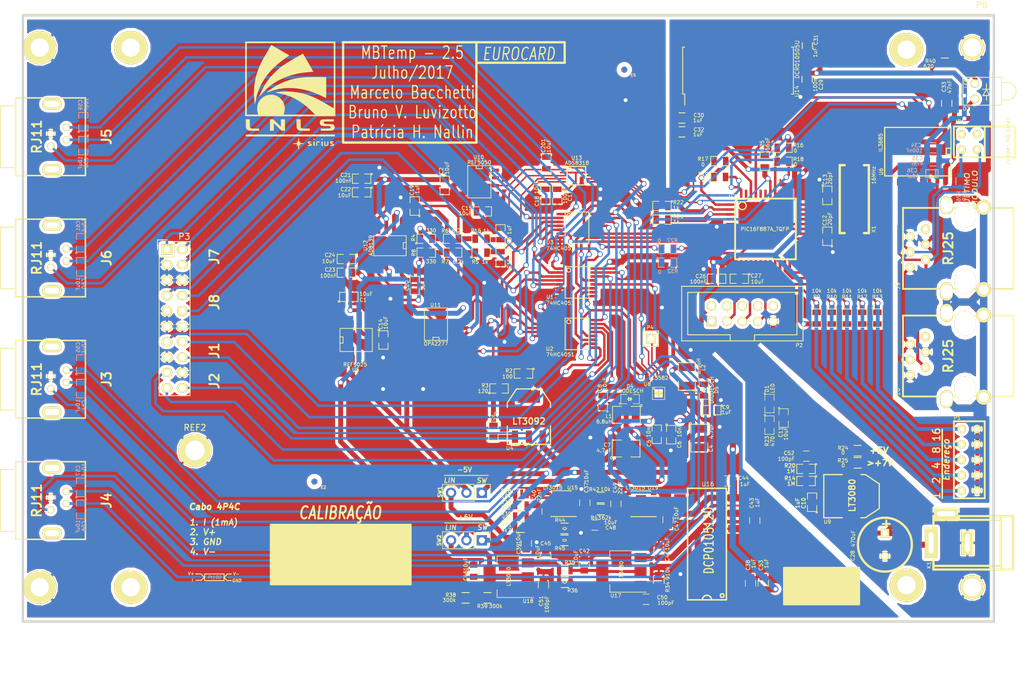
<source format=kicad_pcb>
(kicad_pcb (version 4) (host pcbnew 4.0.4+e1-6308~48~ubuntu15.10.1-stable)
  (layers (0 Superior signal) (31 Inferior signal) (34 B.Paste user) (35 F.Paste user) (36 B.SilkS user) (37 F.SilkS user) (38 B.Mask user) (39 F.Mask user) (44 Edge.Cuts user))
  (net 0 "")
  (net 1 +2,5V-REG)
  (net 2 +5V)
  (net 3 +5V-REG)
  (net 4 /Alimentacao/CAP)
  (net 5 /Alimentacao/SWN)
  (net 6 /Alimentacao/SWP)
  (net 7 /Alimentacao/VIN)
  (net 8 /PIC/SCKpic)
  (net 9 /PIC/SDIpic)
  (net 10 A)
  (net 11 AD-CONVST)
  (net 12 AD-IN+)
  (net 13 AD-IN-)
  (net 14 AD-SCLK)
  (net 15 AD-SDO)
  (net 16 B)
  (net 17 C)
  (net 18 GND)
  (net 19 LT-SCL)
  (net 20 LT-SDA)
  (net 21 PT100_Diff+)
  (net 22 PT100_Diff-)
  (net 23 VPP)
  (net 24 "Net-(C5-Pad1)")
  (net 25 "Net-(C6-Pad1)")
  (net 26 "Net-(C12-Pad2)")
  (net 27 "Net-(C13-Pad2)")
  (net 28 "Net-(C19-Pad1)")
  (net 29 "Net-(C20-Pad1)")
  (net 30 "Net-(D1-Pad2)")
  (net 31 "Net-(J10-Pad6)")
  (net 32 "Net-(P1-Pad2)")
  (net 33 "Net-(P1-Pad4)")
  (net 34 "Net-(P1-Pad6)")
  (net 35 "Net-(P1-Pad8)")
  (net 36 "Net-(P1-Pad10)")
  (net 37 "Net-(P2-Pad3)")
  (net 38 "Net-(P2-Pad5)")
  (net 39 "Net-(P2-Pad7)")
  (net 40 "Net-(R1-Pad1)")
  (net 41 "Net-(R1-Pad2)")
  (net 42 "Net-(R2-Pad1)")
  (net 43 "Net-(R2-Pad2)")
  (net 44 "Net-(R4-Pad1)")
  (net 45 "Net-(R5-Pad2)")
  (net 46 "Net-(R15-Pad1)")
  (net 47 "Net-(R8-Pad2)")
  (net 48 "Net-(U6-Pad3)")
  (net 49 "Net-(U6-Pad4)")
  (net 50 "Net-(U6-Pad6)")
  (net 51 "Net-(P2-Pad2)")
  (net 52 "Net-(P2-Pad4)")
  (net 53 "Net-(P2-Pad6)")
  (net 54 "Net-(P2-Pad8)")
  (net 55 "Net-(P2-Pad10)")
  (net 56 "Net-(U5-Pad8)")
  (net 57 "Net-(U5-Pad1)")
  (net 58 "Net-(U5-Pad7)")
  (net 59 "Net-(U5-Pad5)")
  (net 60 "Net-(U5-Pad3)")
  (net 61 "Net-(U6-Pad7)")
  (net 62 "Net-(U6-Pad10)")
  (net 63 "Net-(U6-Pad11)")
  (net 64 "Net-(U6-Pad14)")
  (net 65 "Net-(U7-Pad39)")
  (net 66 "Net-(U7-Pad40)")
  (net 67 "Net-(U7-Pad43)")
  (net 68 /PIC/RC)
  (net 69 /PIC/BUSY)
  (net 70 "Net-(U7-Pad34)")
  (net 71 "Net-(U7-Pad15)")
  (net 72 "Net-(U7-Pad14)")
  (net 73 "Net-(U7-Pad13)")
  (net 74 "Net-(U7-Pad12)")
  (net 75 "Net-(U7-Pad27)")
  (net 76 "Net-(U7-Pad26)")
  (net 77 "Net-(U7-Pad25)")
  (net 78 "Net-(U7-Pad24)")
  (net 79 "Net-(U7-Pad5)")
  (net 80 "Net-(U7-Pad4)")
  (net 81 "Net-(U7-Pad32)")
  (net 82 "Net-(U7-Pad33)")
  (net 83 "Net-(U9-Pad4)")
  (net 84 "Net-(U10-Pad8)")
  (net 85 "Net-(U10-Pad1)")
  (net 86 "Net-(U10-Pad7)")
  (net 87 "Net-(U10-Pad5)")
  (net 88 "Net-(U10-Pad3)")
  (net 89 "Net-(U12-Pad7)")
  (net 90 /J7_1)
  (net 91 /J7_2)
  (net 92 /J7_4)
  (net 93 /J8_1)
  (net 94 /J8_2)
  (net 95 /J8_4)
  (net 96 /J1_1)
  (net 97 /J1_2)
  (net 98 /J1_4)
  (net 99 /J2_1)
  (net 100 /J2_2)
  (net 101 /J2_4)
  (net 102 +6V)
  (net 103 -5V)
  (net 104 "Net-(R25-Pad1)")
  (net 105 +5VP)
  (net 106 GNDREF)
  (net 107 "Net-(C31-Pad1)")
  (net 108 "Net-(J9-Pad6)")
  (net 109 "Net-(U14-Pad3)")
  (net 110 "Net-(U14-Pad15)")
  (net 111 "Net-(U14-Pad17)")
  (net 112 "Net-(U14-Pad28)")
  (net 113 /PIC/B_485)
  (net 114 /PIC/A_485)
  (net 115 "Net-(JP1-Pad2)")
  (net 116 /Alimentacao/+6V_SW)
  (net 117 /Alimentacao/-5V_SW)
  (net 118 /Alimentacao/-12V)
  (net 119 /Alimentacao/-5V_LIN)
  (net 120 "Net-(C40-Pad1)")
  (net 121 /Alimentacao/+12V)
  (net 122 "Net-(C45-Pad1)")
  (net 123 "Net-(R28-Pad2)")
  (net 124 "Net-(R30-Pad2)")
  (net 125 "Net-(U16-Pad8)")
  (net 126 "Net-(U16-Pad14)")
  (net 127 /Alimentacao/+9.1V)
  (net 128 "Net-(D2-Pad1)")
  (net 129 /Alimentacao/-8.5V_LIN)
  (net 130 "Net-(C49-Pad1)")
  (net 131 "Net-(C37-Pad1)")
  (net 132 "Net-(C50-Pad1)")
  (net 133 "Net-(C51-Pad1)")
  (net 134 "Net-(R38-Pad1)")
  (net 135 "Net-(C52-Pad1)")
  (net 136 /Alimentacao/+6V_LIN)
  (net 137 /J3_1)
  (net 138 /J3_2)
  (net 139 /J4_1)
  (net 140 /J4_2)
  (net 141 /J5_1)
  (net 142 /J5_2)
  (net 143 /J6_1)
  (net 144 /J6_2)
  (net 145 /J3_4)
  (net 146 /J4_4)
  (net 147 /J5_4)
  (net 148 /J6_4)
  (net 149 /I_EN)
  (net 150 I_ENABLE)
  (module CONTROLE:Eurocard_template (layer Superior) (at 222.95 145.52 180)
    (fp_text reference P0 (at 2 101.5 180) (layer F.SilkS))
    (fp_text value C64AC)
    (pad 1 thru_hole circle (at 14.3891 94.158 180) (size 5.5 5.5) (drill 3) (layers *.Cu *.Mask F.SilkS))
    (pad 0 thru_hole circle (at 142.24 94.5 180) (size 5.5 5.5) (drill 3) (layers *.Cu *.Mask F.SilkS))
    (pad 0 thru_hole circle (at 142.24 5.5 180) (size 5.5 5.5) (drill 3) (layers *.Cu *.Mask F.SilkS))
    (pad 0 thru_hole circle (at 3.57 5.5 180) (size 4 4) (drill 3) (layers *.Cu *.Mask F.SilkS) (net 18 GND))
    (pad 0 thru_hole circle (at 3.57 94.5 180) (size 4 4) (drill 3) (layers *.Cu *.Mask F.SilkS) (net 18 GND))
    (pad 1 thru_hole circle (at 157.24 5.5 180) (size 5.5 5.5) (drill 3) (layers *.Cu *.Mask F.SilkS) (net 18 GND))
    (pad 2 thru_hole circle (at 157.24 94.5 180) (size 5.5 5.5) (drill 3) (layers *.Cu *.Mask F.SilkS) (net 18 GND))
    (pad 1 thru_hole circle (at 14.3891 5.842 180) (size 5.5 5.5) (drill 3) (layers *.Cu *.Mask F.SilkS))
  )
  (module SM0805 (layer Inferior) (at 169.172 86.4786)
    (fp_text reference R32 (at 0.8556 1.4308) (layer B.SilkS) (effects (font (size 0.6 0.6) (thickness 0.1)) (justify mirror)))
    (fp_text value 0 (at -1.278 1.5578) (layer B.SilkS) (effects (font (size 0.6 0.6) (thickness 0.1)) (justify mirror)))
    (pad 1 smd rect (at -0.9525 0) (size 0.889 1.397) (layers Inferior B.Paste B.Mask) (net 149 /I_EN))
    (pad 2 smd rect (at 0.9525 0) (size 0.889 1.397) (layers Inferior B.Paste B.Mask) (net 18 GND))
  )
  (module SM0805 (layer Inferior) (at 169.172 84.2434)
    (fp_text reference R27 (at 0.8048 -1.414) (layer B.SilkS) (effects (font (size 0.6 0.6) (thickness 0.1)) (justify mirror)))
    (fp_text value 0 (at -1.3542 -1.3886) (layer B.SilkS) (effects (font (size 0.6 0.6) (thickness 0.1)) (justify mirror)))
    (pad 1 smd rect (at -0.9525 0) (size 0.889 1.397) (layers Inferior B.Paste B.Mask) (net 149 /I_EN))
    (pad 2 smd rect (at 0.9525 0) (size 0.889 1.397) (layers Inferior B.Paste B.Mask) (net 150 I_ENABLE))
  )
  (module SM0805 (layer Inferior) (at 72.517 83.2104 90)
    (fp_text reference C61 (at 2.78384 -0.47752 90) (layer B.SilkS) (effects (font (size 0.6 0.6) (thickness 0.1)) (justify mirror)))
    (fp_text value 10uF (at 2.85048 0.49904 90) (layer B.SilkS) (effects (font (size 0.6 0.6) (thickness 0.1)) (justify mirror)))
    (pad 1 smd rect (at -0.9525 0 90) (size 0.889 1.397) (layers Inferior B.Paste B.Mask) (net 144 /J6_2))
    (pad 2 smd rect (at 0.9525 0 90) (size 0.889 1.397) (layers Inferior B.Paste B.Mask) (net 18 GND))
  )
  (module SM0805 (layer Inferior) (at 72.517 87.1728 270)
    (fp_text reference C60 (at 2.78384 -0.47752 270) (layer B.SilkS) (effects (font (size 0.6 0.6) (thickness 0.1)) (justify mirror)))
    (fp_text value 10uF (at 2.85048 0.49904 270) (layer B.SilkS) (effects (font (size 0.6 0.6) (thickness 0.1)) (justify mirror)))
    (pad 1 smd rect (at -0.9525 0 270) (size 0.889 1.397) (layers Inferior B.Paste B.Mask) (net 143 /J6_1))
    (pad 2 smd rect (at 0.9525 0 270) (size 0.889 1.397) (layers Inferior B.Paste B.Mask) (net 18 GND))
  )
  (module SM0805 (layer Inferior) (at 72.898 63.246 90)
    (fp_text reference C59 (at 2.78384 -0.47752 90) (layer B.SilkS) (effects (font (size 0.6 0.6) (thickness 0.1)) (justify mirror)))
    (fp_text value 10uF (at 2.85048 0.49904 90) (layer B.SilkS) (effects (font (size 0.6 0.6) (thickness 0.1)) (justify mirror)))
    (pad 1 smd rect (at -0.9525 0 90) (size 0.889 1.397) (layers Inferior B.Paste B.Mask) (net 142 /J5_2))
    (pad 2 smd rect (at 0.9525 0 90) (size 0.889 1.397) (layers Inferior B.Paste B.Mask) (net 18 GND))
  )
  (module SM0805 (layer Inferior) (at 72.898 67.183 270)
    (fp_text reference C58 (at 2.78384 -0.47752 270) (layer B.SilkS) (effects (font (size 0.6 0.6) (thickness 0.1)) (justify mirror)))
    (fp_text value 10uF (at 2.85048 0.49904 270) (layer B.SilkS) (effects (font (size 0.6 0.6) (thickness 0.1)) (justify mirror)))
    (pad 1 smd rect (at -0.9525 0 270) (size 0.889 1.397) (layers Inferior B.Paste B.Mask) (net 141 /J5_1))
    (pad 2 smd rect (at 0.9525 0 270) (size 0.889 1.397) (layers Inferior B.Paste B.Mask) (net 18 GND))
  )
  (module SM0805 (layer Inferior) (at 72.517 123.5456 90)
    (fp_text reference C57 (at 2.78384 -0.47752 90) (layer B.SilkS) (effects (font (size 0.6 0.6) (thickness 0.1)) (justify mirror)))
    (fp_text value 10uF (at 2.85048 0.49904 90) (layer B.SilkS) (effects (font (size 0.6 0.6) (thickness 0.1)) (justify mirror)))
    (pad 1 smd rect (at -0.9525 0 90) (size 0.889 1.397) (layers Inferior B.Paste B.Mask) (net 140 /J4_2))
    (pad 2 smd rect (at 0.9525 0 90) (size 0.889 1.397) (layers Inferior B.Paste B.Mask) (net 18 GND))
  )
  (module SM0805 (layer Inferior) (at 72.517 127.1778 270)
    (fp_text reference C56 (at 2.78384 -0.47752 270) (layer B.SilkS) (effects (font (size 0.6 0.6) (thickness 0.1)) (justify mirror)))
    (fp_text value 10uF (at 2.85048 0.49904 270) (layer B.SilkS) (effects (font (size 0.6 0.6) (thickness 0.1)) (justify mirror)))
    (pad 1 smd rect (at -0.9525 0 270) (size 0.889 1.397) (layers Inferior B.Paste B.Mask) (net 139 /J4_1))
    (pad 2 smd rect (at 0.9525 0 270) (size 0.889 1.397) (layers Inferior B.Paste B.Mask) (net 18 GND))
  )
  (module SM0805 (layer Inferior) (at 72.517 103.2256 90)
    (fp_text reference C55 (at 2.78384 -0.47752 90) (layer B.SilkS) (effects (font (size 0.6 0.6) (thickness 0.1)) (justify mirror)))
    (fp_text value 10uF (at 2.85048 0.49904 90) (layer B.SilkS) (effects (font (size 0.6 0.6) (thickness 0.1)) (justify mirror)))
    (pad 1 smd rect (at -0.9525 0 90) (size 0.889 1.397) (layers Inferior B.Paste B.Mask) (net 138 /J3_2))
    (pad 2 smd rect (at 0.9525 0 90) (size 0.889 1.397) (layers Inferior B.Paste B.Mask) (net 18 GND))
  )
  (module SM0805 (layer Inferior) (at 72.517 107.2642 270)
    (fp_text reference C54 (at 2.78384 -0.47752 270) (layer B.SilkS) (effects (font (size 0.6 0.6) (thickness 0.1)) (justify mirror)))
    (fp_text value 10uF (at 2.85048 0.49904 270) (layer B.SilkS) (effects (font (size 0.6 0.6) (thickness 0.1)) (justify mirror)))
    (pad 1 smd rect (at -0.9525 0 270) (size 0.889 1.397) (layers Inferior B.Paste B.Mask) (net 137 /J3_1))
    (pad 2 smd rect (at 0.9525 0 270) (size 0.889 1.397) (layers Inferior B.Paste B.Mask) (net 18 GND))
  )
  (module PIN_ARRAY_5x2 (layer Superior) (at 218.9162 66.58 90)
    (fp_text reference JP1 (at 3.33 -1.605 180) (layer F.SilkS) (effects (font (size 0.6 0.6) (thickness 0.1))))
    (fp_text value Jumper_NO_Small (at 0.1778 6.35 90) (layer F.SilkS) (effects (font (size 0.6 0.6) (thickness 0.1) italic)))
    (pad 1 thru_hole circle (at -1.27 1.27 90) (size 1.4 1.4) (drill 0.7) (layers *.Cu *.Mask F.SilkS) (net 114 /PIC/A_485))
    (pad 2 thru_hole circle (at -1.27 -1.27 90) (size 1.4 1.4) (drill 0.7) (layers *.Cu *.Mask F.SilkS) (net 115 "Net-(JP1-Pad2)"))
    (pad 3 thru_hole circle (at 1.27 1.27 90) (size 1.4 1.4) (drill 0.7) (layers *.Cu *.Mask F.SilkS))
    (pad 4 thru_hole circle (at 1.27 -1.27 90) (size 1.4 1.4) (drill 0.7) (layers *.Cu *.Mask F.SilkS))
  )
  (module Capacitors_SMD:C_0805 (layer Superior) (at 184.9628 139.3698 90)
    (fp_text reference C53 (at 2.975 -0.4 90) (layer F.SilkS) (effects (font (size 0.6 0.6) (thickness 0.1))))
    (fp_text value 1uF (at 3.275 0.5 90) (layer F.SilkS) (effects (font (size 0.6 0.6) (thickness 0.1))))
    (pad 1 smd rect (at -1 0 90) (size 1 1.25) (layers Superior F.Paste F.Mask) (net 2 +5V))
    (pad 2 smd rect (at 1 0 90) (size 1 1.25) (layers Superior F.Paste F.Mask) (net 18 GND))
  )
  (module Capacitors_SMD:C_0805 (layer Superior) (at 192.05 118.4 180)
    (fp_text reference C52 (at 2.85 0.5 180) (layer F.SilkS) (effects (font (size 0.6 0.6) (thickness 0.1))))
    (fp_text value 100pF (at 3.3 -0.45 180) (layer F.SilkS) (effects (font (size 0.6 0.6) (thickness 0.1))))
    (pad 1 smd rect (at -1 0 180) (size 1 1.25) (layers Superior F.Paste F.Mask) (net 135 "Net-(C52-Pad1)"))
    (pad 2 smd rect (at 1 0 180) (size 1 1.25) (layers Superior F.Paste F.Mask) (net 18 GND))
  )
  (module Resistors_SMD:R_0805 (layer Superior) (at 135.9 141.775 180)
    (fp_text reference R38 (at 2.45 0.475 180) (layer F.SilkS) (effects (font (size 0.6 0.6) (thickness 0.1))))
    (fp_text value 300k (at 2.7 -0.375 180) (layer F.SilkS) (effects (font (size 0.6 0.6) (thickness 0.1))))
    (pad 1 smd rect (at -0.95 0 180) (size 0.7 1.3) (layers Superior F.Paste F.Mask) (net 134 "Net-(R38-Pad1)"))
    (pad 2 smd rect (at 0.95 0 180) (size 0.7 1.3) (layers Superior F.Paste F.Mask) (net 18 GND))
  )
  (module Capacitors_SMD:C_0805 (layer Superior) (at 165.65 142)
    (fp_text reference C50 (at 2.65 -0.3) (layer F.SilkS) (effects (font (size 0.6 0.6) (thickness 0.1))))
    (fp_text value 100pF (at 3.25 0.6) (layer F.SilkS) (effects (font (size 0.6 0.6) (thickness 0.1))))
    (pad 1 smd rect (at -1 0) (size 1 1.25) (layers Superior F.Paste F.Mask) (net 132 "Net-(C50-Pad1)"))
    (pad 2 smd rect (at 1 0) (size 1 1.25) (layers Superior F.Paste F.Mask) (net 18 GND))
  )
  (module Capacitors_SMD:C_0805 (layer Superior) (at 148.725 139.65 90)
    (fp_text reference C51 (at -2.65 -0.375 90) (layer F.SilkS) (effects (font (size 0.6 0.6) (thickness 0.1))))
    (fp_text value 100pF (at -3.2 0.575 90) (layer F.SilkS) (effects (font (size 0.6 0.6) (thickness 0.1))))
    (pad 1 smd rect (at -1 0 90) (size 1 1.25) (layers Superior F.Paste F.Mask) (net 133 "Net-(C51-Pad1)"))
    (pad 2 smd rect (at 1 0 90) (size 1 1.25) (layers Superior F.Paste F.Mask) (net 18 GND))
  )
  (module LED_para_painel_KINGBRIGHT (layer Superior) (at 219.82 58.22 90)
    (fp_text reference D2 (at -2.88 -1.39 180) (layer F.SilkS) (effects (font (size 0.6 0.6) (thickness 0.1))))
    (fp_text value LED (at 1.3 -1.4 90) (layer F.SilkS) (effects (font (size 0.6 0.6) (thickness 0.1))))
    (pad 1 thru_hole circle (at 1.27 0 90) (size 1.4 1.4) (drill 0.9) (layers *.Cu *.Mask F.SilkS) (net 128 "Net-(D2-Pad1)"))
    (pad 2 thru_hole circle (at -1.27 0 90) (size 1.4 1.4) (drill 0.9) (layers *.Cu *.Mask F.SilkS) (net 105 +5VP))
  )
  (module Fiducials:Fiducial_1mm_Dia_2.54mm_Outer_CopperBottom (layer Superior) (at 162.05 54.66)
    (fp_text reference F4 (at 1.48 0.94) (layer F.SilkS) (effects (font (size 0.5 0.5) (thickness 0.1))))
    (fp_text value Fiducial)
    (pad ~ smd circle (at 0 0) (size 1 1) (layers Superior F.Mask) (clearance 0.77))
  )
  (module Fiducials:Fiducial_1mm_Dia_2.54mm_Outer_CopperBottom (layer Superior) (at 162.05 54.66)
    (fp_text reference F3 (at 1.48 0.94) (layer B.SilkS) (effects (font (size 0.5 0.5) (thickness 0.1)) (justify mirror)))
    (fp_text value Fiducial)
    (pad ~ smd circle (at 0 0) (size 1 1) (layers Inferior B.Mask) (clearance 0.77))
  )
  (module Fiducials:Fiducial_1mm_Dia_2.54mm_Outer_CopperBottom (layer Superior) (at 110.98 122.6)
    (fp_text reference F1 (at 1.48 0.94) (layer B.SilkS) (effects (font (size 0.5 0.5) (thickness 0.1)) (justify mirror)))
    (fp_text value Fiducial)
    (pad ~ smd circle (at 0 0) (size 1 1) (layers Inferior B.Mask) (clearance 0.77))
  )
  (module SM0805 (layer Superior) (at 163.0045 108.99394)
    (fp_text reference D4 (at 0.0031 -2.10194) (layer F.SilkS) (effects (font (size 0.6 0.6) (thickness 0.1))))
    (fp_text value DIODESCH (at 0.0031 -1.35194) (layer F.SilkS) (effects (font (size 0.6 0.6) (thickness 0.1))))
    (pad 1 smd rect (at -0.9525 0) (size 0.889 1.397) (layers Superior F.Paste F.Mask) (net 117 /Alimentacao/-5V_SW))
    (pad 2 smd rect (at 0.9525 0) (size 0.889 1.397) (layers Superior F.Paste F.Mask) (net 5 /Alimentacao/SWN))
  )
  (module SM0805 (layer Superior) (at 175.1584 107.4928 270)
    (fp_text reference D5 (at 0 -2.0828 270) (layer F.SilkS) (effects (font (size 0.6 0.6) (thickness 0.1))))
    (fp_text value DIODESCH (at 0 -1.3208 270) (layer F.SilkS) (effects (font (size 0.6 0.6) (thickness 0.1))))
    (pad 1 smd rect (at -0.9525 0 270) (size 0.889 1.397) (layers Superior F.Paste F.Mask) (net 6 /Alimentacao/SWP))
    (pad 2 smd rect (at 0.9525 0 270) (size 0.889 1.397) (layers Superior F.Paste F.Mask) (net 4 /Alimentacao/CAP))
  )
  (module Mounting_Holes:MountingHole_3.2mm_M3_ISO14580_Pad (layer Superior) (at 91.2876 117.4496)
    (fp_text reference REF2 (at 0 -3.75) (layer F.SilkS))
    (fp_text value M3)
    (pad 1 thru_hole circle (at 0 0) (size 5.5 5.5) (drill 3.2) (layers *.Cu *.Mask F.SilkS) (net 18 GND))
  )
  (module CONTROLE:RJ11-4P4C-HIROSE (layer Superior) (at 61.7412 125.72 270)
    (fp_text reference J4 (at 0 -14.99 270) (layer F.SilkS) (effects (font (thickness 0.3048))))
    (fp_text value RJ11 (at 0 -3.49 270) (layer F.SilkS) (effects (font (thickness 0.3048))))
    (pad 1 thru_hole circle (at 0.51 -8.34 270) (size 1.16 1.16) (drill 0.8) (layers *.Cu *.Mask F.SilkS) (net 139 /J4_1))
    (pad 2 thru_hole circle (at -1.53 -8.34 270) (size 1.16 1.16) (drill 0.8) (layers *.Cu *.Mask F.SilkS) (net 140 /J4_2))
    (pad 3 thru_hole circle (at -0.51 -5.79 270) (size 1.16 1.16) (drill 0.8) (layers *.Cu *.Mask F.SilkS) (net 18 GND))
    (pad 4 thru_hole circle (at 1.53 -5.79 270) (size 1.16 1.16) (drill 0.8) (layers *.Cu *.Mask F.SilkS) (net 146 /J4_4))
    (pad 8 thru_hole oval (at 5.38 -5.99 270) (size 1.8 3.2) (drill oval 1 2.4) (layers *.Cu *.Mask F.SilkS))
    (pad 7 thru_hole oval (at -5.38 -5.99 270) (size 1.8 3.2) (drill oval 1 2.4) (layers *.Cu *.Mask F.SilkS))
  )
  (module CONTROLE:RJ11-4P4C-HIROSE (layer Superior) (at 61.7412 105.72 270)
    (fp_text reference J3 (at 0 -14.99 270) (layer F.SilkS) (effects (font (thickness 0.3048))))
    (fp_text value RJ11 (at 0 -3.49 270) (layer F.SilkS) (effects (font (thickness 0.3048))))
    (pad 1 thru_hole circle (at 0.51 -8.34 270) (size 1.16 1.16) (drill 0.8) (layers *.Cu *.Mask F.SilkS) (net 137 /J3_1))
    (pad 2 thru_hole circle (at -1.53 -8.34 270) (size 1.16 1.16) (drill 0.8) (layers *.Cu *.Mask F.SilkS) (net 138 /J3_2))
    (pad 3 thru_hole circle (at -0.51 -5.79 270) (size 1.16 1.16) (drill 0.8) (layers *.Cu *.Mask F.SilkS) (net 18 GND))
    (pad 4 thru_hole circle (at 1.53 -5.79 270) (size 1.16 1.16) (drill 0.8) (layers *.Cu *.Mask F.SilkS) (net 145 /J3_4))
    (pad 8 thru_hole oval (at 5.38 -5.99 270) (size 1.8 3.2) (drill oval 1 2.4) (layers *.Cu *.Mask F.SilkS))
    (pad 7 thru_hole oval (at -5.38 -5.99 270) (size 1.8 3.2) (drill oval 1 2.4) (layers *.Cu *.Mask F.SilkS))
  )
  (module CONTROLE:RJ11-4P4C-HIROSE (layer Superior) (at 61.7412 85.72 270)
    (fp_text reference J6 (at 0 -14.99 270) (layer F.SilkS) (effects (font (thickness 0.3048))))
    (fp_text value RJ11 (at 0 -3.49 270) (layer F.SilkS) (effects (font (thickness 0.3048))))
    (pad 1 thru_hole circle (at 0.51 -8.34 270) (size 1.16 1.16) (drill 0.8) (layers *.Cu *.Mask F.SilkS) (net 143 /J6_1))
    (pad 2 thru_hole circle (at -1.53 -8.34 270) (size 1.16 1.16) (drill 0.8) (layers *.Cu *.Mask F.SilkS) (net 144 /J6_2))
    (pad 3 thru_hole circle (at -0.51 -5.79 270) (size 1.16 1.16) (drill 0.8) (layers *.Cu *.Mask F.SilkS) (net 18 GND))
    (pad 4 thru_hole circle (at 1.53 -5.79 270) (size 1.16 1.16) (drill 0.8) (layers *.Cu *.Mask F.SilkS) (net 148 /J6_4))
    (pad 8 thru_hole oval (at 5.38 -5.99 270) (size 1.8 3.2) (drill oval 1 2.4) (layers *.Cu *.Mask F.SilkS))
    (pad 7 thru_hole oval (at -5.38 -5.99 270) (size 1.8 3.2) (drill oval 1 2.4) (layers *.Cu *.Mask F.SilkS))
  )
  (module CONTROLE:RJ11-4P4C-HIROSE (layer Superior) (at 61.7412 65.72 270)
    (fp_text reference J5 (at 0 -14.99 270) (layer F.SilkS) (effects (font (thickness 0.3048))))
    (fp_text value RJ11 (at 0 -3.49 270) (layer F.SilkS) (effects (font (thickness 0.3048))))
    (pad 1 thru_hole circle (at 0.51 -8.34 270) (size 1.16 1.16) (drill 0.8) (layers *.Cu *.Mask F.SilkS) (net 141 /J5_1))
    (pad 2 thru_hole circle (at -1.53 -8.34 270) (size 1.16 1.16) (drill 0.8) (layers *.Cu *.Mask F.SilkS) (net 142 /J5_2))
    (pad 3 thru_hole circle (at -0.51 -5.79 270) (size 1.16 1.16) (drill 0.8) (layers *.Cu *.Mask F.SilkS) (net 18 GND))
    (pad 4 thru_hole circle (at 1.53 -5.79 270) (size 1.16 1.16) (drill 0.8) (layers *.Cu *.Mask F.SilkS) (net 147 /J5_4))
    (pad 8 thru_hole oval (at 5.38 -5.99 270) (size 1.8 3.2) (drill oval 1 2.4) (layers *.Cu *.Mask F.SilkS))
    (pad 7 thru_hole oval (at -5.38 -5.99 270) (size 1.8 3.2) (drill oval 1 2.4) (layers *.Cu *.Mask F.SilkS))
  )
  (module Pin_Headers:Pin_Header_Straight_2x10 (layer Superior) (at 87.9412 95.72)
    (fp_text reference P3 (at 1.5988 -13.54) (layer F.SilkS))
    (fp_text value CONN_02X10)
    (pad 1 thru_hole rect (at -1.27 -11.43) (size 1.7272 1.7272) (drill 1.016) (layers *.Cu *.Mask F.SilkS) (net 90 /J7_1))
    (pad 2 thru_hole oval (at 1.27 -11.43) (size 1.8 1.5) (drill 1.016) (layers *.Cu *.Mask F.SilkS) (net 91 /J7_2))
    (pad 3 thru_hole oval (at -1.27 -8.89) (size 1.8 1.5) (drill 1.016) (layers *.Cu *.Mask F.SilkS) (net 18 GND))
    (pad 4 thru_hole oval (at 1.27 -8.89) (size 1.8 1.5) (drill 1.016) (layers *.Cu *.Mask F.SilkS) (net 92 /J7_4))
    (pad 5 thru_hole oval (at -1.27 -6.35) (size 1.8 1.5) (drill 1.016) (layers *.Cu *.Mask F.SilkS) (net 18 GND))
    (pad 6 thru_hole oval (at 1.27 -6.35) (size 1.8 1.5) (drill 1.016) (layers *.Cu *.Mask F.SilkS) (net 18 GND))
    (pad 7 thru_hole oval (at -1.27 -3.81) (size 1.8 1.5) (drill 1.016) (layers *.Cu *.Mask F.SilkS) (net 95 /J8_4))
    (pad 8 thru_hole oval (at 1.27 -3.81) (size 1.8 1.5) (drill 1.016) (layers *.Cu *.Mask F.SilkS) (net 94 /J8_2))
    (pad 9 thru_hole oval (at -1.27 -1.27) (size 1.7272 1.7272) (drill 1.016) (layers *.Cu *.Mask F.SilkS) (net 18 GND))
    (pad 10 thru_hole oval (at 1.27 -1.27) (size 1.7272 1.7272) (drill 1.016) (layers *.Cu *.Mask F.SilkS) (net 93 /J8_1))
    (pad 11 thru_hole oval (at -1.27 1.27) (size 1.8 1.5) (drill 1.016) (layers *.Cu *.Mask F.SilkS) (net 18 GND))
    (pad 12 thru_hole oval (at 1.27 1.27) (size 1.8 1.5) (drill 1.016) (layers *.Cu *.Mask F.SilkS) (net 18 GND))
    (pad 13 thru_hole oval (at -1.27 3.81) (size 1.8 1.5) (drill 1.016) (layers *.Cu *.Mask F.SilkS) (net 96 /J1_1))
    (pad 14 thru_hole oval (at 1.27 3.81) (size 1.8 1.5) (drill 1.016) (layers *.Cu *.Mask F.SilkS) (net 97 /J1_2))
    (pad 15 thru_hole oval (at -1.27 6.35) (size 1.8 1.5) (drill 1.016) (layers *.Cu *.Mask F.SilkS) (net 18 GND))
    (pad 16 thru_hole oval (at 1.27 6.35) (size 1.8 1.5) (drill 1.016) (layers *.Cu *.Mask F.SilkS) (net 98 /J1_4))
    (pad 17 thru_hole oval (at -1.27 8.89) (size 1.8 1.5) (drill 1.016) (layers *.Cu *.Mask F.SilkS) (net 101 /J2_4))
    (pad 18 thru_hole oval (at 1.27 8.89) (size 1.8 1.5) (drill 1.016) (layers *.Cu *.Mask F.SilkS) (net 18 GND))
    (pad 19 thru_hole oval (at -1.27 11.43) (size 1.8 1.5) (drill 1.016) (layers *.Cu *.Mask F.SilkS) (net 99 /J2_1))
    (pad 20 thru_hole oval (at 1.27 11.43) (size 1.8 1.5) (drill 1.016) (layers *.Cu *.Mask F.SilkS) (net 100 /J2_2))
  )
  (module QFN16 (layer Superior) (at 167.70858 108.04144)
    (fp_text reference U8 (at -1.86858 -1.53144) (layer F.SilkS) (effects (font (size 0.6 0.6) (thickness 0.1))))
    (fp_text value LT3582 (at 0 -2.54) (layer F.SilkS) (effects (font (size 0.6 0.6) (thickness 0.1))))
    (pad 9 smd rect (at 1.39954 0.7493 180) (size 0.70104 0.24892) (layers Superior F.Paste F.Mask) (net 116 /Alimentacao/+6V_SW))
    (pad 10 smd rect (at 1.39954 0.24892 180) (size 0.70104 0.24892) (layers Superior F.Paste F.Mask) (net 4 /Alimentacao/CAP))
    (pad 12 smd rect (at 1.39954 -0.7493 180) (size 0.70104 0.24892) (layers Superior F.Paste F.Mask) (net 6 /Alimentacao/SWP))
    (pad 11 smd rect (at 1.39954 -0.24892 180) (size 0.70104 0.24892) (layers Superior F.Paste F.Mask) (net 4 /Alimentacao/CAP))
    (pad 15 smd rect (at -0.24892 -1.39954 270) (size 0.70104 0.24892) (layers Superior F.Paste F.Mask) (net 20 LT-SDA))
    (pad 16 smd rect (at -0.7493 -1.39954 270) (size 0.70104 0.24892) (layers Superior F.Paste F.Mask) (net 19 LT-SCL))
    (pad 14 smd rect (at 0.24892 -1.39954 270) (size 0.70104 0.24892) (layers Superior F.Paste F.Mask) (net 23 VPP))
    (pad 13 smd rect (at 0.7493 -1.39954 270) (size 0.70104 0.24892) (layers Superior F.Paste F.Mask) (net 18 GND))
    (pad 5 smd rect (at -0.7493 1.39954 90) (size 0.70104 0.24892) (layers Superior F.Paste F.Mask) (net 2 +5V))
    (pad 6 smd rect (at -0.24892 1.39954 90) (size 0.70104 0.24892) (layers Superior F.Paste F.Mask) (net 24 "Net-(C5-Pad1)"))
    (pad 8 smd rect (at 0.7493 1.39954 90) (size 0.70104 0.24892) (layers Superior F.Paste F.Mask) (net 2 +5V))
    (pad 7 smd rect (at 0.24892 1.39954 90) (size 0.70104 0.24892) (layers Superior F.Paste F.Mask) (net 25 "Net-(C6-Pad1)"))
    (pad 3 smd rect (at -1.39954 0.24892) (size 0.70104 0.24892) (layers Superior F.Paste F.Mask) (net 5 /Alimentacao/SWN))
    (pad 4 smd rect (at -1.39954 0.7493) (size 0.70104 0.24892) (layers Superior F.Paste F.Mask) (net 5 /Alimentacao/SWN))
    (pad 2 smd rect (at -1.39954 -0.24892) (size 0.70104 0.24892) (layers Superior F.Paste F.Mask) (net 117 /Alimentacao/-5V_SW))
    (pad 1 smd rect (at -1.39954 -0.7493) (size 0.70104 0.24892) (layers Superior F.Paste F.Mask) (net 18 GND))
    (pad 17 smd rect (at 0 0 270) (size 1.45034 1.45034) (layers Superior F.Paste F.Mask) (net 18 GND))
    (pad 17 thru_hole rect (at -0.45 -0.45) (size 0.7 0.7) (drill 0.4 (offset 0.1 0.1)) (layers *.Cu *.Mask F.SilkS) (net 18 GND))
    (pad 17 thru_hole rect (at 0.45 -0.45) (size 0.7 0.7) (drill 0.4 (offset -0.1 0.1)) (layers *.Cu *.Mask F.SilkS) (net 18 GND))
    (pad 17 thru_hole rect (at 0.45 0.45) (size 0.7 0.7) (drill 0.4 (offset -0.1 -0.1)) (layers *.Cu *.Mask F.SilkS) (net 18 GND))
    (pad 17 thru_hole rect (at -0.45 0.45) (size 0.7 0.7) (drill 0.4 (offset 0.1 -0.1)) (layers *.Cu *.Mask F.SilkS) (net 18 GND))
  )
  (module PIN_ARRAY_5x2 (layer Superior) (at 181.5076 94.892)
    (fp_text reference P2 (at 9.3674 5.233) (layer F.SilkS) (effects (font (size 0.6 0.6) (thickness 0.1))))
    (fp_text value Programação hide)
    (pad 1 thru_hole rect (at -5.08 1.27) (size 1.524 1.524) (drill 1.016) (layers *.Cu *.Mask F.SilkS) (net 2 +5V))
    (pad 2 thru_hole circle (at -5.08 -1.27) (size 1.524 1.524) (drill 1.016) (layers *.Cu *.Mask F.SilkS) (net 51 "Net-(P2-Pad2)"))
    (pad 3 thru_hole circle (at -2.54 1.27) (size 1.524 1.524) (drill 1.016) (layers *.Cu *.Mask F.SilkS) (net 37 "Net-(P2-Pad3)"))
    (pad 4 thru_hole circle (at -2.54 -1.27) (size 1.524 1.524) (drill 1.016) (layers *.Cu *.Mask F.SilkS) (net 52 "Net-(P2-Pad4)"))
    (pad 5 thru_hole circle (at 0 1.27) (size 1.524 1.524) (drill 1.016) (layers *.Cu *.Mask F.SilkS) (net 38 "Net-(P2-Pad5)"))
    (pad 6 thru_hole circle (at 0 -1.27) (size 1.524 1.524) (drill 1.016) (layers *.Cu *.Mask F.SilkS) (net 53 "Net-(P2-Pad6)"))
    (pad 7 thru_hole circle (at 2.54 1.27) (size 1.524 1.524) (drill 1.016) (layers *.Cu *.Mask F.SilkS) (net 39 "Net-(P2-Pad7)"))
    (pad 8 thru_hole circle (at 2.54 -1.27) (size 1.524 1.524) (drill 1.016) (layers *.Cu *.Mask F.SilkS) (net 54 "Net-(P2-Pad8)"))
    (pad 9 thru_hole circle (at 5.08 1.27) (size 1.524 1.524) (drill 1.016) (layers *.Cu *.Mask F.SilkS) (net 18 GND))
    (pad 10 thru_hole circle (at 5.08 -1.27) (size 1.524 1.524) (drill 1.016) (layers *.Cu *.Mask F.SilkS) (net 55 "Net-(P2-Pad10)"))
  )
  (module SM1210 (layer Superior) (at 174.4176 115.422 270)
    (fp_text reference C4 (at 1.718 -1.9224 270) (layer F.SilkS) (effects (font (size 0.6 0.6) (thickness 0.1))))
    (fp_text value 4.7uF (at -1.122 -2.0024 270) (layer F.SilkS) (effects (font (size 0.6 0.6) (thickness 0.1))))
    (pad 1 smd rect (at -1.524 0 270) (size 1.27 2.54) (layers Superior F.Paste F.Mask) (net 116 /Alimentacao/+6V_SW))
    (pad 2 smd rect (at 1.524 0 270) (size 1.27 2.54) (layers Superior F.Paste F.Mask) (net 18 GND))
  )
  (module SM1210 (layer Superior) (at 162.3568 117.14226)
    (fp_text reference C7 (at -3.1068 -0.59226) (layer F.SilkS) (effects (font (size 0.6 0.6) (thickness 0.1))))
    (fp_text value 4.7uF (at -3.6568 0.33274) (layer F.SilkS) (effects (font (size 0.6 0.6) (thickness 0.1))))
    (pad 1 smd rect (at -1.524 0) (size 1.27 2.54) (layers Superior F.Paste F.Mask) (net 2 +5V))
    (pad 2 smd rect (at 1.524 0) (size 1.27 2.54) (layers Superior F.Paste F.Mask) (net 18 GND))
  )
  (module SM0805 (layer Superior) (at 181.0076 89.142 180)
    (fp_text reference C27 (at -2.75 0.5 180) (layer F.SilkS) (effects (font (size 0.6 0.6) (thickness 0.1))))
    (fp_text value 10uF (at -3 -0.5 180) (layer F.SilkS) (effects (font (size 0.6 0.6) (thickness 0.1))))
    (pad 1 smd rect (at -0.9525 0 180) (size 0.889 1.397) (layers Superior F.Paste F.Mask) (net 18 GND))
    (pad 2 smd rect (at 0.9525 0 180) (size 0.889 1.397) (layers Superior F.Paste F.Mask) (net 2 +5V))
  )
  (module SM0805 (layer Superior) (at 177.2576 89.142)
    (fp_text reference C26 (at -2.6076 -0.417) (layer F.SilkS) (effects (font (size 0.6 0.6) (thickness 0.1))))
    (fp_text value 100nF (at -3.0076 0.483) (layer F.SilkS) (effects (font (size 0.6 0.6) (thickness 0.1))))
    (pad 1 smd rect (at -0.9525 0) (size 0.889 1.397) (layers Superior F.Paste F.Mask) (net 18 GND))
    (pad 2 smd rect (at 0.9525 0) (size 0.889 1.397) (layers Superior F.Paste F.Mask) (net 2 +5V))
  )
  (module SM0805 (layer Superior) (at 185.20664 69.74078 90)
    (fp_text reference C25 (at 2.56578 -0.43164 270) (layer F.SilkS) (effects (font (size 0.6 0.6) (thickness 0.1))))
    (fp_text value 56pF (at 2.84078 0.44336 270) (layer F.SilkS) (effects (font (size 0.6 0.6) (thickness 0.1))))
    (pad 1 smd rect (at -0.9525 0 90) (size 0.889 1.397) (layers Superior F.Paste F.Mask) (net 11 AD-CONVST))
    (pad 2 smd rect (at 0.9525 0 90) (size 0.889 1.397) (layers Superior F.Paste F.Mask) (net 18 GND))
  )
  (module SM0805 (layer Superior) (at 116.2576 85.892 180)
    (fp_text reference C24 (at 2.7076 0.642 180) (layer F.SilkS) (effects (font (size 0.6 0.6) (thickness 0.1))))
    (fp_text value 10uF (at 2.9076 -0.358 180) (layer F.SilkS) (effects (font (size 0.6 0.6) (thickness 0.1))))
    (pad 1 smd rect (at -0.9525 0 180) (size 0.889 1.397) (layers Superior F.Paste F.Mask) (net 103 -5V))
    (pad 2 smd rect (at 0.9525 0 180) (size 0.889 1.397) (layers Superior F.Paste F.Mask) (net 18 GND))
  )
  (module SM0805 (layer Superior) (at 116.2576 88.142 180)
    (fp_text reference C23 (at 2.7076 0.492 180) (layer F.SilkS) (effects (font (size 0.6 0.6) (thickness 0.1))))
    (fp_text value 100nF (at 2.9576 -0.508 180) (layer F.SilkS) (effects (font (size 0.6 0.6) (thickness 0.1))))
    (pad 1 smd rect (at -0.9525 0 180) (size 0.889 1.397) (layers Superior F.Paste F.Mask) (net 103 -5V))
    (pad 2 smd rect (at 0.9525 0 180) (size 0.889 1.397) (layers Superior F.Paste F.Mask) (net 18 GND))
  )
  (module SM0805 (layer Superior) (at 118.7576 74.892 180)
    (fp_text reference C22 (at 2.6076 0.492 180) (layer F.SilkS) (effects (font (size 0.6 0.6) (thickness 0.1))))
    (fp_text value 10uF (at 2.8076 -0.508 180) (layer F.SilkS) (effects (font (size 0.6 0.6) (thickness 0.1))))
    (pad 1 smd rect (at -0.9525 0 180) (size 0.889 1.397) (layers Superior F.Paste F.Mask) (net 102 +6V))
    (pad 2 smd rect (at 0.9525 0 180) (size 0.889 1.397) (layers Superior F.Paste F.Mask) (net 18 GND))
  )
  (module SM0805 (layer Superior) (at 118.7576 72.642 180)
    (fp_text reference C21 (at 2.6076 0.592 180) (layer F.SilkS) (effects (font (size 0.6 0.6) (thickness 0.1))))
    (fp_text value 100nF (at 2.9576 -0.358 180) (layer F.SilkS) (effects (font (size 0.6 0.6) (thickness 0.1))))
    (pad 1 smd rect (at -0.9525 0 180) (size 0.889 1.397) (layers Superior F.Paste F.Mask) (net 102 +6V))
    (pad 2 smd rect (at 0.9525 0 180) (size 0.889 1.397) (layers Superior F.Paste F.Mask) (net 18 GND))
  )
  (module SM0805 (layer Superior) (at 127.5076 90.242 270)
    (fp_text reference C20 (at 0.033 1.2826 270) (layer F.SilkS) (effects (font (size 0.6 0.6) (thickness 0.1))))
    (fp_text value 1uF (at 0.058 -1.3424 270) (layer F.SilkS) (effects (font (size 0.6 0.6) (thickness 0.1))))
    (pad 1 smd rect (at -0.9525 0 270) (size 0.889 1.397) (layers Superior F.Paste F.Mask) (net 29 "Net-(C20-Pad1)"))
    (pad 2 smd rect (at 0.9525 0 270) (size 0.889 1.397) (layers Superior F.Paste F.Mask) (net 18 GND))
  )
  (module SM0805 (layer Superior) (at 127.508 77.14234 90)
    (fp_text reference C19 (at 2.59234 -0.458 90) (layer F.SilkS) (effects (font (size 0.6 0.6) (thickness 0.1))))
    (fp_text value 1uF (at 2.79234 0.442 90) (layer F.SilkS) (effects (font (size 0.6 0.6) (thickness 0.1))))
    (pad 1 smd rect (at -0.9525 0 90) (size 0.889 1.397) (layers Superior F.Paste F.Mask) (net 28 "Net-(C19-Pad1)"))
    (pad 2 smd rect (at 0.9525 0 90) (size 0.889 1.397) (layers Superior F.Paste F.Mask) (net 18 GND))
  )
  (module SM0805 (layer Superior) (at 149.05736 75.34148 270)
    (fp_text reference C18 (at 1.00852 1.40736 270) (layer F.SilkS) (effects (font (size 0.6 0.6) (thickness 0.1))))
    (fp_text value 10uF (at -1.29148 1.45736 270) (layer F.SilkS) (effects (font (size 0.6 0.6) (thickness 0.1))))
    (pad 1 smd rect (at -0.9525 0 270) (size 0.889 1.397) (layers Superior F.Paste F.Mask) (net 2 +5V))
    (pad 2 smd rect (at 0.9525 0 270) (size 0.889 1.397) (layers Superior F.Paste F.Mask) (net 18 GND))
  )
  (module SM0805 (layer Superior) (at 151.00808 75.34148 270)
    (fp_text reference C17 (at 0.15852 -2.09192 270) (layer F.SilkS) (effects (font (size 0.6 0.6) (thickness 0.1))))
    (fp_text value 100nF (at 0.05852 -1.29192 270) (layer F.SilkS) (effects (font (size 0.6 0.6) (thickness 0.1))))
    (pad 1 smd rect (at -0.9525 0 270) (size 0.889 1.397) (layers Superior F.Paste F.Mask) (net 2 +5V))
    (pad 2 smd rect (at 0.9525 0 270) (size 0.889 1.397) (layers Superior F.Paste F.Mask) (net 18 GND))
  )
  (module J4_2.1mm (layer Superior) (at 226.1 132.7 180)
    (fp_text reference K1 (at 13.82 -3.69 270) (layer F.SilkS) (effects (font (size 0.6 0.6) (thickness 0.1))))
    (fp_text value Jack hide)
    (pad 3 thru_hole rect (at 11.00074 4.8006 180) (size 4.0005 1.99898) (drill oval 2.99974 0.8001) (layers *.Cu *.Mask F.SilkS) (net 18 GND))
    (pad 2 thru_hole rect (at 7.50062 0 180) (size 1.99898 4.0005) (drill oval 0.8001 2.99974) (layers *.Cu *.Mask F.SilkS) (net 18 GND))
    (pad 1 thru_hole rect (at 13.5001 0 180) (size 1.99898 5.00126) (drill oval 0.8001 3.50012) (layers *.Cu *.Mask F.SilkS) (net 7 /Alimentacao/VIN))
  )
  (module SM0805 (layer Superior) (at 168.2576 79.392 180)
    (fp_text reference R21 (at -2.6924 0.542 180) (layer F.SilkS) (effects (font (size 0.6 0.6) (thickness 0.1))))
    (fp_text value 1k (at -2.3674 -0.358 180) (layer F.SilkS) (effects (font (size 0.6 0.6) (thickness 0.1))))
    (pad 1 smd rect (at -0.9525 0 180) (size 0.889 1.397) (layers Superior F.Paste F.Mask) (net 19 LT-SCL))
    (pad 2 smd rect (at 0.9525 0 180) (size 0.889 1.397) (layers Superior F.Paste F.Mask) (net 2 +5V))
  )
  (module SM0805 (layer Superior) (at 168.2576 77.142 180)
    (fp_text reference R22 (at -2.6924 0.592 180) (layer F.SilkS) (effects (font (size 0.6 0.6) (thickness 0.1))))
    (fp_text value 1k (at -2.3424 -0.308 180) (layer F.SilkS) (effects (font (size 0.6 0.6) (thickness 0.1))))
    (pad 1 smd rect (at -0.9525 0 180) (size 0.889 1.397) (layers Superior F.Paste F.Mask) (net 20 LT-SDA))
    (pad 2 smd rect (at 0.9525 0 180) (size 0.889 1.397) (layers Superior F.Paste F.Mask) (net 2 +5V))
  )
  (module PIN_ARRAY_1 (layer Superior) (at 166.4076 99.042 90)
    (fp_text reference P4 (at 1.8491 -0.09792 180) (layer F.SilkS) (effects (font (size 0.6 0.6) (thickness 0.1))))
    (fp_text value CONN_1 hide)
    (pad 1 thru_hole rect (at 0 0 90) (size 1.524 1.524) (drill 1.016) (layers *.Cu *.Mask F.SilkS) (net 23 VPP))
  )
  (module SO8E (layer Superior) (at 138.15568 73.14184 270)
    (fp_text reference U10 (at -4.04184 0.10568 360) (layer F.SilkS) (effects (font (size 0.6 0.6) (thickness 0.1))))
    (fp_text value REF5050 (at -3.19184 0.00568 360) (layer F.SilkS) (effects (font (size 0.6 0.6) (thickness 0.1))))
    (pad 8 smd rect (at -1.905 -2.667 270) (size 0.508 1.143) (layers Superior F.Paste F.Mask) (net 84 "Net-(U10-Pad8)"))
    (pad 1 smd rect (at -1.905 2.667 270) (size 0.508 1.143) (layers Superior F.Paste F.Mask) (net 85 "Net-(U10-Pad1)"))
    (pad 7 smd rect (at -0.635 -2.667 270) (size 0.508 1.143) (layers Superior F.Paste F.Mask) (net 86 "Net-(U10-Pad7)"))
    (pad 6 smd rect (at 0.635 -2.667 270) (size 0.508 1.143) (layers Superior F.Paste F.Mask) (net 3 +5V-REG))
    (pad 5 smd rect (at 1.905 -2.667 270) (size 0.508 1.143) (layers Superior F.Paste F.Mask) (net 87 "Net-(U10-Pad5)"))
    (pad 2 smd rect (at -0.635 2.667 270) (size 0.508 1.143) (layers Superior F.Paste F.Mask) (net 102 +6V))
    (pad 3 smd rect (at 0.635 2.667 270) (size 0.508 1.143) (layers Superior F.Paste F.Mask) (net 88 "Net-(U10-Pad3)"))
    (pad 4 smd rect (at 1.905 2.667 270) (size 0.508 1.143) (layers Superior F.Paste F.Mask) (net 18 GND))
  )
  (module SM0805 (layer Superior) (at 141.65834 81.73974 90)
    (fp_text reference C3 (at -1.10236 1.45034 90) (layer F.SilkS) (effects (font (size 0.6 0.6) (thickness 0.1))))
    (fp_text value 1uF (at 0.6985 1.45034 90) (layer F.SilkS) (effects (font (size 0.6 0.6) (thickness 0.1))))
    (pad 1 smd rect (at -0.9525 0 90) (size 0.889 1.397) (layers Superior F.Paste F.Mask) (net 12 AD-IN+))
    (pad 2 smd rect (at 0.9525 0 90) (size 0.889 1.397) (layers Superior F.Paste F.Mask) (net 18 GND))
  )
  (module SM0805 (layer Superior) (at 132.45592 73.74128 270)
    (fp_text reference C2 (at -2.39128 0.55592 270) (layer F.SilkS) (effects (font (size 0.6 0.6) (thickness 0.1))))
    (fp_text value 10uF (at -2.89128 -0.39408 270) (layer F.SilkS) (effects (font (size 0.6 0.6) (thickness 0.1))))
    (pad 1 smd rect (at -0.9525 0 270) (size 0.889 1.397) (layers Superior F.Paste F.Mask) (net 102 +6V))
    (pad 2 smd rect (at 0.9525 0 270) (size 0.889 1.397) (layers Superior F.Paste F.Mask) (net 18 GND))
  )
  (module MSOP10-0.5 (layer Superior) (at 154.15768 72.14108 270)
    (fp_text reference U13 (at -2.94108 -0.04232 360) (layer F.SilkS) (effects (font (size 0.6 0.6) (thickness 0.1))))
    (fp_text value ADS8318 (at -2.09108 -0.09232 360) (layer F.SilkS) (effects (font (size 0.6 0.6) (thickness 0.1))))
    (pad 1 smd rect (at -1.016 2.2225 270) (size 0.26924 1.00076) (layers Superior F.Paste F.Mask) (net 3 +5V-REG))
    (pad 2 smd rect (at -0.508 2.2225 270) (size 0.26924 1.00076) (layers Superior F.Paste F.Mask) (net 2 +5V))
    (pad 3 smd rect (at 0 2.2225 270) (size 0.26924 1.00076) (layers Superior F.Paste F.Mask) (net 12 AD-IN+))
    (pad 4 smd rect (at 0.508 2.2225 270) (size 0.26924 1.00076) (layers Superior F.Paste F.Mask) (net 13 AD-IN-))
    (pad 5 smd rect (at 1.016 2.2225 270) (size 0.26924 1.00076) (layers Superior F.Paste F.Mask) (net 18 GND))
    (pad 6 smd rect (at 1.016 -2.2225 270) (size 0.26924 1.00076) (layers Superior F.Paste F.Mask) (net 11 AD-CONVST))
    (pad 7 smd rect (at 0.508 -2.2225 270) (size 0.26924 1.00076) (layers Superior F.Paste F.Mask) (net 15 AD-SDO))
    (pad 8 smd rect (at 0 -2.2225 270) (size 0.26924 1.00076) (layers Superior F.Paste F.Mask) (net 14 AD-SCLK))
    (pad 9 smd rect (at -0.508 -2.2225 270) (size 0.26924 1.00076) (layers Superior F.Paste F.Mask) (net 2 +5V))
    (pad 10 smd rect (at -1.016 -2.2225 270) (size 0.26924 1.00076) (layers Superior F.Paste F.Mask) (net 2 +5V))
  )
  (module SM0805 (layer Superior) (at 141.65834 85.64118 270)
    (fp_text reference C16 (at 1.00076 -1.45034 270) (layer F.SilkS) (effects (font (size 0.6 0.6) (thickness 0.1))))
    (fp_text value 1uF (at -1.09982 -1.45034 270) (layer F.SilkS) (effects (font (size 0.6 0.6) (thickness 0.1))))
    (pad 1 smd rect (at -0.9525 0 270) (size 0.889 1.397) (layers Superior F.Paste F.Mask) (net 13 AD-IN-))
    (pad 2 smd rect (at 0.9525 0 270) (size 0.889 1.397) (layers Superior F.Paste F.Mask) (net 18 GND))
  )
  (module SM0805 (layer Superior) (at 138.65606 78.0415)
    (fp_text reference C15 (at -2.55606 -0.5415) (layer F.SilkS) (effects (font (size 0.6 0.6) (thickness 0.1))))
    (fp_text value 10uF (at -2.80606 0.3085) (layer F.SilkS) (effects (font (size 0.6 0.6) (thickness 0.1))))
    (pad 1 smd rect (at -0.9525 0) (size 0.889 1.397) (layers Superior F.Paste F.Mask) (net 3 +5V-REG))
    (pad 2 smd rect (at 0.9525 0) (size 0.889 1.397) (layers Superior F.Paste F.Mask) (net 18 GND))
  )
  (module SM0805 (layer Superior) (at 122.35688 99.24034 270)
    (fp_text reference C14 (at -2.61534 0.45688 270) (layer F.SilkS) (effects (font (size 0.6 0.6) (thickness 0.1))))
    (fp_text value 10uF (at -2.84034 -0.39312 270) (layer F.SilkS) (effects (font (size 0.6 0.6) (thickness 0.1))))
    (pad 1 smd rect (at -0.9525 0 270) (size 0.889 1.397) (layers Superior F.Paste F.Mask) (net 1 +2,5V-REG))
    (pad 2 smd rect (at 0.9525 0 270) (size 0.889 1.397) (layers Superior F.Paste F.Mask) (net 18 GND))
  )
  (module SO8E (layer Superior) (at 131.00812 96.64192 90)
    (fp_text reference U11 (at 3.16692 -0.05812 180) (layer F.SilkS) (effects (font (size 0.6 0.6) (thickness 0.1))))
    (fp_text value OPA2277 (at -3.20808 -0.00812 180) (layer F.SilkS) (effects (font (size 0.6 0.6) (thickness 0.1))))
    (pad 8 smd rect (at -1.905 -2.667 90) (size 0.508 1.143) (layers Superior F.Paste F.Mask) (net 102 +6V))
    (pad 1 smd rect (at -1.905 2.667 90) (size 0.508 1.143) (layers Superior F.Paste F.Mask) (net 44 "Net-(R4-Pad1)"))
    (pad 7 smd rect (at -0.635 -2.667 90) (size 0.508 1.143) (layers Superior F.Paste F.Mask) (net 47 "Net-(R8-Pad2)"))
    (pad 6 smd rect (at 0.635 -2.667 90) (size 0.508 1.143) (layers Superior F.Paste F.Mask) (net 47 "Net-(R8-Pad2)"))
    (pad 5 smd rect (at 1.905 -2.667 90) (size 0.508 1.143) (layers Superior F.Paste F.Mask) (net 21 PT100_Diff+))
    (pad 2 smd rect (at -0.635 2.667 90) (size 0.508 1.143) (layers Superior F.Paste F.Mask) (net 44 "Net-(R4-Pad1)"))
    (pad 3 smd rect (at 0.635 2.667 90) (size 0.508 1.143) (layers Superior F.Paste F.Mask) (net 22 PT100_Diff-))
    (pad 4 smd rect (at 1.905 2.667 90) (size 0.508 1.143) (layers Superior F.Paste F.Mask) (net 103 -5V))
  )
  (module SO16W (layer Superior) (at 210.4216 68.1228 180)
    (fp_text reference U6 (at 6.0466 -3.3522 270) (layer F.SilkS) (effects (font (size 0.6 0.6) (thickness 0.1))))
    (fp_text value IL3685 (at 6.1216 1.4478 270) (layer F.SilkS) (effects (font (size 0.6 0.6) (thickness 0.1))))
    (pad 1 smd rect (at -4.445 5.08 180) (size 0.508 1.143) (layers Superior F.Paste F.Mask) (net 2 +5V))
    (pad 2 smd rect (at -3.175 5.08 180) (size 0.508 1.143) (layers Superior F.Paste F.Mask) (net 18 GND))
    (pad 3 smd rect (at -1.905 5.08 180) (size 0.508 1.143) (layers Superior F.Paste F.Mask) (net 48 "Net-(U6-Pad3)"))
    (pad 4 smd rect (at -0.635 5.08 180) (size 0.508 1.143) (layers Superior F.Paste F.Mask) (net 49 "Net-(U6-Pad4)"))
    (pad 5 smd rect (at 0.635 5.08 180) (size 0.508 1.143) (layers Superior F.Paste F.Mask) (net 49 "Net-(U6-Pad4)"))
    (pad 6 smd rect (at 1.905 5.08 180) (size 0.508 1.143) (layers Superior F.Paste F.Mask) (net 50 "Net-(U6-Pad6)"))
    (pad 7 smd rect (at 3.175 5.08 180) (size 0.508 1.143) (layers Superior F.Paste F.Mask) (net 61 "Net-(U6-Pad7)"))
    (pad 8 smd rect (at 4.445 5.08 180) (size 0.508 1.143) (layers Superior F.Paste F.Mask) (net 18 GND))
    (pad 9 smd rect (at 4.445 -5.08 180) (size 0.508 1.143) (layers Superior F.Paste F.Mask) (net 106 GNDREF))
    (pad 10 smd rect (at 3.175 -5.08 180) (size 0.508 1.143) (layers Superior F.Paste F.Mask) (net 62 "Net-(U6-Pad10)"))
    (pad 11 smd rect (at 1.905 -5.08 180) (size 0.508 1.143) (layers Superior F.Paste F.Mask) (net 63 "Net-(U6-Pad11)"))
    (pad 12 smd rect (at 0.635 -5.08 180) (size 0.508 1.143) (layers Superior F.Paste F.Mask) (net 114 /PIC/A_485))
    (pad 13 smd rect (at -0.635 -5.08 180) (size 0.508 1.143) (layers Superior F.Paste F.Mask) (net 113 /PIC/B_485))
    (pad 14 smd rect (at -1.905 -5.08 180) (size 0.508 1.143) (layers Superior F.Paste F.Mask) (net 64 "Net-(U6-Pad14)"))
    (pad 15 smd rect (at -3.175 -5.08 180) (size 0.508 1.143) (layers Superior F.Paste F.Mask) (net 106 GNDREF))
    (pad 16 smd rect (at -4.445 -5.08 180) (size 0.508 1.143) (layers Superior F.Paste F.Mask) (net 105 +5VP))
  )
  (module PIN_ARRAY_5x2 (layer Superior) (at 218.9162 119 90)
    (fp_text reference P1 (at 6.93 -1.995 180) (layer F.SilkS) (effects (font (size 0.6 0.6) (thickness 0.1))))
    (fp_text value Endereço (at 0 -3.81 90) (layer F.SilkS) (effects (font (size 1.016 1.016) (thickness 0.2032) italic)))
    (pad 1 thru_hole circle (at -5.08 1.27 90) (size 1.4 1.4) (drill 0.7) (layers *.Cu *.Mask F.SilkS) (net 18 GND))
    (pad 2 thru_hole circle (at -5.08 -1.27 90) (size 1.4 1.4) (drill 0.7) (layers *.Cu *.Mask F.SilkS) (net 32 "Net-(P1-Pad2)"))
    (pad 3 thru_hole circle (at -2.54 1.27 90) (size 1.4 1.4) (drill 0.7) (layers *.Cu *.Mask F.SilkS) (net 18 GND))
    (pad 4 thru_hole circle (at -2.54 -1.27 90) (size 1.4 1.4) (drill 0.7) (layers *.Cu *.Mask F.SilkS) (net 33 "Net-(P1-Pad4)"))
    (pad 5 thru_hole circle (at 0 1.27 90) (size 1.4 1.4) (drill 0.7) (layers *.Cu *.Mask F.SilkS) (net 18 GND))
    (pad 6 thru_hole circle (at 0 -1.27 90) (size 1.4 1.4) (drill 0.7) (layers *.Cu *.Mask F.SilkS) (net 34 "Net-(P1-Pad6)"))
    (pad 7 thru_hole circle (at 2.54 1.27 90) (size 1.4 1.4) (drill 0.7) (layers *.Cu *.Mask F.SilkS) (net 18 GND))
    (pad 8 thru_hole circle (at 2.54 -1.27 90) (size 1.4 1.4) (drill 0.7) (layers *.Cu *.Mask F.SilkS) (net 35 "Net-(P1-Pad8)"))
    (pad 9 thru_hole circle (at 5.08 1.27 90) (size 1.4 1.4) (drill 0.7) (layers *.Cu *.Mask F.SilkS) (net 18 GND))
    (pad 10 thru_hole circle (at 5.08 -1.27 90) (size 1.4 1.4) (drill 0.7) (layers *.Cu *.Mask F.SilkS) (net 36 "Net-(P1-Pad10)"))
  )
  (module SM0805 (layer Superior) (at 192 120.5 180)
    (fp_text reference R20 (at 2.65 0.525 180) (layer F.SilkS) (effects (font (size 0.635 0.635) (thickness 0.127))))
    (fp_text value 1M (at 2.5 -0.375 180) (layer F.SilkS) (effects (font (size 0.635 0.635) (thickness 0.127))))
    (pad 1 smd rect (at -0.9525 0 180) (size 0.889 1.397) (layers Superior F.Paste F.Mask) (net 135 "Net-(C52-Pad1)"))
    (pad 2 smd rect (at 0.9525 0 180) (size 0.889 1.397) (layers Superior F.Paste F.Mask) (net 18 GND))
  )
  (module SM0805 (layer Superior) (at 177.7746 72.3646)
    (fp_text reference R19 (at -2.69994 -0.44974) (layer F.SilkS) (effects (font (size 0.6 0.6) (thickness 0.1))))
    (fp_text value 0 (at -2.69994 0.55026) (layer F.SilkS) (effects (font (size 0.6 0.6) (thickness 0.1))))
    (pad 1 smd rect (at -0.9525 0) (size 0.889 1.397) (layers Superior F.Paste F.Mask) (net 9 /PIC/SDIpic))
    (pad 2 smd rect (at 0.9525 0) (size 0.889 1.397) (layers Superior F.Paste F.Mask) (net 20 LT-SDA))
  )
  (module SM0805 (layer Superior) (at 188.20638 69.84238)
    (fp_text reference R18 (at 2.54362 -0.41738) (layer F.SilkS) (effects (font (size 0.6 0.6) (thickness 0.1))))
    (fp_text value 0 (at 2.06862 0.45762) (layer F.SilkS) (effects (font (size 0.6 0.6) (thickness 0.1))))
    (pad 1 smd rect (at -0.9525 0) (size 0.889 1.397) (layers Superior F.Paste F.Mask) (net 8 /PIC/SCKpic))
    (pad 2 smd rect (at 0.9525 0) (size 0.889 1.397) (layers Superior F.Paste F.Mask) (net 19 LT-SCL))
  )
  (module SM0805 (layer Superior) (at 177.80762 69.74078 180)
    (fp_text reference R17 (at 2.80002 0.34878 180) (layer F.SilkS) (effects (font (size 0.6 0.6) (thickness 0.1))))
    (fp_text value 0 (at 2.78262 -0.58422 180) (layer F.SilkS) (effects (font (size 0.6 0.6) (thickness 0.1))))
    (pad 1 smd rect (at -0.9525 0 180) (size 0.889 1.397) (layers Superior F.Paste F.Mask) (net 9 /PIC/SDIpic))
    (pad 2 smd rect (at 0.9525 0 180) (size 0.889 1.397) (layers Superior F.Paste F.Mask) (net 15 AD-SDO))
  )
  (module SM0805 (layer Superior) (at 188.20638 67.54114)
    (fp_text reference R16 (at 2.51862 -0.41614) (layer F.SilkS) (effects (font (size 0.6 0.6) (thickness 0.1))))
    (fp_text value 0 (at 2.04362 0.48386) (layer F.SilkS) (effects (font (size 0.6 0.6) (thickness 0.1))))
    (pad 1 smd rect (at -0.9525 0) (size 0.889 1.397) (layers Superior F.Paste F.Mask) (net 8 /PIC/SCKpic))
    (pad 2 smd rect (at 0.9525 0) (size 0.889 1.397) (layers Superior F.Paste F.Mask) (net 14 AD-SCLK))
  )
  (module SM0805 (layer Superior) (at 138.45794 84.84108)
    (fp_text reference R15 (at -0.8509 -3.59918) (layer F.SilkS) (effects (font (size 0.6 0.6) (thickness 0.1))))
    (fp_text value 1k (at 0.65024 1.50114) (layer F.SilkS) (effects (font (size 0.6 0.6) (thickness 0.1))))
    (pad 1 smd rect (at -0.9525 0) (size 0.889 1.397) (layers Superior F.Paste F.Mask) (net 46 "Net-(R15-Pad1)"))
    (pad 2 smd rect (at 0.9525 0) (size 0.889 1.397) (layers Superior F.Paste F.Mask) (net 13 AD-IN-))
  )
  (module SM1210 (layer Superior) (at 172.3644 105.2576 90)
    (fp_text reference L2 (at 1.4476 2.7156 90) (layer F.SilkS) (effects (font (size 0.6 0.6) (thickness 0.1))))
    (fp_text value 6.8uH (at 1.7176 1.9356 90) (layer F.SilkS) (effects (font (size 0.6 0.6) (thickness 0.1))))
    (pad 1 smd rect (at -1.524 0 90) (size 1.27 2.54) (layers Superior F.Paste F.Mask) (net 6 /Alimentacao/SWP))
    (pad 2 smd rect (at 1.524 0 90) (size 1.27 2.54) (layers Superior F.Paste F.Mask) (net 2 +5V))
  )
  (module SM1210 (layer Superior) (at 162.39998 111.58982 180)
    (fp_text reference L1 (at 2.89998 -0.23518 180) (layer F.SilkS) (effects (font (size 0.6 0.6) (thickness 0.1))))
    (fp_text value 6.8uH (at 3.64998 -1.11018 180) (layer F.SilkS) (effects (font (size 0.6 0.6) (thickness 0.1))))
    (pad 1 smd rect (at -1.524 0 180) (size 1.27 2.54) (layers Superior F.Paste F.Mask) (net 5 /Alimentacao/SWN))
    (pad 2 smd rect (at 1.524 0 180) (size 1.27 2.54) (layers Superior F.Paste F.Mask) (net 18 GND))
  )
  (module SM0805 (layer Superior) (at 195.5076 75.392 270)
    (fp_text reference C13 (at -2.617 0.3826 270) (layer F.SilkS) (effects (font (size 0.6 0.6) (thickness 0.1))))
    (fp_text value 20pF (at -2.867 -0.4674 270) (layer F.SilkS) (effects (font (size 0.6 0.6) (thickness 0.1))))
    (pad 1 smd rect (at -0.9525 0 270) (size 0.889 1.397) (layers Superior F.Paste F.Mask) (net 18 GND))
    (pad 2 smd rect (at 0.9525 0 270) (size 0.889 1.397) (layers Superior F.Paste F.Mask) (net 27 "Net-(C13-Pad2)"))
  )
  (module SM0805 (layer Superior) (at 195.5076 82.142 90)
    (fp_text reference C12 (at 2.617 -0.4326 90) (layer F.SilkS) (effects (font (size 0.6 0.6) (thickness 0.1))))
    (fp_text value 20pF (at 2.892 0.4424 90) (layer F.SilkS) (effects (font (size 0.6 0.6) (thickness 0.1))))
    (pad 1 smd rect (at -0.9525 0 90) (size 0.889 1.397) (layers Superior F.Paste F.Mask) (net 18 GND))
    (pad 2 smd rect (at 0.9525 0 90) (size 0.889 1.397) (layers Superior F.Paste F.Mask) (net 26 "Net-(C12-Pad2)"))
  )
  (module SM0805 (layer Superior) (at 193 126 90)
    (fp_text reference C10 (at -0.14978 -1.40196 90) (layer F.SilkS) (effects (font (size 0.635 0.635) (thickness 0.127))))
    (fp_text value 1uF (at -0.14978 -2.40196 90) (layer F.SilkS) (effects (font (size 0.635 0.635) (thickness 0.127))))
    (pad 1 smd rect (at -0.9525 0 90) (size 0.889 1.397) (layers Superior F.Paste F.Mask) (net 7 /Alimentacao/VIN))
    (pad 2 smd rect (at 0.9525 0 90) (size 0.889 1.397) (layers Superior F.Paste F.Mask) (net 18 GND))
  )
  (module SM0805 (layer Superior) (at 176.4792 110.81004 180)
    (fp_text reference C9 (at -2.3008 0.47004 180) (layer F.SilkS) (effects (font (size 0.6 0.6) (thickness 0.1))))
    (fp_text value 1uF (at -2.4108 -0.36996 180) (layer F.SilkS) (effects (font (size 0.6 0.6) (thickness 0.1))))
    (pad 1 smd rect (at -0.9525 0 180) (size 0.889 1.397) (layers Superior F.Paste F.Mask) (net 18 GND))
    (pad 2 smd rect (at 0.9525 0 180) (size 0.889 1.397) (layers Superior F.Paste F.Mask) (net 4 /Alimentacao/CAP))
  )
  (module SM0805 (layer Superior) (at 169.77868 114.86134 270)
    (fp_text reference C6 (at 1.63866 -1.34632 270) (layer F.SilkS) (effects (font (size 0.6 0.6) (thickness 0.1))))
    (fp_text value 10nF (at -0.68634 -1.37132 270) (layer F.SilkS) (effects (font (size 0.6 0.6) (thickness 0.1))))
    (pad 1 smd rect (at -0.9525 0 270) (size 0.889 1.397) (layers Superior F.Paste F.Mask) (net 25 "Net-(C6-Pad1)"))
    (pad 2 smd rect (at 0.9525 0 270) (size 0.889 1.397) (layers Superior F.Paste F.Mask) (net 18 GND))
  )
  (module SM0805 (layer Superior) (at 167.39616 114.79022 270)
    (fp_text reference C5 (at 1.48478 1.27116 270) (layer F.SilkS) (effects (font (size 0.6 0.6) (thickness 0.1))))
    (fp_text value 10nF (at -0.59022 1.34616 270) (layer F.SilkS) (effects (font (size 0.6 0.6) (thickness 0.1))))
    (pad 1 smd rect (at -0.9525 0 270) (size 0.889 1.397) (layers Superior F.Paste F.Mask) (net 24 "Net-(C5-Pad1)"))
    (pad 2 smd rect (at 0.9525 0 270) (size 0.889 1.397) (layers Superior F.Paste F.Mask) (net 18 GND))
  )
  (module SM0805 (layer Superior) (at 116.65712 92.14104)
    (fp_text reference C1 (at 2.35048 0.50096) (layer F.SilkS) (effects (font (size 0.6 0.6) (thickness 0.1))))
    (fp_text value 10uF (at 2.85048 -0.49904) (layer F.SilkS) (effects (font (size 0.6 0.6) (thickness 0.1))))
    (pad 1 smd rect (at -0.9525 0) (size 0.889 1.397) (layers Superior F.Paste F.Mask) (net 102 +6V))
    (pad 2 smd rect (at 0.9525 0) (size 0.889 1.397) (layers Superior F.Paste F.Mask) (net 18 GND))
  )
  (module SM0805 (layer Superior) (at 193.7576 95.642 270)
    (fp_text reference R9 (at -3.5 0 360) (layer F.SilkS) (effects (font (size 0.6 0.6) (thickness 0.1))))
    (fp_text value 10k (at -4.5 0 360) (layer F.SilkS) (effects (font (size 0.6 0.6) (thickness 0.1))))
    (pad 1 smd rect (at -0.9525 0 270) (size 0.889 1.397) (layers Superior F.Paste F.Mask) (net 32 "Net-(P1-Pad2)"))
    (pad 2 smd rect (at 0.9525 0 270) (size 0.889 1.397) (layers Superior F.Paste F.Mask) (net 2 +5V))
  )
  (module SM0805 (layer Superior) (at 196.2576 95.642 270)
    (fp_text reference R10 (at -3.5 0 360) (layer F.SilkS) (effects (font (size 0.6 0.6) (thickness 0.1))))
    (fp_text value 10k (at -4.5 0 360) (layer F.SilkS) (effects (font (size 0.6 0.6) (thickness 0.1))))
    (pad 1 smd rect (at -0.9525 0 270) (size 0.889 1.397) (layers Superior F.Paste F.Mask) (net 33 "Net-(P1-Pad4)"))
    (pad 2 smd rect (at 0.9525 0 270) (size 0.889 1.397) (layers Superior F.Paste F.Mask) (net 2 +5V))
  )
  (module SM0805 (layer Superior) (at 198.7576 95.642 270)
    (fp_text reference R11 (at -3.5 0 360) (layer F.SilkS) (effects (font (size 0.6 0.6) (thickness 0.1))))
    (fp_text value 10k (at -4.5 0 360) (layer F.SilkS) (effects (font (size 0.6 0.6) (thickness 0.1))))
    (pad 1 smd rect (at -0.9525 0 270) (size 0.889 1.397) (layers Superior F.Paste F.Mask) (net 34 "Net-(P1-Pad6)"))
    (pad 2 smd rect (at 0.9525 0 270) (size 0.889 1.397) (layers Superior F.Paste F.Mask) (net 2 +5V))
  )
  (module SM0805 (layer Superior) (at 201.2576 95.642 270)
    (fp_text reference R12 (at -3.5 0 360) (layer F.SilkS) (effects (font (size 0.6 0.6) (thickness 0.1))))
    (fp_text value 10k (at -4.5 0 360) (layer F.SilkS) (effects (font (size 0.6 0.6) (thickness 0.1))))
    (pad 1 smd rect (at -0.9525 0 270) (size 0.889 1.397) (layers Superior F.Paste F.Mask) (net 35 "Net-(P1-Pad8)"))
    (pad 2 smd rect (at 0.9525 0 270) (size 0.889 1.397) (layers Superior F.Paste F.Mask) (net 2 +5V))
  )
  (module SM0805 (layer Superior) (at 203.7576 95.642 270)
    (fp_text reference R13 (at -3.5 0 360) (layer F.SilkS) (effects (font (size 0.6 0.6) (thickness 0.1))))
    (fp_text value 10k (at -4.5 0 360) (layer F.SilkS) (effects (font (size 0.6 0.6) (thickness 0.1))))
    (pad 1 smd rect (at -0.9525 0 270) (size 0.889 1.397) (layers Superior F.Paste F.Mask) (net 36 "Net-(P1-Pad10)"))
    (pad 2 smd rect (at 0.9525 0 270) (size 0.889 1.397) (layers Superior F.Paste F.Mask) (net 2 +5V))
  )
  (module SM0805 (layer Superior) (at 192 122.5 180)
    (fp_text reference R14 (at 2.65 0.45 180) (layer F.SilkS) (effects (font (size 0.635 0.635) (thickness 0.127))))
    (fp_text value 1M (at 2.45 -0.45 180) (layer F.SilkS) (effects (font (size 0.635 0.635) (thickness 0.127))))
    (pad 1 smd rect (at -0.9525 0 180) (size 0.889 1.397) (layers Superior F.Paste F.Mask) (net 135 "Net-(C52-Pad1)"))
    (pad 2 smd rect (at 0.9525 0 180) (size 0.889 1.397) (layers Superior F.Paste F.Mask) (net 18 GND))
  )
  (module SOT223 (layer Superior) (at 199.5 125 270)
    (fp_text reference U9 (at 4.225 3.975 360) (layer F.SilkS) (effects (font (size 0.6 0.6) (thickness 0.1))))
    (fp_text value LT3080 (at -0.125 -0.1 450) (layer F.SilkS) (effects (font (size 1.016 1.016) (thickness 0.2032))))
    (pad 4 smd rect (at 0 -3.302 270) (size 3.6576 2.032) (layers Superior F.Paste F.Mask) (net 83 "Net-(U9-Pad4)"))
    (pad 2 smd rect (at 0 3.302 270) (size 1.016 2.032) (layers Superior F.Paste F.Mask) (net 104 "Net-(R25-Pad1)"))
    (pad 3 smd rect (at 2.286 3.302 270) (size 1.016 2.032) (layers Superior F.Paste F.Mask) (net 7 /Alimentacao/VIN))
    (pad 1 smd rect (at -2.286 3.302 270) (size 1.016 2.032) (layers Superior F.Paste F.Mask) (net 135 "Net-(C52-Pad1)"))
  )
  (module TQFP44 (layer Superior) (at 185.32094 80.9244)
    (fp_text reference U7 (at -5.47094 -5.3244) (layer F.SilkS) (effects (font (size 0.6 0.6) (thickness 0.1))))
    (fp_text value PIC16F887A_TQFP (at -0.09594 0.0256) (layer F.SilkS) (effects (font (size 0.6 0.6) (thickness 0.1))))
    (pad 39 smd rect (at 0 -5.715) (size 0.4064 1.524) (layers Superior F.Paste F.Mask) (net 65 "Net-(U7-Pad39)"))
    (pad 40 smd rect (at -0.8001 -5.715) (size 0.4064 1.524) (layers Superior F.Paste F.Mask) (net 66 "Net-(U7-Pad40)"))
    (pad 41 smd rect (at -1.6002 -5.715) (size 0.4064 1.524) (layers Superior F.Paste F.Mask) (net 49 "Net-(U6-Pad4)"))
    (pad 42 smd rect (at -2.4003 -5.715) (size 0.4064 1.524) (layers Superior F.Paste F.Mask) (net 9 /PIC/SDIpic))
    (pad 43 smd rect (at -3.2004 -5.715) (size 0.4064 1.524) (layers Superior F.Paste F.Mask) (net 67 "Net-(U7-Pad43)"))
    (pad 44 smd rect (at -4.0005 -5.715) (size 0.4064 1.524) (layers Superior F.Paste F.Mask) (net 50 "Net-(U6-Pad6)"))
    (pad 38 smd rect (at 0.8001 -5.715) (size 0.4064 1.524) (layers Superior F.Paste F.Mask) (net 11 AD-CONVST))
    (pad 37 smd rect (at 1.6002 -5.715) (size 0.4064 1.524) (layers Superior F.Paste F.Mask) (net 8 /PIC/SCKpic))
    (pad 36 smd rect (at 2.4003 -5.715) (size 0.4064 1.524) (layers Superior F.Paste F.Mask) (net 68 /PIC/RC))
    (pad 35 smd rect (at 3.2004 -5.715) (size 0.4064 1.524) (layers Superior F.Paste F.Mask) (net 69 /PIC/BUSY))
    (pad 34 smd rect (at 4.0005 -5.715) (size 0.4064 1.524) (layers Superior F.Paste F.Mask) (net 70 "Net-(U7-Pad34)"))
    (pad 17 smd rect (at 0 5.715) (size 0.4064 1.524) (layers Superior F.Paste F.Mask) (net 38 "Net-(P2-Pad5)"))
    (pad 16 smd rect (at -0.8001 5.715) (size 0.4064 1.524) (layers Superior F.Paste F.Mask) (net 37 "Net-(P2-Pad3)"))
    (pad 15 smd rect (at -1.6002 5.715) (size 0.4064 1.524) (layers Superior F.Paste F.Mask) (net 71 "Net-(U7-Pad15)"))
    (pad 14 smd rect (at -2.4003 5.715) (size 0.4064 1.524) (layers Superior F.Paste F.Mask) (net 72 "Net-(U7-Pad14)"))
    (pad 13 smd rect (at -3.2004 5.715) (size 0.4064 1.524) (layers Superior F.Paste F.Mask) (net 73 "Net-(U7-Pad13)"))
    (pad 12 smd rect (at -4.0005 5.715) (size 0.4064 1.524) (layers Superior F.Paste F.Mask) (net 74 "Net-(U7-Pad12)"))
    (pad 18 smd rect (at 0.8001 5.715) (size 0.4064 1.524) (layers Superior F.Paste F.Mask) (net 39 "Net-(P2-Pad7)"))
    (pad 19 smd rect (at 1.6002 5.715) (size 0.4064 1.524) (layers Superior F.Paste F.Mask) (net 32 "Net-(P1-Pad2)"))
    (pad 20 smd rect (at 2.4003 5.715) (size 0.4064 1.524) (layers Superior F.Paste F.Mask) (net 33 "Net-(P1-Pad4)"))
    (pad 21 smd rect (at 3.2004 5.715) (size 0.4064 1.524) (layers Superior F.Paste F.Mask) (net 34 "Net-(P1-Pad6)"))
    (pad 22 smd rect (at 4.0005 5.715) (size 0.4064 1.524) (layers Superior F.Paste F.Mask) (net 35 "Net-(P1-Pad8)"))
    (pad 6 smd rect (at -5.715 0) (size 1.524 0.4064) (layers Superior F.Paste F.Mask) (net 18 GND))
    (pad 28 smd rect (at 5.715 0) (size 1.524 0.4064) (layers Superior F.Paste F.Mask) (net 2 +5V))
    (pad 7 smd rect (at -5.715 0.8001) (size 1.524 0.4064) (layers Superior F.Paste F.Mask) (net 2 +5V))
    (pad 27 smd rect (at 5.715 0.8001) (size 1.524 0.4064) (layers Superior F.Paste F.Mask) (net 75 "Net-(U7-Pad27)"))
    (pad 26 smd rect (at 5.715 1.6002) (size 1.524 0.4064) (layers Superior F.Paste F.Mask) (net 76 "Net-(U7-Pad26)"))
    (pad 8 smd rect (at -5.715 1.6002) (size 1.524 0.4064) (layers Superior F.Paste F.Mask) (net 10 A))
    (pad 9 smd rect (at -5.715 2.4003) (size 1.524 0.4064) (layers Superior F.Paste F.Mask) (net 16 B))
    (pad 25 smd rect (at 5.715 2.4003) (size 1.524 0.4064) (layers Superior F.Paste F.Mask) (net 77 "Net-(U7-Pad25)"))
    (pad 24 smd rect (at 5.715 3.2004) (size 1.524 0.4064) (layers Superior F.Paste F.Mask) (net 78 "Net-(U7-Pad24)"))
    (pad 10 smd rect (at -5.715 3.2004) (size 1.524 0.4064) (layers Superior F.Paste F.Mask) (net 17 C))
    (pad 11 smd rect (at -5.715 4.0005) (size 1.524 0.4064) (layers Superior F.Paste F.Mask) (net 150 I_ENABLE))
    (pad 23 smd rect (at 5.715 4.0005) (size 1.524 0.4064) (layers Superior F.Paste F.Mask) (net 36 "Net-(P1-Pad10)"))
    (pad 29 smd rect (at 5.715 -0.8001) (size 1.524 0.4064) (layers Superior F.Paste F.Mask) (net 18 GND))
    (pad 5 smd rect (at -5.715 -0.8001) (size 1.524 0.4064) (layers Superior F.Paste F.Mask) (net 79 "Net-(U7-Pad5)"))
    (pad 4 smd rect (at -5.715 -1.6002) (size 1.524 0.4064) (layers Superior F.Paste F.Mask) (net 80 "Net-(U7-Pad4)"))
    (pad 30 smd rect (at 5.715 -1.6002) (size 1.524 0.4064) (layers Superior F.Paste F.Mask) (net 26 "Net-(C12-Pad2)"))
    (pad 31 smd rect (at 5.715 -2.4003) (size 1.524 0.4064) (layers Superior F.Paste F.Mask) (net 27 "Net-(C13-Pad2)"))
    (pad 3 smd rect (at -5.715 -2.4003) (size 1.524 0.4064) (layers Superior F.Paste F.Mask) (net 19 LT-SCL))
    (pad 2 smd rect (at -5.715 -3.2004) (size 1.524 0.4064) (layers Superior F.Paste F.Mask) (net 20 LT-SDA))
    (pad 32 smd rect (at 5.715 -3.2004) (size 1.524 0.4064) (layers Superior F.Paste F.Mask) (net 81 "Net-(U7-Pad32)"))
    (pad 33 smd rect (at 5.715 -4.0005) (size 1.524 0.4064) (layers Superior F.Paste F.Mask) (net 82 "Net-(U7-Pad33)"))
    (pad 1 smd rect (at -5.715 -4.0005) (size 1.524 0.4064) (layers Superior F.Paste F.Mask) (net 48 "Net-(U6-Pad3)"))
  )
  (module SM0805 (layer Superior) (at 145.43786 104.775 180)
    (fp_text reference R2 (at 2.38786 0.45 180) (layer F.SilkS) (effects (font (size 0.6 0.6) (thickness 0.1))))
    (fp_text value 100 (at 2.63786 -0.5 180) (layer F.SilkS) (effects (font (size 0.6 0.6) (thickness 0.1))))
    (pad 1 smd rect (at -0.9525 0 180) (size 0.889 1.397) (layers Superior F.Paste F.Mask) (net 42 "Net-(R2-Pad1)"))
    (pad 2 smd rect (at 0.9525 0 180) (size 0.889 1.397) (layers Superior F.Paste F.Mask) (net 43 "Net-(R2-Pad2)"))
  )
  (module SM0805 (layer Superior) (at 140.48486 114.3 90)
    (fp_text reference R1 (at 2.25 -0.43486 90) (layer F.SilkS) (effects (font (size 0.6 0.6) (thickness 0.1))))
    (fp_text value 22k (at 2.5 0.39014 90) (layer F.SilkS) (effects (font (size 0.6 0.6) (thickness 0.1))))
    (pad 1 smd rect (at -0.9525 0 90) (size 0.889 1.397) (layers Superior F.Paste F.Mask) (net 40 "Net-(R1-Pad1)"))
    (pad 2 smd rect (at 0.9525 0 90) (size 0.889 1.397) (layers Superior F.Paste F.Mask) (net 41 "Net-(R1-Pad2)"))
  )
  (module SM0805 (layer Superior) (at 141.4076 107.242)
    (fp_text reference R3 (at -2.3076 -0.492) (layer F.SilkS) (effects (font (size 0.6 0.6) (thickness 0.1))))
    (fp_text value 120 (at -2.6326 0.433) (layer F.SilkS) (effects (font (size 0.6 0.6) (thickness 0.1))))
    (pad 1 smd rect (at -0.9525 0) (size 0.889 1.397) (layers Superior F.Paste F.Mask) (net 41 "Net-(R1-Pad2)"))
    (pad 2 smd rect (at 0.9525 0) (size 0.889 1.397) (layers Superior F.Paste F.Mask) (net 43 "Net-(R2-Pad2)"))
  )
  (module SM0805 (layer Superior) (at 129.40792 84.84108 180)
    (fp_text reference R8 (at 2.05792 -0.00892 270) (layer F.SilkS) (effects (font (size 0.6 0.6) (thickness 0.1))))
    (fp_text value 330 (at -0.79756 -1.45034 180) (layer F.SilkS) (effects (font (size 0.6 0.6) (thickness 0.1))))
    (pad 1 smd rect (at -0.9525 0 180) (size 0.889 1.397) (layers Superior F.Paste F.Mask) (net 29 "Net-(C20-Pad1)"))
    (pad 2 smd rect (at 0.9525 0 180) (size 0.889 1.397) (layers Superior F.Paste F.Mask) (net 47 "Net-(R8-Pad2)"))
  )
  (module SM0805 (layer Superior) (at 129.40792 82.54238)
    (fp_text reference R4 (at -2.10792 -0.14238 90) (layer F.SilkS) (effects (font (size 0.6 0.6) (thickness 0.1))))
    (fp_text value 330 (at 0.79756 -1.34874) (layer F.SilkS) (effects (font (size 0.6 0.6) (thickness 0.1))))
    (pad 1 smd rect (at -0.9525 0) (size 0.889 1.397) (layers Superior F.Paste F.Mask) (net 44 "Net-(R4-Pad1)"))
    (pad 2 smd rect (at 0.9525 0) (size 0.889 1.397) (layers Superior F.Paste F.Mask) (net 28 "Net-(C19-Pad1)"))
  )
  (module SM0805 (layer Superior) (at 138.45794 82.53984 180)
    (fp_text reference R5 (at 0.94996 -3.80238 180) (layer F.SilkS) (effects (font (size 0.6 0.6) (thickness 0.1))))
    (fp_text value 1k (at -0.8509 1.29794 180) (layer F.SilkS) (effects (font (size 0.6 0.6) (thickness 0.1))))
    (pad 1 smd rect (at -0.9525 0 180) (size 0.889 1.397) (layers Superior F.Paste F.Mask) (net 12 AD-IN+))
    (pad 2 smd rect (at 0.9525 0 180) (size 0.889 1.397) (layers Superior F.Paste F.Mask) (net 45 "Net-(R5-Pad2)"))
  )
  (module SO8E (layer Superior) (at 117.85854 99.24034)
    (fp_text reference U5 (at -0.05854 4.90966) (layer F.SilkS) (effects (font (size 0.6 0.6) (thickness 0.1))))
    (fp_text value REF5025 (at -0.15854 4.05966) (layer F.SilkS) (effects (font (size 0.6 0.6) (thickness 0.1))))
    (pad 8 smd rect (at -1.905 -2.667) (size 0.508 1.143) (layers Superior F.Paste F.Mask) (net 56 "Net-(U5-Pad8)"))
    (pad 1 smd rect (at -1.905 2.667) (size 0.508 1.143) (layers Superior F.Paste F.Mask) (net 57 "Net-(U5-Pad1)"))
    (pad 7 smd rect (at -0.635 -2.667) (size 0.508 1.143) (layers Superior F.Paste F.Mask) (net 58 "Net-(U5-Pad7)"))
    (pad 6 smd rect (at 0.635 -2.667) (size 0.508 1.143) (layers Superior F.Paste F.Mask) (net 1 +2,5V-REG))
    (pad 5 smd rect (at 1.905 -2.667) (size 0.508 1.143) (layers Superior F.Paste F.Mask) (net 59 "Net-(U5-Pad5)"))
    (pad 2 smd rect (at -0.635 2.667) (size 0.508 1.143) (layers Superior F.Paste F.Mask) (net 102 +6V))
    (pad 3 smd rect (at 0.635 2.667) (size 0.508 1.143) (layers Superior F.Paste F.Mask) (net 60 "Net-(U5-Pad3)"))
    (pad 4 smd rect (at 1.905 2.667) (size 0.508 1.143) (layers Superior F.Paste F.Mask) (net 18 GND))
  )
  (module SOT223 (layer Superior) (at 146.32686 111.887)
    (fp_text reference U4 (at -3.15186 5.213) (layer F.SilkS) (effects (font (size 0.6 0.6) (thickness 0.1))))
    (fp_text value LT3092 (at 0 0.762) (layer F.SilkS) (effects (font (size 1.016 1.016) (thickness 0.2032))))
    (pad 4 smd rect (at 0 -3.302) (size 3.6576 2.032) (layers Superior F.Paste F.Mask) (net 42 "Net-(R2-Pad1)"))
    (pad 2 smd rect (at 0 3.302) (size 1.016 2.032) (layers Superior F.Paste F.Mask))
    (pad 3 smd rect (at 2.286 3.302) (size 1.016 2.032) (layers Superior F.Paste F.Mask) (net 2 +5V))
    (pad 1 smd rect (at -2.286 3.302) (size 1.016 2.032) (layers Superior F.Paste F.Mask) (net 40 "Net-(R1-Pad1)"))
  )
  (module SM0805 (layer Superior) (at 133.7564 82.53984)
    (fp_text reference R6 (at -1.24968 -1.29794) (layer F.SilkS) (effects (font (size 0.6 0.6) (thickness 0.1))))
    (fp_text value 6.2k (at 0.8509 -1.29794) (layer F.SilkS) (effects (font (size 0.6 0.6) (thickness 0.1))))
    (pad 1 smd rect (at -0.9525 0) (size 0.889 1.397) (layers Superior F.Paste F.Mask) (net 28 "Net-(C19-Pad1)"))
    (pad 2 smd rect (at 0.9525 0) (size 0.889 1.397) (layers Superior F.Paste F.Mask) (net 45 "Net-(R5-Pad2)"))
  )
  (module SM0805 (layer Superior) (at 133.7564 84.84108)
    (fp_text reference R7 (at -1.24968 1.50114) (layer F.SilkS) (effects (font (size 0.6 0.6) (thickness 0.1))))
    (fp_text value 6.2k (at 0.94996 1.50114) (layer F.SilkS) (effects (font (size 0.6 0.6) (thickness 0.1))))
    (pad 1 smd rect (at -0.9525 0) (size 0.889 1.397) (layers Superior F.Paste F.Mask) (net 29 "Net-(C20-Pad1)"))
    (pad 2 smd rect (at 0.9525 0) (size 0.889 1.397) (layers Superior F.Paste F.Mask) (net 46 "Net-(R15-Pad1)"))
  )
  (module C1.5V8V (layer Superior) (at 205 133 270)
    (fp_text reference C28 (at 1.825 5.3 270) (layer F.SilkS) (effects (font (size 0.6 0.6) (thickness 0.1))))
    (fp_text value 470uF (at -1 5.225 270) (layer F.SilkS) (effects (font (size 0.6 0.6) (thickness 0.1))))
    (fp_text user + (at -3.429 -0.127 270) (layer F.SilkS) (effects (font (thickness 0.3048))))
    (pad 1 thru_hole rect (at -1.905 0 270) (size 1.397 1.397) (drill 0.8128) (layers *.Cu *.Mask F.SilkS) (net 7 /Alimentacao/VIN))
    (pad 2 thru_hole circle (at 1.905 0 270) (size 1.397 1.397) (drill 0.8128) (layers *.Cu *.Mask F.SilkS) (net 18 GND))
  )
  (module SM0805 (layer Superior) (at 158.5076 109.392 90)
    (fp_text reference C8 (at 2.267 -0.4826 90) (layer F.SilkS) (effects (font (size 0.6 0.6) (thickness 0.1))))
    (fp_text value 10uF (at 2.892 0.3424 90) (layer F.SilkS) (effects (font (size 0.6 0.6) (thickness 0.1))))
    (pad 1 smd rect (at -0.9525 0 90) (size 0.889 1.397) (layers Superior F.Paste F.Mask) (net 18 GND))
    (pad 2 smd rect (at 0.9525 0 90) (size 0.889 1.397) (layers Superior F.Paste F.Mask) (net 117 /Alimentacao/-5V_SW))
  )
  (module SM0805 (layer Superior) (at 188.3156 112.1156 270)
    (fp_text reference C11 (at 2.3344 0.4906 270) (layer F.SilkS) (effects (font (size 0.6 0.6) (thickness 0.1))))
    (fp_text value 10uF (at 2.5844 -0.3594 270) (layer F.SilkS) (effects (font (size 0.6 0.6) (thickness 0.1))))
    (pad 1 smd rect (at -0.9525 0 270) (size 0.889 1.397) (layers Superior F.Paste F.Mask) (net 2 +5V))
    (pad 2 smd rect (at 0.9525 0 270) (size 0.889 1.397) (layers Superior F.Paste F.Mask) (net 18 GND))
  )
  (module SO8_WITH_EP (layer Superior) (at 123.4567 83.693 180)
    (fp_text reference U12 (at 4.0567 0.043 270) (layer F.SilkS) (effects (font (size 0.6 0.6) (thickness 0.1))))
    (fp_text value AD8139 (at 3.1567 0.043 270) (layer F.SilkS) (effects (font (size 0.6 0.6) (thickness 0.1))))
    (pad 8 smd rect (at -1.905 -2.667 180) (size 0.59944 1.39954) (layers Superior F.Paste F.Mask) (net 29 "Net-(C20-Pad1)"))
    (pad 1 smd rect (at -1.905 2.667 180) (size 0.59944 1.39954) (layers Superior F.Paste F.Mask) (net 28 "Net-(C19-Pad1)"))
    (pad 7 smd rect (at -0.635 -2.667 180) (size 0.59944 1.39954) (layers Superior F.Paste F.Mask) (net 89 "Net-(U12-Pad7)"))
    (pad 6 smd rect (at 0.635 -2.667 180) (size 0.59944 1.39954) (layers Superior F.Paste F.Mask) (net 103 -5V))
    (pad 5 smd rect (at 1.905 -2.667 180) (size 0.59944 1.39954) (layers Superior F.Paste F.Mask) (net 46 "Net-(R15-Pad1)"))
    (pad 2 smd rect (at -0.635 2.667 180) (size 0.59944 1.39954) (layers Superior F.Paste F.Mask) (net 1 +2,5V-REG))
    (pad 3 smd rect (at 0.635 2.667 180) (size 0.59944 1.39954) (layers Superior F.Paste F.Mask) (net 102 +6V))
    (pad 4 smd rect (at 1.905 2.667 180) (size 0.59944 1.39954) (layers Superior F.Paste F.Mask) (net 45 "Net-(R5-Pad2)"))
    (pad 9 smd rect (at 0 0 180) (size 4.0005 2.79908) (layers Superior F.Paste F.Mask))
  )
  (module SM0805 (layer Superior) (at 185.9788 109.728 270)
    (fp_text reference D1 (at -2.428 0.4288 270) (layer F.SilkS) (effects (font (size 0.6 0.6) (thickness 0.1))))
    (fp_text value LED (at -2.528 -0.5212 270) (layer F.SilkS) (effects (font (size 0.6 0.6) (thickness 0.1))))
    (pad 1 smd rect (at -0.9525 0 270) (size 0.889 1.397) (layers Superior F.Paste F.Mask) (net 2 +5V))
    (pad 2 smd rect (at 0.9525 0 270) (size 0.889 1.397) (layers Superior F.Paste F.Mask) (net 30 "Net-(D1-Pad2)"))
  )
  (module CrystalSMD (layer Superior) (at 199.9576 76.012 270)
    (fp_text reference X1 (at 4.963 -3.1924 270) (layer F.SilkS) (effects (font (size 0.6 0.6) (thickness 0.1))))
    (fp_text value 16MHz (at -3.937 -3.2174 270) (layer F.SilkS) (effects (font (size 0.6 0.6) (thickness 0.1))))
    (pad 1 smd rect (at -4.7498 0 270) (size 5.4991 1.99898) (layers Superior F.Paste F.Mask) (net 27 "Net-(C13-Pad2)"))
    (pad 2 smd rect (at 4.7498 0 270) (size 5.4991 1.99898) (layers Superior F.Paste F.Mask) (net 26 "Net-(C12-Pad2)"))
  )
  (module SSOP16 (layer Superior) (at 154.25674 98.24212 270)
    (fp_text reference U2 (at 2.45788 4.50674 360) (layer F.SilkS) (effects (font (size 0.6 0.6) (thickness 0.1))))
    (fp_text value 74HC4051 (at 3.39988 2.74914 360) (layer F.SilkS) (effects (font (size 0.6 0.6) (thickness 0.1))))
    (pad 1 smd rect (at -2.2606 2.794 270) (size 0.4318 1.15062) (layers Superior F.Paste F.Mask) (net 142 /J5_2))
    (pad 2 smd rect (at -1.6256 2.794 270) (size 0.4318 1.15062) (layers Superior F.Paste F.Mask) (net 91 /J7_2))
    (pad 3 smd rect (at -0.9652 2.794 270) (size 0.4318 1.15062) (layers Superior F.Paste F.Mask) (net 22 PT100_Diff-))
    (pad 4 smd rect (at -0.3302 2.794 270) (size 0.4318 1.15062) (layers Superior F.Paste F.Mask) (net 94 /J8_2))
    (pad 5 smd rect (at 0.3302 2.794 270) (size 0.4318 1.15062) (layers Superior F.Paste F.Mask) (net 144 /J6_2))
    (pad 6 smd rect (at 0.9779 2.794 270) (size 0.4318 1.15062) (layers Superior F.Paste F.Mask) (net 18 GND))
    (pad 7 smd rect (at 1.6256 2.794 270) (size 0.4318 1.15062) (layers Superior F.Paste F.Mask) (net 18 GND))
    (pad 8 smd rect (at 2.2733 2.794 270) (size 0.4318 1.15062) (layers Superior F.Paste F.Mask) (net 18 GND))
    (pad 9 smd rect (at 2.2733 -2.794 270) (size 0.4318 1.15062) (layers Superior F.Paste F.Mask) (net 17 C))
    (pad 10 smd rect (at 1.6256 -2.794 270) (size 0.4318 1.15062) (layers Superior F.Paste F.Mask) (net 16 B))
    (pad 11 smd rect (at 0.9779 -2.794 270) (size 0.4318 1.15062) (layers Superior F.Paste F.Mask) (net 10 A))
    (pad 12 smd rect (at 0.3302 -2.794 270) (size 0.4318 1.15062) (layers Superior F.Paste F.Mask) (net 140 /J4_2))
    (pad 13 smd rect (at -0.3302 -2.794 270) (size 0.4318 1.15062) (layers Superior F.Paste F.Mask) (net 97 /J1_2))
    (pad 14 smd rect (at -0.9779 -2.794 270) (size 0.4318 1.15062) (layers Superior F.Paste F.Mask) (net 100 /J2_2))
    (pad 15 smd rect (at -1.6256 -2.794 270) (size 0.4318 1.15062) (layers Superior F.Paste F.Mask) (net 138 /J3_2))
    (pad 16 smd rect (at -2.2733 -2.794 270) (size 0.4318 1.15062) (layers Superior F.Paste F.Mask) (net 2 +5V))
  )
  (module SSOP16 (layer Superior) (at 154.25674 89.74074 270)
    (fp_text reference U1 (at 2.40926 4.45674 360) (layer F.SilkS) (effects (font (size 0.6 0.6) (thickness 0.1))))
    (fp_text value 74HC4051 (at 3.40126 2.74914 360) (layer F.SilkS) (effects (font (size 0.6 0.6) (thickness 0.1))))
    (pad 1 smd rect (at -2.2606 2.794 270) (size 0.4318 1.15062) (layers Superior F.Paste F.Mask) (net 141 /J5_1))
    (pad 2 smd rect (at -1.6256 2.794 270) (size 0.4318 1.15062) (layers Superior F.Paste F.Mask) (net 90 /J7_1))
    (pad 3 smd rect (at -0.9652 2.794 270) (size 0.4318 1.15062) (layers Superior F.Paste F.Mask) (net 21 PT100_Diff+))
    (pad 4 smd rect (at -0.3302 2.794 270) (size 0.4318 1.15062) (layers Superior F.Paste F.Mask) (net 93 /J8_1))
    (pad 5 smd rect (at 0.3302 2.794 270) (size 0.4318 1.15062) (layers Superior F.Paste F.Mask) (net 143 /J6_1))
    (pad 6 smd rect (at 0.9779 2.794 270) (size 0.4318 1.15062) (layers Superior F.Paste F.Mask) (net 18 GND))
    (pad 7 smd rect (at 1.6256 2.794 270) (size 0.4318 1.15062) (layers Superior F.Paste F.Mask) (net 18 GND))
    (pad 8 smd rect (at 2.2733 2.794 270) (size 0.4318 1.15062) (layers Superior F.Paste F.Mask) (net 18 GND))
    (pad 9 smd rect (at 2.2733 -2.794 270) (size 0.4318 1.15062) (layers Superior F.Paste F.Mask) (net 17 C))
    (pad 10 smd rect (at 1.6256 -2.794 270) (size 0.4318 1.15062) (layers Superior F.Paste F.Mask) (net 16 B))
    (pad 11 smd rect (at 0.9779 -2.794 270) (size 0.4318 1.15062) (layers Superior F.Paste F.Mask) (net 10 A))
    (pad 12 smd rect (at 0.3302 -2.794 270) (size 0.4318 1.15062) (layers Superior F.Paste F.Mask) (net 139 /J4_1))
    (pad 13 smd rect (at -0.3302 -2.794 270) (size 0.4318 1.15062) (layers Superior F.Paste F.Mask) (net 96 /J1_1))
    (pad 14 smd rect (at -0.9779 -2.794 270) (size 0.4318 1.15062) (layers Superior F.Paste F.Mask) (net 99 /J2_1))
    (pad 15 smd rect (at -1.6256 -2.794 270) (size 0.4318 1.15062) (layers Superior F.Paste F.Mask) (net 137 /J3_1))
    (pad 16 smd rect (at -2.2733 -2.794 270) (size 0.4318 1.15062) (layers Superior F.Paste F.Mask) (net 2 +5V))
  )
  (module SSOP16 (layer Superior) (at 154.25674 80.74152 270)
    (fp_text reference U3 (at 2.40848 4.45674 360) (layer F.SilkS) (effects (font (size 0.6 0.6) (thickness 0.1))))
    (fp_text value 74HC4051 (at 3.40048 2.74914 360) (layer F.SilkS) (effects (font (size 0.6 0.6) (thickness 0.1))))
    (pad 1 smd rect (at -2.2606 2.794 270) (size 0.4318 1.15062) (layers Superior F.Paste F.Mask) (net 147 /J5_4))
    (pad 2 smd rect (at -1.6256 2.794 270) (size 0.4318 1.15062) (layers Superior F.Paste F.Mask) (net 92 /J7_4))
    (pad 3 smd rect (at -0.9652 2.794 270) (size 0.4318 1.15062) (layers Superior F.Paste F.Mask) (net 41 "Net-(R1-Pad2)"))
    (pad 4 smd rect (at -0.3302 2.794 270) (size 0.4318 1.15062) (layers Superior F.Paste F.Mask) (net 95 /J8_4))
    (pad 5 smd rect (at 0.3302 2.794 270) (size 0.4318 1.15062) (layers Superior F.Paste F.Mask) (net 148 /J6_4))
    (pad 6 smd rect (at 0.9779 2.794 270) (size 0.4318 1.15062) (layers Superior F.Paste F.Mask) (net 149 /I_EN))
    (pad 7 smd rect (at 1.6256 2.794 270) (size 0.4318 1.15062) (layers Superior F.Paste F.Mask) (net 18 GND))
    (pad 8 smd rect (at 2.2733 2.794 270) (size 0.4318 1.15062) (layers Superior F.Paste F.Mask) (net 18 GND))
    (pad 9 smd rect (at 2.2733 -2.794 270) (size 0.4318 1.15062) (layers Superior F.Paste F.Mask) (net 17 C))
    (pad 10 smd rect (at 1.6256 -2.794 270) (size 0.4318 1.15062) (layers Superior F.Paste F.Mask) (net 16 B))
    (pad 11 smd rect (at 0.9779 -2.794 270) (size 0.4318 1.15062) (layers Superior F.Paste F.Mask) (net 10 A))
    (pad 12 smd rect (at 0.3302 -2.794 270) (size 0.4318 1.15062) (layers Superior F.Paste F.Mask) (net 146 /J4_4))
    (pad 13 smd rect (at -0.3302 -2.794 270) (size 0.4318 1.15062) (layers Superior F.Paste F.Mask) (net 98 /J1_4))
    (pad 14 smd rect (at -0.9779 -2.794 270) (size 0.4318 1.15062) (layers Superior F.Paste F.Mask) (net 101 /J2_4))
    (pad 15 smd rect (at -1.6256 -2.794 270) (size 0.4318 1.15062) (layers Superior F.Paste F.Mask) (net 145 /J3_4))
    (pad 16 smd rect (at -2.2733 -2.794 270) (size 0.4318 1.15062) (layers Superior F.Paste F.Mask) (net 2 +5V))
  )
  (module SM0805 (layer Superior) (at 185.9788 113.284 270)
    (fp_text reference R23 (at 2.641 0.4038 450) (layer F.SilkS) (effects (font (size 0.6 0.6) (thickness 0.1))))
    (fp_text value 470 (at 2.666 -0.5212 270) (layer F.SilkS) (effects (font (size 0.6 0.6) (thickness 0.1))))
    (pad 1 smd rect (at -0.9525 0 270) (size 0.889 1.397) (layers Superior F.Paste F.Mask) (net 30 "Net-(D1-Pad2)"))
    (pad 2 smd rect (at 0.9525 0 270) (size 0.889 1.397) (layers Superior F.Paste F.Mask) (net 18 GND))
  )
  (module SM0805 (layer Superior) (at 149.2076 70.042 90)
    (fp_text reference C201 (at 2.842 -0.5076 90) (layer F.SilkS) (effects (font (size 0.6 0.6) (thickness 0.1))))
    (fp_text value 10uF (at 2.792 0.3924 90) (layer F.SilkS) (effects (font (size 0.6 0.6) (thickness 0.1))))
    (pad 1 smd rect (at -0.9525 0 90) (size 0.889 1.397) (layers Superior F.Paste F.Mask) (net 3 +5V-REG))
    (pad 2 smd rect (at 0.9525 0 90) (size 0.889 1.397) (layers Superior F.Paste F.Mask) (net 18 GND))
  )
  (module Resistors_SMD:R_0805 (layer Superior) (at 200.5 117.5 180)
    (fp_text reference R24 (at 2.4 0.45 360) (layer F.SilkS) (effects (font (size 0.6 0.6) (thickness 0.1))))
    (fp_text value 0 (at 2.4 -0.3 360) (layer F.SilkS) (effects (font (size 0.6 0.6) (thickness 0.1))))
    (pad 1 smd rect (at -0.95 0 180) (size 0.7 1.3) (layers Superior F.Paste F.Mask) (net 7 /Alimentacao/VIN))
    (pad 2 smd rect (at 0.95 0 180) (size 0.7 1.3) (layers Superior F.Paste F.Mask) (net 2 +5V))
  )
  (module Resistors_SMD:R_0805 (layer Superior) (at 200.5 119.5 180)
    (fp_text reference R25 (at 2.425 0.375 360) (layer F.SilkS) (effects (font (size 0.6 0.6) (thickness 0.1))))
    (fp_text value 0 (at 2.375 -0.425 360) (layer F.SilkS) (effects (font (size 0.6 0.6) (thickness 0.1))))
    (pad 1 smd rect (at -0.95 0 180) (size 0.7 1.3) (layers Superior F.Paste F.Mask) (net 104 "Net-(R25-Pad1)"))
    (pad 2 smd rect (at 0.95 0 180) (size 0.7 1.3) (layers Superior F.Paste F.Mask) (net 2 +5V))
  )
  (module Capacitors_SMD:C_0805 (layer Superior) (at 192.1764 56.2356 90)
    (fp_text reference C29 (at -0.9144 2.2986 90) (layer F.SilkS) (effects (font (size 0.6 0.6) (thickness 0.1))))
    (fp_text value 100nF (at -0.6894 1.3486 90) (layer F.SilkS) (effects (font (size 0.6 0.6) (thickness 0.1))))
    (pad 1 smd rect (at -1 0 90) (size 1 1.25) (layers Superior F.Paste F.Mask) (net 105 +5VP))
    (pad 2 smd rect (at 1 0 90) (size 1 1.25) (layers Superior F.Paste F.Mask) (net 106 GNDREF))
  )
  (module Capacitors_SMD:C_0805 (layer Superior) (at 171.5516 62.6364 180)
    (fp_text reference C30 (at -2.7734 0.4614 180) (layer F.SilkS) (effects (font (size 0.6 0.6) (thickness 0.1))))
    (fp_text value 1uF (at -2.6484 -0.3886 180) (layer F.SilkS) (effects (font (size 0.6 0.6) (thickness 0.1))))
    (pad 1 smd rect (at -1 0 180) (size 1 1.25) (layers Superior F.Paste F.Mask) (net 2 +5V))
    (pad 2 smd rect (at 1 0 180) (size 1 1.25) (layers Superior F.Paste F.Mask) (net 18 GND))
  )
  (module Capacitors_SMD:C_0805 (layer Superior) (at 192.2272 50.6984 90)
    (fp_text reference C31 (at 0.9484 1.3978 90) (layer F.SilkS) (effects (font (size 0.6 0.6) (thickness 0.1))))
    (fp_text value 1uF (at -1.1266 1.2978 90) (layer F.SilkS) (effects (font (size 0.6 0.6) (thickness 0.1))))
    (pad 1 smd rect (at -1 0 90) (size 1 1.25) (layers Superior F.Paste F.Mask) (net 107 "Net-(C31-Pad1)"))
    (pad 2 smd rect (at 1 0 90) (size 1 1.25) (layers Superior F.Paste F.Mask) (net 106 GNDREF))
  )
  (module Capacitors_SMD:C_0805 (layer Superior) (at 171.5516 64.9224 180)
    (fp_text reference C32 (at -2.7984 0.3724 180) (layer F.SilkS) (effects (font (size 0.6 0.6) (thickness 0.1))))
    (fp_text value 1uF (at -2.6484 -0.4276 180) (layer F.SilkS) (effects (font (size 0.6 0.6) (thickness 0.1))))
    (pad 1 smd rect (at -1 0 180) (size 1 1.25) (layers Superior F.Paste F.Mask) (net 2 +5V))
    (pad 2 smd rect (at 1 0 180) (size 1 1.25) (layers Superior F.Paste F.Mask) (net 18 GND))
  )
  (module CONTROLE:DCR01XXXXU (layer Superior) (at 180.7972 54.8132 90)
    (fp_text reference U14 (at -3.4118 9.7028 90) (layer F.SilkS) (effects (font (size 0.65 0.65) (thickness 0.1))))
    (fp_text value DCR010505U (at 1.8382 9.7528 90) (layer F.SilkS) (effects (font (size 0.65 0.65) (thickness 0.1))))
    (pad 1 smd rect (at -4.7 -8.255 90) (size 2 0.6) (layers Superior F.Paste F.Mask) (net 2 +5V))
    (pad 2 smd rect (at -4.7 -6.985 90) (size 2 0.6) (layers Superior F.Paste F.Mask) (net 2 +5V))
    (pad 3 smd rect (at -4.7 -5.715 90) (size 2 0.6) (layers Superior F.Paste F.Mask) (net 109 "Net-(U14-Pad3)"))
    (pad 12 smd rect (at -4.7 5.715 90) (size 2 0.6) (layers Superior F.Paste F.Mask) (net 107 "Net-(C31-Pad1)"))
    (pad 13 smd rect (at -4.7 6.985 90) (size 2 0.6) (layers Superior F.Paste F.Mask) (net 106 GNDREF))
    (pad 14 smd rect (at -4.7 8.255 90) (size 2 0.6) (layers Superior F.Paste F.Mask) (net 105 +5VP))
    (pad 15 smd rect (at 4.7 8.255 90) (size 2 0.6) (layers Superior F.Paste F.Mask) (net 110 "Net-(U14-Pad15)"))
    (pad 16 smd rect (at 4.7 6.985 90) (size 2 0.6) (layers Superior F.Paste F.Mask) (net 107 "Net-(C31-Pad1)"))
    (pad 17 smd rect (at 4.7 5.715 90) (size 2 0.6) (layers Superior F.Paste F.Mask) (net 111 "Net-(U14-Pad17)"))
    (pad 26 smd rect (at 4.7 -5.715 90) (size 2 0.6) (layers Superior F.Paste F.Mask) (net 18 GND))
    (pad 27 smd rect (at 4.7 -6.985 90) (size 2 0.6) (layers Superior F.Paste F.Mask) (net 18 GND))
    (pad 28 smd rect (at 4.7 -8.255 90) (size 2 0.6) (layers Superior F.Paste F.Mask) (net 112 "Net-(U14-Pad28)"))
  )
  (module Capacitors_SMD:C_0805 (layer Superior) (at 215.1888 60.198 270)
    (fp_text reference C33 (at -2.698 0.4388 270) (layer F.SilkS) (effects (font (size 0.6 0.6) (thickness 0.1))))
    (fp_text value 47nF (at -2.698 -0.4862 270) (layer F.SilkS) (effects (font (size 0.6 0.6) (thickness 0.1))))
    (pad 1 smd rect (at -1 0 270) (size 1 1.25) (layers Superior F.Paste F.Mask) (net 18 GND))
    (pad 2 smd rect (at 1 0 270) (size 1 1.25) (layers Superior F.Paste F.Mask) (net 2 +5V))
  )
  (module Capacitors_SMD:C_0805 (layer Inferior) (at 212.95 67.55)
    (fp_text reference C34 (at -2.775 -0.425) (layer B.SilkS) (effects (font (size 0.6 0.6) (thickness 0.1)) (justify mirror)))
    (fp_text value 100nF (at -3.1 0.45) (layer B.SilkS) (effects (font (size 0.6 0.6) (thickness 0.1)) (justify mirror)))
    (pad 1 smd rect (at -1 0) (size 1 1.25) (layers Inferior B.Paste B.Mask) (net 106 GNDREF))
    (pad 2 smd rect (at 1 0) (size 1 1.25) (layers Inferior B.Paste B.Mask) (net 105 +5VP))
  )
  (module Capacitors_SMD:C_0805 (layer Inferior) (at 212.95 69.7)
    (fp_text reference C35 (at -2.6 -0.425) (layer B.SilkS) (effects (font (size 0.6 0.6) (thickness 0.1)) (justify mirror)))
    (fp_text value 47nF (at -2.65 0.5) (layer B.SilkS) (effects (font (size 0.6 0.6) (thickness 0.1)) (justify mirror)))
    (pad 1 smd rect (at -1 0) (size 1 1.25) (layers Inferior B.Paste B.Mask) (net 106 GNDREF))
    (pad 2 smd rect (at 1 0) (size 1 1.25) (layers Inferior B.Paste B.Mask) (net 105 +5VP))
  )
  (module Capacitors_Tantalum_SMD:TantalC_SizeR_EIA-2012 (layer Inferior) (at 212.75 71.8)
    (fp_text reference C36 (at -3.25 -0.525) (layer B.SilkS) (effects (font (size 0.6 0.6) (thickness 0.1)) (justify mirror)))
    (fp_text value 10uF (at -3.225 0.425) (layer B.SilkS) (effects (font (size 0.6 0.6) (thickness 0.1)) (justify mirror)))
    (pad 1 smd rect (at 1.17602 0) (size 1.5494 1.80086) (layers Inferior B.Paste B.Mask) (net 105 +5VP))
    (pad 2 smd rect (at -1.17602 0) (size 1.5494 1.80086) (layers Inferior B.Paste B.Mask) (net 106 GNDREF))
  )
  (module Resistors_SMD:R_0805 (layer Inferior) (at 217.5764 73.0504 90)
    (fp_text reference R26 (at -2.5 -0.4 90) (layer B.SilkS) (effects (font (size 0.6 0.6) (thickness 0.1)) (justify mirror)))
    (fp_text value 120 (at -2.4 0.5 90) (layer B.SilkS) (effects (font (size 0.6 0.6) (thickness 0.1)) (justify mirror)))
    (pad 1 smd rect (at -0.95 0 90) (size 0.7 1.3) (layers Inferior B.Paste B.Mask) (net 113 /PIC/B_485))
    (pad 2 smd rect (at 0.95 0 90) (size 0.7 1.3) (layers Inferior B.Paste B.Mask) (net 115 "Net-(JP1-Pad2)"))
  )
  (module CONTROLE:LNLS_LOGO_Silk (layer Superior) (at 107.025 58.675)
    (fp_text reference G*** hide)
    (fp_text value LOGO hide)
  )
  (module Capacitors_SMD:C_0805 (layer Superior) (at 155.55 126.11 90)
    (fp_text reference C37 (at 2.51 0.25 90) (layer F.SilkS) (effects (font (size 0.6 0.6) (thickness 0.1))))
    (fp_text value 10uF (at 4.41 0.25 90) (layer F.SilkS) (effects (font (size 0.6 0.6) (thickness 0.1))))
    (pad 1 smd rect (at -1 0 90) (size 1 1.25) (layers Superior F.Paste F.Mask) (net 131 "Net-(C37-Pad1)"))
    (pad 2 smd rect (at 1 0 90) (size 1 1.25) (layers Superior F.Paste F.Mask) (net 18 GND))
  )
  (module Capacitors_SMD:C_0805 (layer Superior) (at 182.8546 139.3698 90)
    (fp_text reference C38 (at 2.975 -0.4 90) (layer F.SilkS) (effects (font (size 0.6 0.6) (thickness 0.1))))
    (fp_text value 1uF (at 3.275 0.5 90) (layer F.SilkS) (effects (font (size 0.6 0.6) (thickness 0.1))))
    (pad 1 smd rect (at -1 0 90) (size 1 1.25) (layers Superior F.Paste F.Mask) (net 2 +5V))
    (pad 2 smd rect (at 1 0 90) (size 1 1.25) (layers Superior F.Paste F.Mask) (net 18 GND))
  )
  (module Capacitors_SMD:C_0805 (layer Superior) (at 145.905 132.785 270)
    (fp_text reference C39 (at 0.925 1.25 270) (layer F.SilkS) (effects (font (size 0.6 0.6) (thickness 0.1))))
    (fp_text value 10uF (at -0.975 1.325 270) (layer F.SilkS) (effects (font (size 0.6 0.6) (thickness 0.1))))
    (pad 1 smd rect (at -1 0 270) (size 1 1.25) (layers Superior F.Paste F.Mask) (net 119 /Alimentacao/-5V_LIN))
    (pad 2 smd rect (at 1 0 270) (size 1 1.25) (layers Superior F.Paste F.Mask) (net 18 GND))
  )
  (module Capacitors_SMD:C_0805 (layer Superior) (at 147.63 127.51 270)
    (fp_text reference C40 (at -2.675 0.45 270) (layer F.SilkS) (effects (font (size 0.6 0.6) (thickness 0.1))))
    (fp_text value 22nF (at -2.7 -0.425 270) (layer F.SilkS) (effects (font (size 0.6 0.6) (thickness 0.1))))
    (pad 1 smd rect (at -1 0 270) (size 1 1.25) (layers Superior F.Paste F.Mask) (net 120 "Net-(C40-Pad1)"))
    (pad 2 smd rect (at 1 0 270) (size 1 1.25) (layers Superior F.Paste F.Mask) (net 119 /Alimentacao/-5V_LIN))
  )
  (module Capacitors_SMD:C_0805 (layer Superior) (at 167.75 134.15 90)
    (fp_text reference C41 (at -0.775 1.4 90) (layer F.SilkS) (effects (font (size 0.6 0.6) (thickness 0.1))))
    (fp_text value 10uF (at 1.3 1.375 90) (layer F.SilkS) (effects (font (size 0.6 0.6) (thickness 0.1))))
    (pad 1 smd rect (at -1 0 90) (size 1 1.25) (layers Superior F.Paste F.Mask) (net 121 /Alimentacao/+12V))
    (pad 2 smd rect (at 1 0 90) (size 1 1.25) (layers Superior F.Paste F.Mask) (net 18 GND))
  )
  (module Capacitors_SMD:C_0805 (layer Superior) (at 155.45 136.25 90)
    (fp_text reference C42 (at 2.2 0.025 180) (layer F.SilkS) (effects (font (size 0.6 0.6) (thickness 0.1))))
    (fp_text value 10uF (at 1.25 -1.375 90) (layer F.SilkS) (effects (font (size 0.6 0.6) (thickness 0.1))))
    (pad 1 smd rect (at -1 0 90) (size 1 1.25) (layers Superior F.Paste F.Mask) (net 127 /Alimentacao/+9.1V))
    (pad 2 smd rect (at 1 0 90) (size 1 1.25) (layers Superior F.Paste F.Mask) (net 18 GND))
  )
  (module Capacitors_SMD:C_0805 (layer Superior) (at 183.55 129 270)
    (fp_text reference C43 (at -2.85 0.5 270) (layer F.SilkS) (effects (font (size 0.6 0.6) (thickness 0.1))))
    (fp_text value 1uF (at -2.95 -0.45 270) (layer F.SilkS) (effects (font (size 0.6 0.6) (thickness 0.1))))
    (pad 1 smd rect (at -1 0 270) (size 1 1.25) (layers Superior F.Paste F.Mask) (net 121 /Alimentacao/+12V))
    (pad 2 smd rect (at 1 0 270) (size 1 1.25) (layers Superior F.Paste F.Mask) (net 18 GND))
  )
  (module Capacitors_SMD:C_0805 (layer Superior) (at 179.05 122.5 180)
    (fp_text reference C44 (at -2.67 0.49 180) (layer F.SilkS) (effects (font (size 0.6 0.6) (thickness 0.1))))
    (fp_text value 1uF (at -2.89 -0.52 180) (layer F.SilkS) (effects (font (size 0.6 0.6) (thickness 0.1))))
    (pad 1 smd rect (at -1 0 180) (size 1 1.25) (layers Superior F.Paste F.Mask) (net 118 /Alimentacao/-12V))
    (pad 2 smd rect (at 1 0 180) (size 1 1.25) (layers Superior F.Paste F.Mask) (net 18 GND))
  )
  (module Capacitors_SMD:C_0805 (layer Superior) (at 149.1 135 90)
    (fp_text reference C45 (at 2.2 0 180) (layer F.SilkS) (effects (font (size 0.6 0.6) (thickness 0.1))))
    (fp_text value 10uF (at 0.888 -1.3228 90) (layer F.SilkS) (effects (font (size 0.6 0.6) (thickness 0.1))))
    (pad 1 smd rect (at -1 0 90) (size 1 1.25) (layers Superior F.Paste F.Mask) (net 122 "Net-(C45-Pad1)"))
    (pad 2 smd rect (at 1 0 90) (size 1 1.25) (layers Superior F.Paste F.Mask) (net 18 GND))
  )
  (module Capacitors_SMD:C_0805 (layer Superior) (at 137.225 137.3 90)
    (fp_text reference C46 (at -0.8 -1.325 90) (layer F.SilkS) (effects (font (size 0.6 0.6) (thickness 0.1))))
    (fp_text value 10uF (at 1.1 -1.325 90) (layer F.SilkS) (effects (font (size 0.6 0.6) (thickness 0.1))))
    (pad 1 smd rect (at -1 0 90) (size 1 1.25) (layers Superior F.Paste F.Mask) (net 136 /Alimentacao/+6V_LIN))
    (pad 2 smd rect (at 1 0 90) (size 1 1.25) (layers Superior F.Paste F.Mask) (net 18 GND))
  )
  (module Resistors_SMD:R_0805 (layer Superior) (at 145.005 124.71 180)
    (fp_text reference R28 (at 2.45 0.55 180) (layer F.SilkS) (effects (font (size 0.6 0.6) (thickness 0.1))))
    (fp_text value 10k (at 2.425 -0.3 180) (layer F.SilkS) (effects (font (size 0.6 0.6) (thickness 0.1))))
    (pad 1 smd rect (at -0.95 0 180) (size 0.7 1.3) (layers Superior F.Paste F.Mask) (net 18 GND))
    (pad 2 smd rect (at 0.95 0 180) (size 0.7 1.3) (layers Superior F.Paste F.Mask) (net 123 "Net-(R28-Pad2)"))
  )
  (module Resistors_SMD:R_0805 (layer Superior) (at 145.005 126.51)
    (fp_text reference R29 (at -2.475 -0.45) (layer F.SilkS) (effects (font (size 0.6 0.6) (thickness 0.1))))
    (fp_text value 2k2 (at -2.45 0.425) (layer F.SilkS) (effects (font (size 0.6 0.6) (thickness 0.1))))
    (pad 1 smd rect (at -0.95 0) (size 0.7 1.3) (layers Superior F.Paste F.Mask) (net 123 "Net-(R28-Pad2)"))
    (pad 2 smd rect (at 0.95 0) (size 0.7 1.3) (layers Superior F.Paste F.Mask) (net 120 "Net-(C40-Pad1)"))
  )
  (module Resistors_SMD:R_0805 (layer Superior) (at 145.005 128.31 180)
    (fp_text reference R30 (at 2.45 0.4 180) (layer F.SilkS) (effects (font (size 0.6 0.6) (thickness 0.1))))
    (fp_text value 33k (at 2.35 -0.45 180) (layer F.SilkS) (effects (font (size 0.6 0.6) (thickness 0.1))))
    (pad 1 smd rect (at -0.95 0 180) (size 0.7 1.3) (layers Superior F.Paste F.Mask) (net 120 "Net-(C40-Pad1)"))
    (pad 2 smd rect (at 0.95 0 180) (size 0.7 1.3) (layers Superior F.Paste F.Mask) (net 124 "Net-(R30-Pad2)"))
  )
  (module Resistors_SMD:R_0805 (layer Superior) (at 145.005 130.11)
    (fp_text reference R31 (at -2.375 -0.4) (layer F.SilkS) (effects (font (size 0.6 0.6) (thickness 0.1))))
    (fp_text value 4k7 (at -2.425 0.5) (layer F.SilkS) (effects (font (size 0.6 0.6) (thickness 0.1))))
    (pad 1 smd rect (at -0.95 0) (size 0.7 1.3) (layers Superior F.Paste F.Mask) (net 124 "Net-(R30-Pad2)"))
    (pad 2 smd rect (at 0.95 0) (size 0.7 1.3) (layers Superior F.Paste F.Mask) (net 119 /Alimentacao/-5V_LIN))
  )
  (module Resistors_SMD:R_0805 (layer Superior) (at 167.75 138.775 90)
    (fp_text reference R34 (at -1.225 1.45 90) (layer F.SilkS) (effects (font (size 0.6 0.6) (thickness 0.1))))
    (fp_text value 910k (at 1.075 1.45 90) (layer F.SilkS) (effects (font (size 0.6 0.6) (thickness 0.1))))
    (pad 1 smd rect (at -0.95 0 90) (size 0.7 1.3) (layers Superior F.Paste F.Mask) (net 132 "Net-(C50-Pad1)"))
    (pad 2 smd rect (at 0.95 0 90) (size 0.7 1.3) (layers Superior F.Paste F.Mask) (net 18 GND))
  )
  (module Resistors_SMD:R_0805 (layer Superior) (at 152.25 137.25)
    (fp_text reference R35 (at 0.825 -1.275) (layer F.SilkS) (effects (font (size 0.6 0.6) (thickness 0.1))))
    (fp_text value 0 (at 0 1.94 90) (layer F.SilkS) (effects (font (size 0.6 0.6) (thickness 0.1))))
    (pad 1 smd rect (at -0.95 0) (size 0.7 1.3) (layers Superior F.Paste F.Mask) (net 122 "Net-(C45-Pad1)"))
    (pad 2 smd rect (at 0.95 0) (size 0.7 1.3) (layers Superior F.Paste F.Mask) (net 127 /Alimentacao/+9.1V))
  )
  (module Resistors_SMD:R_0805 (layer Superior) (at 152.25 139.2 180)
    (fp_text reference R36 (at -1.275 -1.35 180) (layer F.SilkS) (effects (font (size 0.6 0.6) (thickness 0.1))))
    (fp_text value 0 (at 0 1.84 270) (layer F.SilkS) (effects (font (size 0.6 0.6) (thickness 0.1))))
    (pad 1 smd rect (at -0.95 0 180) (size 0.7 1.3) (layers Superior F.Paste F.Mask) (net 121 /Alimentacao/+12V))
    (pad 2 smd rect (at 0.95 0 180) (size 0.7 1.3) (layers Superior F.Paste F.Mask) (net 122 "Net-(C45-Pad1)"))
  )
  (module Resistors_SMD:R_0805 (layer Superior) (at 139.5 141.775 180)
    (fp_text reference R39 (at 0.85 -1.375 180) (layer F.SilkS) (effects (font (size 0.6 0.6) (thickness 0.1))))
    (fp_text value 300k (at -1.35 -1.375 180) (layer F.SilkS) (effects (font (size 0.6 0.6) (thickness 0.1))))
    (pad 1 smd rect (at -0.95 0 180) (size 0.7 1.3) (layers Superior F.Paste F.Mask) (net 133 "Net-(C51-Pad1)"))
    (pad 2 smd rect (at 0.95 0 180) (size 0.7 1.3) (layers Superior F.Paste F.Mask) (net 134 "Net-(R38-Pad1)"))
  )
  (module Pin_Headers:Pin_Header_Straight_1x03_Pitch2.54mm (layer Superior) (at 138.58 124.44 270)
    (fp_text reference SW1 (at -0.125 6.925 270) (layer F.SilkS) (effects (font (size 0.6 0.6))))
    (fp_text value -5V (at -3.81 2.86 360) (layer F.SilkS) (effects (font (size 0.8 0.8))))
    (pad 1 thru_hole rect (at 0 0 270) (size 1.7 1.7) (drill 1) (layers *.Cu *.Mask) (net 117 /Alimentacao/-5V_SW))
    (pad 2 thru_hole oval (at 0 2.54 270) (size 1.7 1.7) (drill 1) (layers *.Cu *.Mask) (net 103 -5V))
    (pad 3 thru_hole oval (at 0 5.08 270) (size 1.7 1.7) (drill 1) (layers *.Cu *.Mask) (net 119 /Alimentacao/-5V_LIN))
  )
  (module Pin_Headers:Pin_Header_Straight_1x03_Pitch2.54mm (layer Superior) (at 138.58 132.275 270)
    (fp_text reference SW2 (at -0.005 7.04 270) (layer F.SilkS) (effects (font (size 0.6 0.6))))
    (fp_text value +6V (at -3.805 2.74 360) (layer F.SilkS) (effects (font (size 0.8 0.8))))
    (pad 1 thru_hole rect (at 0 0 270) (size 1.7 1.7) (drill 1) (layers *.Cu *.Mask) (net 116 /Alimentacao/+6V_SW))
    (pad 2 thru_hole oval (at 0 2.54 270) (size 1.7 1.7) (drill 1) (layers *.Cu *.Mask) (net 102 +6V))
    (pad 3 thru_hole oval (at 0 5.08 270) (size 1.7 1.7) (drill 1) (layers *.Cu *.Mask) (net 136 /Alimentacao/+6V_LIN))
  )
  (module Housings_SSOP:MSOP-12-1EP_3x4mm_Pitch0.65mm (layer Superior) (at 151.63 126.235 180)
    (fp_text reference U15 (at -1.9 2.65 180) (layer F.SilkS) (effects (font (size 0.6 0.6) (thickness 0.1))))
    (fp_text value LT3015 (at 1.375 2.65 180) (layer F.SilkS) (effects (font (size 0.6 0.6) (thickness 0.1))))
    (pad 1 smd rect (at -2.105 -1.625 180) (size 0.89 0.42) (layers Superior F.Paste F.Mask) (net 131 "Net-(C37-Pad1)"))
    (pad 2 smd rect (at -2.105 -0.975 180) (size 0.89 0.42) (layers Superior F.Paste F.Mask) (net 131 "Net-(C37-Pad1)"))
    (pad 3 smd rect (at -2.105 -0.325 180) (size 0.89 0.42) (layers Superior F.Paste F.Mask) (net 131 "Net-(C37-Pad1)"))
    (pad 4 smd rect (at -2.105 0.325 180) (size 0.89 0.42) (layers Superior F.Paste F.Mask) (net 131 "Net-(C37-Pad1)"))
    (pad 5 smd rect (at -2.105 0.975 180) (size 0.89 0.42) (layers Superior F.Paste F.Mask) (net 131 "Net-(C37-Pad1)"))
    (pad 6 smd rect (at -2.105 1.625 180) (size 0.89 0.42) (layers Superior F.Paste F.Mask) (net 18 GND))
    (pad 7 smd rect (at 2.105 1.625 180) (size 0.89 0.42) (layers Superior F.Paste F.Mask) (net 18 GND))
    (pad 8 smd rect (at 2.105 0.975 180) (size 0.89 0.42) (layers Superior F.Paste F.Mask) (net 120 "Net-(C40-Pad1)"))
    (pad 9 smd rect (at 2.105 0.325 180) (size 0.89 0.42) (layers Superior F.Paste F.Mask) (net 119 /Alimentacao/-5V_LIN))
    (pad 10 smd rect (at 2.105 -0.325 180) (size 0.89 0.42) (layers Superior F.Paste F.Mask) (net 119 /Alimentacao/-5V_LIN))
    (pad 11 smd rect (at 2.105 -0.975 180) (size 0.89 0.42) (layers Superior F.Paste F.Mask) (net 119 /Alimentacao/-5V_LIN))
    (pad 12 smd rect (at 2.105 -1.625 180) (size 0.89 0.42) (layers Superior F.Paste F.Mask) (net 119 /Alimentacao/-5V_LIN))
    (pad 13 smd rect (at 0.4125 1.06875 180) (size 0.825 0.7125) (layers Superior F.Paste F.Mask) (net 131 "Net-(C37-Pad1)"))
    (pad 13 smd rect (at 0.4125 0.35625 180) (size 0.825 0.7125) (layers Superior F.Paste F.Mask) (net 131 "Net-(C37-Pad1)"))
    (pad 13 smd rect (at 0.4125 -0.35625 180) (size 0.825 0.7125) (layers Superior F.Paste F.Mask) (net 131 "Net-(C37-Pad1)"))
    (pad 13 smd rect (at 0.4125 -1.06875 180) (size 0.825 0.7125) (layers Superior F.Paste F.Mask) (net 131 "Net-(C37-Pad1)"))
    (pad 13 smd rect (at -0.4125 1.06875 180) (size 0.825 0.7125) (layers Superior F.Paste F.Mask) (net 131 "Net-(C37-Pad1)"))
    (pad 13 smd rect (at -0.4125 0.35625 180) (size 0.825 0.7125) (layers Superior F.Paste F.Mask) (net 131 "Net-(C37-Pad1)"))
    (pad 13 smd rect (at -0.4125 -0.35625 180) (size 0.825 0.7125) (layers Superior F.Paste F.Mask) (net 131 "Net-(C37-Pad1)"))
    (pad 13 smd rect (at -0.4125 -1.06875 180) (size 0.825 0.7125) (layers Superior F.Paste F.Mask) (net 131 "Net-(C37-Pad1)"))
  )
  (module CONTROLE:DCP0105xxD (layer Superior) (at 175.675 132.9 90)
    (fp_text reference U16 (at 9.88 0.155 180) (layer F.SilkS) (effects (font (size 0.7 0.7) (thickness 0.1))))
    (fp_text value DCP010512D (at 0.6 0.315 90) (layer F.SilkS) (effects (font (size 1.524 1.143) (thickness 0.2))))
    (pad 1 smd rect (at -7.62 4.45 90) (size 1.2 1.9) (layers Superior F.Paste F.Mask) (net 2 +5V))
    (pad 2 smd rect (at -5.08 4.45 90) (size 1.2 1.9) (layers Superior F.Paste F.Mask) (net 18 GND))
    (pad 5 smd rect (at 2.54 4.45 90) (size 1.2 1.9) (layers Superior F.Paste F.Mask) (net 18 GND))
    (pad 6 smd rect (at 5.08 4.45 90) (size 1.2 1.9) (layers Superior F.Paste F.Mask) (net 121 /Alimentacao/+12V))
    (pad 7 smd rect (at 7.62 4.45 90) (size 1.2 1.9) (layers Superior F.Paste F.Mask) (net 118 /Alimentacao/-12V))
    (pad 8 smd rect (at 7.62 -4.45 90) (size 1.2 1.9) (layers Superior F.Paste F.Mask) (net 125 "Net-(U16-Pad8)"))
    (pad 14 smd rect (at -7.62 -4.45 90) (size 1.2 1.9) (layers Superior F.Paste F.Mask) (net 126 "Net-(U16-Pad14)"))
  )
  (module TO_SOT_Packages_SMD:SOT-223 (layer Superior) (at 161.575 137.425 180)
    (fp_text reference U17 (at 0.925 -3.975 180) (layer F.SilkS) (effects (font (size 0.6 0.6) (thickness 0.1))))
    (fp_text value LT3080 (at 0 0.125 270) (layer F.SilkS) (effects (font (size 0.6 0.6) (thickness 0.1))))
    (pad 2 smd rect (at 3.15 0 180) (size 2 3.8) (layers Superior F.Paste F.Mask) (net 127 /Alimentacao/+9.1V))
    (pad 2 smd rect (at -3.15 0 180) (size 2 1.5) (layers Superior F.Paste F.Mask) (net 127 /Alimentacao/+9.1V))
    (pad 3 smd rect (at -3.15 2.3 180) (size 2 1.5) (layers Superior F.Paste F.Mask) (net 121 /Alimentacao/+12V))
    (pad 1 smd rect (at -3.15 -2.3 180) (size 2 1.5) (layers Superior F.Paste F.Mask) (net 132 "Net-(C50-Pad1)"))
  )
  (module TO_SOT_Packages_SMD:SOT-223 (layer Superior) (at 143 138.3 180)
    (fp_text reference U18 (at -3.2 -4 180) (layer F.SilkS) (effects (font (size 0.6 0.6) (thickness 0.1))))
    (fp_text value LT3080 (at 0 0.05 270) (layer F.SilkS) (effects (font (size 0.6 0.6) (thickness 0.1))))
    (pad 2 smd rect (at 3.15 0 180) (size 2 3.8) (layers Superior F.Paste F.Mask) (net 136 /Alimentacao/+6V_LIN))
    (pad 2 smd rect (at -3.15 0 180) (size 2 1.5) (layers Superior F.Paste F.Mask) (net 136 /Alimentacao/+6V_LIN))
    (pad 3 smd rect (at -3.15 2.3 180) (size 2 1.5) (layers Superior F.Paste F.Mask) (net 122 "Net-(C45-Pad1)"))
    (pad 1 smd rect (at -3.15 -2.3 180) (size 2 1.5) (layers Superior F.Paste F.Mask) (net 133 "Net-(C51-Pad1)"))
  )
  (module Fiducials:Fiducial_1mm_Dia_2.54mm_Outer_CopperBottom (layer Superior) (at 110.98 122.6)
    (fp_text reference F2 (at 1.48 0.94) (layer F.SilkS) (effects (font (size 0.5 0.5) (thickness 0.1))))
    (fp_text value Fiducial)
    (pad ~ smd circle (at 0 0) (size 1 1) (layers Superior F.Mask) (clearance 0.77))
  )
  (module Resistors_SMD:R_0805 (layer Superior) (at 214.9 53.62 180)
    (fp_text reference R40 (at 2.39 0.38 180) (layer F.SilkS) (effects (font (size 0.6 0.6) (thickness 0.1))))
    (fp_text value 620 (at 2.7 -0.49 180) (layer F.SilkS) (effects (font (size 0.6 0.6) (thickness 0.1))))
    (pad 1 smd rect (at -0.95 0 180) (size 0.7 1.3) (layers Superior F.Paste F.Mask) (net 128 "Net-(D2-Pad1)"))
    (pad 2 smd rect (at 0.95 0 180) (size 0.7 1.3) (layers Superior F.Paste F.Mask) (net 106 GNDREF))
  )
  (module Capacitors_SMD:C_0805 (layer Superior) (at 169.26 128.88 270)
    (fp_text reference C47 (at 1.01 -1.45 270) (layer F.SilkS) (effects (font (size 0.6 0.6) (thickness 0.1))))
    (fp_text value 10uF (at -1.09 -1.37 270) (layer F.SilkS) (effects (font (size 0.6 0.6) (thickness 0.1))))
    (pad 1 smd rect (at -1 0 270) (size 1 1.25) (layers Superior F.Paste F.Mask) (net 118 /Alimentacao/-12V))
    (pad 2 smd rect (at 1 0 270) (size 1 1.25) (layers Superior F.Paste F.Mask) (net 18 GND))
  )
  (module Capacitors_SMD:C_0805 (layer Superior) (at 157.2 129.77 180)
    (fp_text reference C48 (at -2.62 -0.43 180) (layer F.SilkS) (effects (font (size 0.6 0.6) (thickness 0.1))))
    (fp_text value 10uF (at -2.61 0.43 180) (layer F.SilkS) (effects (font (size 0.6 0.6) (thickness 0.1))))
    (pad 1 smd rect (at -1 0 180) (size 1 1.25) (layers Superior F.Paste F.Mask) (net 129 /Alimentacao/-8.5V_LIN))
    (pad 2 smd rect (at 1 0 180) (size 1 1.25) (layers Superior F.Paste F.Mask) (net 18 GND))
  )
  (module Capacitors_SMD:C_0805 (layer Superior) (at 160.67 126.25 270)
    (fp_text reference C49 (at -2.64 0.12 270) (layer F.SilkS) (effects (font (size 0.6 0.6) (thickness 0.1))))
    (fp_text value 22nF (at -2.64 -0.71 270) (layer F.SilkS) (effects (font (size 0.6 0.6) (thickness 0.1))))
    (pad 1 smd rect (at -1 0 270) (size 1 1.25) (layers Superior F.Paste F.Mask) (net 130 "Net-(C49-Pad1)"))
    (pad 2 smd rect (at 1 0 270) (size 1 1.25) (layers Superior F.Paste F.Mask) (net 129 /Alimentacao/-8.5V_LIN))
  )
  (module Resistors_SMD:R_0805 (layer Superior) (at 158.17 125.23)
    (fp_text reference R42 (at -1.09 -1.34) (layer F.SilkS) (effects (font (size 0.6 0.6) (thickness 0.1))))
    (fp_text value 10k (at 0.8 -1.37) (layer F.SilkS) (effects (font (size 0.6 0.6) (thickness 0.1))))
    (pad 1 smd rect (at -0.95 0) (size 0.7 1.3) (layers Superior F.Paste F.Mask) (net 18 GND))
    (pad 2 smd rect (at 0.95 0) (size 0.7 1.3) (layers Superior F.Paste F.Mask) (net 130 "Net-(C49-Pad1)"))
  )
  (module Resistors_SMD:R_0805 (layer Superior) (at 158.19 127.2 180)
    (fp_text reference R43 (at 0.83 -1.38 180) (layer F.SilkS) (effects (font (size 0.6 0.6) (thickness 0.1))))
    (fp_text value 62k (at -0.93 -1.36 180) (layer F.SilkS) (effects (font (size 0.6 0.6) (thickness 0.1))))
    (pad 1 smd rect (at -0.95 0 180) (size 0.7 1.3) (layers Superior F.Paste F.Mask) (net 130 "Net-(C49-Pad1)"))
    (pad 2 smd rect (at 0.95 0 180) (size 0.7 1.3) (layers Superior F.Paste F.Mask) (net 129 /Alimentacao/-8.5V_LIN))
  )
  (module Housings_SSOP:MSOP-12-1EP_3x4mm_Pitch0.65mm (layer Superior) (at 164.79 126.26 180)
    (fp_text reference U19 (at -1.98 2.65 180) (layer F.SilkS) (effects (font (size 0.6 0.6) (thickness 0.1))))
    (fp_text value LT3015 (at 0.92 2.65 180) (layer F.SilkS) (effects (font (size 0.6 0.6) (thickness 0.1))))
    (pad 1 smd rect (at -2.105 -1.625 180) (size 0.89 0.42) (layers Superior F.Paste F.Mask) (net 118 /Alimentacao/-12V))
    (pad 2 smd rect (at -2.105 -0.975 180) (size 0.89 0.42) (layers Superior F.Paste F.Mask) (net 118 /Alimentacao/-12V))
    (pad 3 smd rect (at -2.105 -0.325 180) (size 0.89 0.42) (layers Superior F.Paste F.Mask) (net 118 /Alimentacao/-12V))
    (pad 4 smd rect (at -2.105 0.325 180) (size 0.89 0.42) (layers Superior F.Paste F.Mask) (net 118 /Alimentacao/-12V))
    (pad 5 smd rect (at -2.105 0.975 180) (size 0.89 0.42) (layers Superior F.Paste F.Mask) (net 118 /Alimentacao/-12V))
    (pad 6 smd rect (at -2.105 1.625 180) (size 0.89 0.42) (layers Superior F.Paste F.Mask) (net 18 GND))
    (pad 7 smd rect (at 2.105 1.625 180) (size 0.89 0.42) (layers Superior F.Paste F.Mask) (net 18 GND))
    (pad 8 smd rect (at 2.105 0.975 180) (size 0.89 0.42) (layers Superior F.Paste F.Mask) (net 130 "Net-(C49-Pad1)"))
    (pad 9 smd rect (at 2.105 0.325 180) (size 0.89 0.42) (layers Superior F.Paste F.Mask) (net 129 /Alimentacao/-8.5V_LIN))
    (pad 10 smd rect (at 2.105 -0.325 180) (size 0.89 0.42) (layers Superior F.Paste F.Mask) (net 129 /Alimentacao/-8.5V_LIN))
    (pad 11 smd rect (at 2.105 -0.975 180) (size 0.89 0.42) (layers Superior F.Paste F.Mask) (net 129 /Alimentacao/-8.5V_LIN))
    (pad 12 smd rect (at 2.105 -1.625 180) (size 0.89 0.42) (layers Superior F.Paste F.Mask) (net 129 /Alimentacao/-8.5V_LIN))
    (pad 13 smd rect (at 0.4125 1.06875 180) (size 0.825 0.7125) (layers Superior F.Paste F.Mask) (net 118 /Alimentacao/-12V))
    (pad 13 smd rect (at 0.4125 0.35625 180) (size 0.825 0.7125) (layers Superior F.Paste F.Mask) (net 118 /Alimentacao/-12V))
    (pad 13 smd rect (at 0.4125 -0.35625 180) (size 0.825 0.7125) (layers Superior F.Paste F.Mask) (net 118 /Alimentacao/-12V))
    (pad 13 smd rect (at 0.4125 -1.06875 180) (size 0.825 0.7125) (layers Superior F.Paste F.Mask) (net 118 /Alimentacao/-12V))
    (pad 13 smd rect (at -0.4125 1.06875 180) (size 0.825 0.7125) (layers Superior F.Paste F.Mask) (net 118 /Alimentacao/-12V))
    (pad 13 smd rect (at -0.4125 0.35625 180) (size 0.825 0.7125) (layers Superior F.Paste F.Mask) (net 118 /Alimentacao/-12V))
    (pad 13 smd rect (at -0.4125 -0.35625 180) (size 0.825 0.7125) (layers Superior F.Paste F.Mask) (net 118 /Alimentacao/-12V))
    (pad 13 smd rect (at -0.4125 -1.06875 180) (size 0.825 0.7125) (layers Superior F.Paste F.Mask) (net 118 /Alimentacao/-12V))
  )
  (module Resistors_SMD:R_0805 (layer Superior) (at 152.2 130.32)
    (fp_text reference R44 (at -0.73 -1.37) (layer F.SilkS) (effects (font (size 0.6 0.6) (thickness 0.1))))
    (fp_text value 0 (at 0.05 0.03 90) (layer F.SilkS) (effects (font (size 0.6 0.6) (thickness 0.1))))
    (pad 1 smd rect (at -0.95 0) (size 0.7 1.3) (layers Superior F.Paste F.Mask) (net 131 "Net-(C37-Pad1)"))
    (pad 2 smd rect (at 0.95 0) (size 0.7 1.3) (layers Superior F.Paste F.Mask) (net 129 /Alimentacao/-8.5V_LIN))
  )
  (module Resistors_SMD:R_0805 (layer Superior) (at 152.2 132.29)
    (fp_text reference R45 (at -0.76 1.32) (layer F.SilkS) (effects (font (size 0.6 0.6) (thickness 0.1))))
    (fp_text value 0 (at 0.03 -0.01 90) (layer F.SilkS) (effects (font (size 0.6 0.6) (thickness 0.1))))
    (pad 1 smd rect (at -0.95 0) (size 0.7 1.3) (layers Superior F.Paste F.Mask) (net 131 "Net-(C37-Pad1)"))
    (pad 2 smd rect (at 0.95 0) (size 0.7 1.3) (layers Superior F.Paste F.Mask) (net 118 /Alimentacao/-12V))
  )
  (module CONTROLE:Conector-6P6C_Erni-Amphenol-Stewart (layer Superior) (at 213.6628 84.142 90)
    (fp_text reference J9 (at -6.1723 -6.532 90) (layer F.SilkS) (effects (font (size 0.7 0.7) (thickness 0.1))))
    (fp_text value RJ25 (at 0 1.778 90) (layer F.SilkS) (effects (font (thickness 0.3048))))
    (pad 0 thru_hole oval (at -7.1125 1.50168 270) (size 3 2.1) (drill oval 2.265 2) (layers *.Cu *.Mask F.SilkS))
    (pad 0 thru_hole oval (at 7.1125 1.50168 270) (size 3 2.1) (drill oval 2.265 2) (layers *.Cu *.Mask F.SilkS) (clearance 0.1))
    (pad 3 thru_hole circle (at -0.60452 -4.51866 270) (size 1.524 1.524) (drill 0.8128) (layers *.Cu *.Mask F.SilkS) (net 113 /PIC/B_485))
    (pad 5 thru_hole circle (at 1.93548 -4.51866 270) (size 1.524 1.524) (drill 0.8128) (layers *.Cu *.Mask F.SilkS) (net 106 GNDREF))
    (pad 1 thru_hole circle (at -3.14452 -4.51866 270) (size 1.524 1.524) (drill 0.8128) (layers *.Cu *.Mask F.SilkS) (net 106 GNDREF))
    (pad 6 thru_hole circle (at 3.20548 -1.97866 270) (size 1.524 1.524) (drill 0.8128) (layers *.Cu *.Mask F.SilkS) (net 108 "Net-(J9-Pad6)"))
    (pad 4 thru_hole circle (at 0.66548 -1.97866 270) (size 1.524 1.524) (drill 0.8128) (layers *.Cu *.Mask F.SilkS) (net 106 GNDREF))
    (pad 2 thru_hole circle (at -1.87452 -1.97866 270) (size 1.524 1.524) (drill 0.8128) (layers *.Cu *.Mask F.SilkS) (net 114 /PIC/A_485))
    (pad 0 thru_hole oval (at -5.3975 4.54914 270) (size 4.035 3.4) (drill oval 4.035 3.4) (layers *.Cu *.Mask F.SilkS))
    (pad 0 thru_hole oval (at 5.3975 4.55168 270) (size 4.035 3.4) (drill oval 4.035 3.4) (layers *.Cu *.Mask F.SilkS))
    (pad 0 thru_hole circle (at 6.78 7.59914 270) (size 2.5 2.5) (drill 1.6) (layers *.Cu *.Mask F.SilkS))
    (pad 0 thru_hole circle (at -6.78 7.59914 270) (size 2.5 2.5) (drill 1.6) (layers *.Cu *.Mask F.SilkS))
  )
  (module CONTROLE:Conector-6P6C_Erni-Amphenol-Stewart (layer Superior) (at 213.6628 101.892 90)
    (fp_text reference J10 (at -6.1723 -6.532 90) (layer F.SilkS) (effects (font (size 0.7 0.7) (thickness 0.1))))
    (fp_text value RJ25 (at 0 1.778 90) (layer F.SilkS) (effects (font (thickness 0.3048))))
    (pad 0 thru_hole oval (at -7.1125 1.50168 270) (size 3 2.1) (drill oval 2.265 2) (layers *.Cu *.Mask F.SilkS))
    (pad 0 thru_hole oval (at 7.1125 1.50168 270) (size 3 2.1) (drill oval 2.265 2) (layers *.Cu *.Mask F.SilkS))
    (pad 3 thru_hole circle (at -0.60452 -4.51866 270) (size 1.524 1.524) (drill 0.8128) (layers *.Cu *.Mask F.SilkS) (net 113 /PIC/B_485))
    (pad 5 thru_hole circle (at 1.93548 -4.51866 270) (size 1.524 1.524) (drill 0.8128) (layers *.Cu *.Mask F.SilkS) (net 106 GNDREF))
    (pad 1 thru_hole circle (at -3.14452 -4.51866 270) (size 1.524 1.524) (drill 0.8128) (layers *.Cu *.Mask F.SilkS) (net 106 GNDREF))
    (pad 6 thru_hole circle (at 3.20548 -1.97866 270) (size 1.524 1.524) (drill 0.8128) (layers *.Cu *.Mask F.SilkS) (net 31 "Net-(J10-Pad6)"))
    (pad 4 thru_hole circle (at 0.66548 -1.97866 270) (size 1.524 1.524) (drill 0.8128) (layers *.Cu *.Mask F.SilkS) (net 106 GNDREF))
    (pad 2 thru_hole circle (at -1.87452 -1.97866 270) (size 1.524 1.524) (drill 0.8128) (layers *.Cu *.Mask F.SilkS) (net 114 /PIC/A_485))
    (pad 0 thru_hole oval (at -5.3975 4.54914 270) (size 4.035 3.4) (drill oval 4.035 3.4) (layers *.Cu *.Mask F.SilkS))
    (pad 0 thru_hole oval (at 5.3975 4.55168 270) (size 4.035 3.4) (drill oval 4.035 3.4) (layers *.Cu *.Mask F.SilkS))
    (pad 0 thru_hole circle (at 6.78 7.59914 270) (size 2.5 2.5) (drill 1.6) (layers *.Cu *.Mask F.SilkS))
    (pad 0 thru_hole circle (at -6.78 7.59914 270) (size 2.5 2.5) (drill 1.6) (layers *.Cu *.Mask F.SilkS))
  )
  (gr_line (start 226.3862 69.15) (end 226.3862 64) (angle 90) (layer F.SilkS) (width 0.15))
  (gr_text ". . . . . ." (at 97.092 138.376 90) (layer F.SilkS) (effects (font (size 0.127 0.127) (thickness 0.03175))))
  (gr_text "Cabo 4P4C" (at 90.17 126.746) (layer F.SilkS) (effects (font (size 1 1) (thickness 0.25) italic) (justify left)))
  (gr_text Pt100 (at 94.492 138.376) (layer F.SilkS) (effects (font (size 0.5 0.5) (thickness 0.05) italic)))
  (gr_text I (at 90.842 138.876) (layer F.SilkS) (effects (font (size 0.5 0.5) (thickness 0.1) italic)))
  (gr_text GND (at 98.192 138.926) (layer F.SilkS) (effects (font (size 0.5 0.5) (thickness 0.1) italic)))
  (gr_text V- (at 98.092 137.826) (layer F.SilkS) (effects (font (size 0.5 0.5) (thickness 0.1) italic)))
  (gr_text V+ (at 90.642 137.776) (layer F.SilkS) (effects (font (size 0.5 0.5) (thickness 0.1) italic)))
  (gr_line (start 96.592 138.926) (end 97.292 138.926) (angle 90) (layer F.SilkS) (width 0.15))
  (gr_line (start 96.092 138.426) (end 96.592 138.926) (angle 90) (layer F.SilkS) (width 0.15))
  (gr_line (start 96.642 137.826) (end 97.292 137.826) (angle 90) (layer F.SilkS) (width 0.15))
  (gr_line (start 96.542 137.926) (end 96.642 137.826) (angle 90) (layer F.SilkS) (width 0.15))
  (gr_line (start 96.092 138.376) (end 96.542 137.926) (angle 90) (layer F.SilkS) (width 0.15))
  (gr_line (start 91.592 137.826) (end 91.442 137.826) (angle 90) (layer F.SilkS) (width 0.15))
  (gr_line (start 91.492 137.826) (end 91.592 137.826) (angle 90) (layer F.SilkS) (width 0.15))
  (gr_line (start 92.342 138.876) (end 91.442 138.876) (angle 90) (layer F.SilkS) (width 0.15))
  (gr_line (start 92.842 138.376) (end 92.342 138.876) (angle 90) (layer F.SilkS) (width 0.15))
  (gr_line (start 92.292 137.826) (end 91.492 137.826) (angle 90) (layer F.SilkS) (width 0.15))
  (gr_line (start 92.842 138.376) (end 92.292 137.826) (angle 90) (layer F.SilkS) (width 0.15))
  (gr_line (start 96.092 137.826) (end 92.892 137.826) (angle 90) (layer F.SilkS) (width 0.15))
  (gr_line (start 96.092 138.926) (end 96.092 137.826) (angle 90) (layer F.SilkS) (width 0.15))
  (gr_line (start 92.892 138.926) (end 96.092 138.926) (angle 90) (layer F.SilkS) (width 0.15))
  (gr_line (start 92.892 137.876) (end 92.892 138.926) (angle 90) (layer F.SilkS) (width 0.15))
  (gr_text "1. I (1mA)\n2. V+\n3. GND\n4. V-" (at 90.292 131.726) (layer F.SilkS) (effects (font (size 1 1) (thickness 0.2) italic) (justify left)))
  (gr_line (start 214.45 114) (end 214.45 125.35) (angle 90) (layer F.SilkS) (width 0.25))
  (gr_text CALIBRAÇÃO (at 115.21 127.75) (layer F.SilkS) (effects (font (size 2.032 1.524) (thickness 0.3048) italic)))
  (gr_text >+7V (at 204.12 119.51) (layer F.SilkS) (effects (font (size 1 1) (thickness 0.25) italic)))
  (gr_text +5V (at 203.96 117.46) (layer F.SilkS) (effects (font (size 1 1) (thickness 0.25) italic)))
  (gr_line (start 132.46 129.42) (end 139.71 129.42) (angle 90) (layer F.SilkS) (width 0.15))
  (gr_text SW (at 138.68 130.15) (layer F.SilkS) (effects (font (size 0.8 0.8) (thickness 0.15) italic)))
  (gr_text LIN (at 133.43 130.19) (layer F.SilkS) (effects (font (size 0.8 0.8) (thickness 0.15) italic)))
  (gr_line (start 132.375 121.575) (end 139.625 121.575) (angle 90) (layer F.SilkS) (width 0.15))
  (gr_text SW (at 138.56 122.41) (layer F.SilkS) (effects (font (size 0.8 0.8) (thickness 0.15) italic)))
  (gr_text LIN (at 133.24 122.39) (layer F.SilkS) (effects (font (size 0.8 0.8) (thickness 0.15) italic)))
  (gr_line (start 152.225 53.5) (end 152.225 50.142) (angle 90) (layer F.SilkS) (width 0.381))
  (gr_line (start 137.725 53.525) (end 152.225 53.525) (angle 90) (layer F.SilkS) (width 0.381))
  (gr_text EUROCARD (at 144.675 52.075) (layer F.SilkS) (effects (font (size 2.032 1.524) (thickness 0.2) italic)))
  (gr_text J2 (at 94.5 106 90) (layer F.SilkS) (effects (font (thickness 0.3048))))
  (gr_text J1 (at 94.5 101 90) (layer F.SilkS) (effects (font (thickness 0.3048))))
  (gr_text J8 (at 94.5 93 90) (layer F.SilkS) (effects (font (thickness 0.3048))))
  (gr_text J7 (at 94.5 85.5 90) (layer F.SilkS) (effects (font (thickness 0.3048))))
  (gr_text "ULTIMO\nMODULO" (at 219.2 74.3 90) (layer F.SilkS) (effects (font (size 0.8 1) (thickness 0.15) italic)))
  (gr_line (start 62.9412 45.72) (end 222.9612 45.72) (angle 90) (layer Edge.Cuts) (width 0.381))
  (gr_line (start 62.9412 145.6944) (end 62.9412 45.72) (angle 90) (layer Edge.Cuts) (width 0.381))
  (gr_line (start 222.9612 145.6944) (end 62.9412 145.6944) (angle 90) (layer Edge.Cuts) (width 0.381))
  (gr_line (start 222.9612 45.6692) (end 222.9612 145.6944) (angle 90) (layer Edge.Cuts) (width 0.381))
  (gr_line (start 115.7076 50.142) (end 115.7076 66.642) (angle 90) (layer F.SilkS) (width 0.381))
  (gr_line (start 152.175 50.142) (end 115.6826 50.142) (angle 90) (layer F.SilkS) (width 0.381))
  (gr_line (start 137.6826 66.642) (end 137.6826 50.142) (angle 90) (layer F.SilkS) (width 0.381))
  (gr_line (start 115.7076 66.692) (end 137.7076 66.692) (angle 90) (layer F.SilkS) (width 0.381))
  (gr_text 16 (at 213.5 114.85 90) (layer F.SilkS) (effects (font (size 1.2 1.2) (thickness 0.2))))
  (gr_text 8 (at 213.5 117.4 90) (layer F.SilkS) (effects (font (size 1.2 1.2) (thickness 0.2))))
  (gr_text 4 (at 213.5 119.95 90) (layer F.SilkS) (effects (font (size 1.2 1.2) (thickness 0.225))))
  (gr_text 1 (at 213.5 124.9 90) (layer F.SilkS) (effects (font (size 1.2 1.2) (thickness 0.2))))
  (gr_text 2 (at 213.5 122.4 90) (layer F.SilkS) (effects (font (size 1.2 1.2) (thickness 0.2))))
  (gr_text "MBTemp - 2.5\nJulho/2017\nMarcelo Bacchetti\nBruno V. Luvizotto\nPatrícia H. Nallin" (at 127.125 58.4) (layer F.SilkS) (effects (font (size 2.032 1.524) (thickness 0.2))))
  (gr_line (start 222.89516 136.66216) (end 222.89516 55.08752) (angle 90) (layer Edge.Cuts) (width 0.381))
  (gr_line (start 222.8596 136.6393) (end 222.8596 136.6266) (angle 90) (layer Edge.Cuts) (width 0.381))
  (segment (start 215.16448 77.0295) (end 215.3245 77.0295) (width 1.19888) (layer Superior) (net 0))
  (segment (start 215.3245 77.0295) (end 216.408 75.946) (width 1.00076) (layer Superior) (net 0))
  (segment (start 216.408 75.946) (end 219.84594 75.946) (width 1.00076) (layer Superior) (net 0))
  (segment (start 219.84594 75.946) (end 221.26194 77.362) (width 1.00076) (layer Superior) (net 0))
  (segment (start 221.26194 90.922) (end 221.15594 90.922) (width 1.19888) (layer Superior) (net 0))
  (segment (start 221.15594 90.922) (end 219.11394 92.964) (width 1.19888) (layer Superior) (net 0))
  (segment (start 219.11394 92.964) (end 216.97998 92.964) (width 1.19888) (layer Superior) (net 0))
  (segment (start 216.97998 92.964) (end 215.16448 94.7795) (width 1.19888) (layer Superior) (net 0))
  (segment (start 215.16448 91.2545) (end 215.2065 91.2545) (width 1.19888) (layer Superior) (net 0))
  (segment (start 215.2065 91.2545) (end 216.916 92.964) (width 1.19888) (layer Superior) (net 0))
  (segment (start 216.916 92.964) (end 219.11394 92.964) (width 1.19888) (layer Superior) (net 0))
  (segment (start 219.11394 92.964) (end 221.26194 95.112) (width 1.19888) (layer Superior) (net 0))
  (segment (start 215.16448 91.2545) (end 215.16448 94.7795) (width 1.19888) (layer Superior) (net 0))
  (segment (start 221.26194 108.672) (end 221.26194 95.112) (width 1.19888) (layer Superior) (net 0))
  (segment (start 221.26194 108.672) (end 221.26194 108.68406) (width 1.19888) (layer Superior) (net 0))
  (segment (start 221.26194 108.68406) (end 219.456 110.49) (width 1.19888) (layer Superior) (net 0))
  (segment (start 216.64998 110.49) (end 215.16448 109.0045) (width 1.19888) (layer Superior) (net 0))
  (segment (start 219.456 110.49) (end 216.64998 110.49) (width 1.19888) (layer Superior) (net 0))
  (segment (start 221.26194 95.112) (end 221.26194 90.922) (width 1.19888) (layer Superior) (net 0))
  (segment (start 221.26194 90.922) (end 221.26194 77.362) (width 1.19888) (layer Superior) (net 0))
  (segment (start 124.0917 81.026) (end 124.0917 78.7579) (width 0.6096) (layer Superior) (net 1))
  (segment (start 116.9076 87.242) (end 116.9076 94.342) (width 0.6096) (layer Inferior) (net 1))
  (segment (start 124.6076 79.542) (end 116.9076 87.242) (width 0.6096) (layer Inferior) (net 1))
  (segment (start 124.6076 78.242) (end 124.6076 79.542) (width 0.6096) (layer Inferior) (net 1))
  (via (at 124.6076 78.242) (size 0.889) (drill 0.635) (layers Superior Inferior) (net 1))
  (segment (start 124.0917 78.7579) (end 124.6076 78.242) (width 0.6096) (layer Superior) (net 1))
  (segment (start 118.49354 96.57334) (end 118.49354 94.82794) (width 0.6096) (layer Superior) (net 1))
  (via (at 116.9076 94.342) (size 0.889) (layers Superior Inferior) (net 1))
  (segment (start 118.0076 94.342) (end 116.9076 94.342) (width 0.6096) (layer Superior) (net 1))
  (segment (start 118.49354 94.82794) (end 118.0076 94.342) (width 0.6096) (layer Superior) (net 1))
  (segment (start 119.10568 98.28784) (end 118.49354 97.6757) (width 0.6096) (layer Superior) (net 1))
  (segment (start 118.49354 97.6757) (end 118.49354 96.57334) (width 0.6096) (layer Superior) (net 1))
  (segment (start 122.35688 98.28784) (end 119.10568 98.28784) (width 0.6096) (layer Superior) (net 1))
  (segment (start 172.5516 64.9224) (end 172.5516 65.77) (width 0.6096) (layer Superior) (net 2))
  (segment (start 190.8956 71.12) (end 191.4876 71.712) (width 0.6096) (layer Inferior) (net 2))
  (segment (start 182.5498 71.12) (end 190.8956 71.12) (width 0.6096) (layer Inferior) (net 2))
  (segment (start 182.499 71.0692) (end 182.5498 71.12) (width 0.6096) (layer Inferior) (net 2))
  (via (at 182.499 71.0692) (size 0.889) (drill 0.635) (layers Superior Inferior) (net 2))
  (segment (start 179.0954 67.6656) (end 182.499 71.0692) (width 0.6096) (layer Superior) (net 2))
  (segment (start 174.4472 67.6656) (end 179.0954 67.6656) (width 0.6096) (layer Superior) (net 2))
  (segment (start 172.5516 65.77) (end 174.4472 67.6656) (width 0.6096) (layer Superior) (net 2))
  (segment (start 180.125 140.52) (end 182.7044 140.52) (width 0.2032) (layer Superior) (net 2))
  (segment (start 182.7044 140.52) (end 182.8546 140.3698) (width 0.2032) (layer Superior) (net 2))
  (segment (start 186.975 140.325) (end 185.0076 140.325) (width 0.2032) (layer Superior) (net 2))
  (segment (start 185.0076 140.325) (end 184.9628 140.3698) (width 0.2032) (layer Superior) (net 2))
  (segment (start 184.9628 140.3698) (end 180.2752 140.3698) (width 0.2032) (layer Superior) (net 2))
  (segment (start 180.2752 140.3698) (end 180.125 140.52) (width 0.2032) (layer Superior) (net 2))
  (segment (start 183.75 140.375) (end 180.27 140.375) (width 1.00076) (layer Superior) (net 2))
  (segment (start 180.27 140.375) (end 180.125 140.52) (width 1.00076) (layer Superior) (net 2))
  (segment (start 175.5 98.372) (end 175.5 101.875) (width 1.00076) (layer Superior) (net 2))
  (segment (start 186.925 140.375) (end 180.27 140.375) (width 1.00076) (layer Superior) (net 2))
  (segment (start 186.975 140.325) (end 186.925 140.375) (width 1.00076) (layer Superior) (net 2))
  (via (at 186.975 140.325) (size 0.889) (drill 0.635) (layers Superior Inferior) (net 2))
  (segment (start 179.925 133.275) (end 186.975 140.325) (width 1.00076) (layer Inferior) (net 2))
  (segment (start 179.925 117.325) (end 179.925 133.275) (width 1.00076) (layer Inferior) (net 2))
  (segment (start 179.95 117.3) (end 179.925 117.325) (width 1.00076) (layer Inferior) (net 2))
  (via (at 179.95 117.3) (size 0.889) (drill 0.635) (layers Superior Inferior) (net 2))
  (segment (start 179.95 106.325) (end 179.95 117.3) (width 1.00076) (layer Superior) (net 2))
  (segment (start 175.5 101.875) (end 179.95 106.325) (width 1.00076) (layer Superior) (net 2))
  (segment (start 180.27 140.375) (end 180.125 140.52) (width 1.00076) (layer Superior) (net 2))
  (segment (start 189.1182 109.3826) (end 189.2826 109.3826) (width 1.00076) (layer Superior) (net 2))
  (segment (start 189.2826 109.3826) (end 199.4 119.5) (width 1.00076) (layer Superior) (net 2))
  (segment (start 199.4 119.5) (end 199.4 117.65) (width 1.00076) (layer Superior) (net 2))
  (segment (start 199.4 117.65) (end 199.55 117.5) (width 1.00076) (layer Superior) (net 2))
  (segment (start 188.3156 111.1631) (end 188.3156 110.1852) (width 1.00076) (layer Superior) (net 2))
  (segment (start 188.3156 110.1852) (end 189.1182 109.3826) (width 1.00076) (layer Superior) (net 2))
  (segment (start 185.9788 108.7755) (end 185.9788 108.0008) (width 1.00076) (layer Superior) (net 2))
  (segment (start 185.9788 108.0008) (end 186.8576 107.122) (width 1.00076) (layer Superior) (net 2))
  (segment (start 214.9666 63.0428) (end 214.9666 61.703) (width 0.8128) (layer Superior) (net 2))
  (segment (start 214.9388 61.6752) (end 214.9388 61.048) (width 0.8128) (layer Superior) (net 2))
  (segment (start 214.9666 61.703) (end 214.9388 61.6752) (width 0.8128) (layer Superior) (net 2))
  (segment (start 173.8122 59.5132) (end 172.5422 59.5132) (width 0.6096) (layer Superior) (net 2))
  (segment (start 172.5422 59.5132) (end 172.5422 62.627) (width 0.6096) (layer Superior) (net 2))
  (segment (start 172.5422 62.627) (end 172.5516 62.6364) (width 0.4064) (layer Superior) (net 2))
  (segment (start 172.5516 62.6364) (end 172.5516 64.9224) (width 0.6096) (layer Superior) (net 2))
  (segment (start 173.3076 108.042) (end 173.2184 108.042) (width 0.8128) (layer Inferior) (net 2))
  (segment (start 173.3076 111.442) (end 173.3076 108.042) (width 0.8128) (layer Inferior) (net 2))
  (segment (start 170.4848 103.8352) (end 172.212 103.8352) (width 0.8128) (layer Superior) (net 2))
  (via (at 169.926 104.2924) (size 0.889) (drill 0.635) (layers Superior Inferior) (net 2))
  (segment (start 169.926 104.2924) (end 170.4848 103.8352) (width 0.8128) (layer Superior) (net 2))
  (segment (start 169.926 104.7496) (end 169.926 104.2924) (width 0.8128) (layer Inferior) (net 2))
  (segment (start 173.2184 108.042) (end 169.926 104.7496) (width 0.8128) (layer Inferior) (net 2))
  (segment (start 172.212 103.8352) (end 172.3644 103.6828) (width 0.8128) (layer Superior) (net 2))
  (segment (start 189.1182 109.3826) (end 186.8576 107.122) (width 1.19888) (layer Superior) (net 2))
  (segment (start 186.8576 107.122) (end 178.1076 98.372) (width 1.19888) (layer Superior) (net 2))
  (segment (start 173.30674 93.59138) (end 173.30674 85.94344) (width 1.19888) (layer Superior) (net 2))
  (segment (start 173.80712 85.44306) (end 173.30674 85.94344) (width 1.19888) (layer Superior) (net 2))
  (segment (start 178.1076 98.372) (end 175.5 98.372) (width 1.19888) (layer Superior) (net 2))
  (segment (start 175.5 98.372) (end 175.2876 98.372) (width 1.19888) (layer Superior) (net 2))
  (segment (start 175.2876 98.372) (end 173.30674 96.39114) (width 1.19888) (layer Superior) (net 2))
  (segment (start 173.30674 96.39114) (end 173.30674 93.59138) (width 1.19888) (layer Superior) (net 2))
  (segment (start 171.2076 112.542) (end 172.2076 112.542) (width 0.8128) (layer Inferior) (net 2))
  (segment (start 168.45788 109.44098) (end 168.45788 110.79228) (width 0.254) (layer Superior) (net 2))
  (via (at 171.2076 112.542) (size 0.889) (drill 0.635) (layers Superior Inferior) (net 2))
  (segment (start 170.2076 112.542) (end 171.2076 112.542) (width 0.254) (layer Superior) (net 2))
  (segment (start 168.45788 110.79228) (end 170.2076 112.542) (width 0.254) (layer Superior) (net 2))
  (segment (start 172.2076 112.542) (end 173.3076 111.442) (width 0.8128) (layer Inferior) (net 2))
  (segment (start 159.75584 114.5413) (end 159.75584 120.69024) (width 0.8128) (layer Inferior) (net 2))
  (segment (start 173.3076 123.067) (end 173.3076 111.442) (width 0.8128) (layer Inferior) (net 2))
  (segment (start 172.1826 124.192) (end 173.3076 123.067) (width 0.8128) (layer Inferior) (net 2))
  (segment (start 163.2576 124.192) (end 172.1826 124.192) (width 0.8128) (layer Inferior) (net 2))
  (segment (start 159.75584 120.69024) (end 163.2576 124.192) (width 0.8128) (layer Inferior) (net 2))
  (segment (start 159.75584 114.5413) (end 161.65514 112.642) (width 0.8128) (layer Inferior) (net 2))
  (via (at 166.1076 112.642) (size 0.889) (drill 0.635) (layers Superior Inferior) (net 2))
  (segment (start 161.65514 112.642) (end 166.1076 112.642) (width 0.8128) (layer Inferior) (net 2))
  (segment (start 166.95928 109.44098) (end 166.95928 111.79032) (width 0.254) (layer Superior) (net 2))
  (segment (start 166.95928 111.79032) (end 166.1076 112.642) (width 0.254) (layer Superior) (net 2))
  (segment (start 160.8328 117.14226) (end 160.8328 115.61826) (width 0.8128) (layer Superior) (net 2))
  (segment (start 160.8328 115.61826) (end 159.75584 114.5413) (width 0.8128) (layer Superior) (net 2))
  (via (at 159.75584 114.5413) (size 0.889) (layers Superior Inferior) (net 2))
  (segment (start 171.4836 103.242) (end 170.1076 101.866) (width 0.6096) (layer Superior) (net 2))
  (segment (start 170.1076 86.942) (end 171.60654 85.44306) (width 0.6096) (layer Superior) (net 2))
  (segment (start 170.1076 101.866) (end 170.1076 86.942) (width 0.6096) (layer Superior) (net 2))
  (segment (start 160.8328 117.14226) (end 159.03306 118.942) (width 1.00076) (layer Superior) (net 2))
  (segment (start 148.61286 116.84726) (end 148.61286 115.189) (width 1.00076) (layer Superior) (net 2))
  (segment (start 150.7076 118.942) (end 148.61286 116.84726) (width 1.00076) (layer Superior) (net 2))
  (segment (start 159.03306 118.942) (end 150.7076 118.942) (width 1.00076) (layer Superior) (net 2))
  (segment (start 176.4276 96.162) (end 175.9876 96.162) (width 0.8128) (layer Inferior) (net 2))
  (segment (start 176.7576 90.142) (end 176.7576 86.392) (width 0.8128) (layer Inferior) (net 2))
  (segment (start 174.8876 92.012) (end 176.7576 90.142) (width 0.8128) (layer Inferior) (net 2))
  (segment (start 174.8876 95.062) (end 174.8876 92.012) (width 0.8128) (layer Inferior) (net 2))
  (segment (start 175.9876 96.162) (end 174.8876 95.062) (width 0.8128) (layer Inferior) (net 2))
  (segment (start 193.7576 96.5945) (end 191.6201 96.5945) (width 0.8128) (layer Superior) (net 2))
  (segment (start 191.1076 89.60412) (end 186.89884 85.39536) (width 0.8128) (layer Inferior) (net 2))
  (segment (start 191.1076 96.082) (end 191.1076 89.60412) (width 0.8128) (layer Inferior) (net 2))
  (segment (start 191.6176 96.592) (end 191.1076 96.082) (width 0.8128) (layer Inferior) (net 2))
  (via (at 191.6176 96.592) (size 0.889) (layers Superior Inferior) (net 2))
  (segment (start 191.6201 96.5945) (end 191.6176 96.592) (width 0.8128) (layer Superior) (net 2))
  (segment (start 196.2576 96.5945) (end 193.7576 96.5945) (width 0.8128) (layer Superior) (net 2))
  (segment (start 198.7576 96.5945) (end 196.2576 96.5945) (width 0.8128) (layer Superior) (net 2))
  (segment (start 201.2576 96.5945) (end 198.7576 96.5945) (width 0.8128) (layer Superior) (net 2))
  (segment (start 203.7576 96.5945) (end 201.2576 96.5945) (width 0.8128) (layer Superior) (net 2))
  (segment (start 176.7576 86.392) (end 178.2576 86.392) (width 0.8128) (layer Inferior) (net 2))
  (segment (start 178.2576 86.392) (end 179.3976 85.252) (width 0.8128) (layer Inferior) (net 2))
  (segment (start 179.3976 85.252) (end 186.89884 85.252) (width 0.8128) (layer Inferior) (net 2))
  (segment (start 186.89884 85.252) (end 186.89884 85.39536) (width 0.8128) (layer Inferior) (net 2))
  (segment (start 214.91152 62.90912) (end 214.91152 65.31648) (width 0.8128) (layer Superior) (net 2))
  (segment (start 214.91152 65.31648) (end 213.657138 66.570862) (width 0.8128) (layer Superior) (net 2))
  (segment (start 213.657138 66.570862) (end 196.628738 66.570862) (width 0.8128) (layer Superior) (net 2))
  (segment (start 196.628738 66.570862) (end 191.4876 71.712) (width 0.8128) (layer Superior) (net 2))
  (via (at 191.4876 71.712) (size 0.889) (layers Superior Inferior) (net 2))
  (segment (start 190.85306 81.29778) (end 186.82716 85.32368) (width 0.8128) (layer Inferior) (net 2))
  (segment (start 186.944 85.44052) (end 186.82716 85.32368) (width 0.8128) (layer Inferior) (net 2))
  (segment (start 190.85306 76.06792) (end 190.85306 81.29778) (width 0.8128) (layer Inferior) (net 2))
  (segment (start 186.89884 85.39536) (end 186.944 85.44052) (width 0.8128) (layer Inferior) (net 2))
  (segment (start 191.4876 71.712) (end 190.85306 72.34654) (width 0.8128) (layer Inferior) (net 2))
  (segment (start 190.85306 72.34654) (end 190.85306 76.06792) (width 0.8128) (layer Inferior) (net 2))
  (segment (start 167.3051 77.142) (end 164.7776 77.142) (width 0.8128) (layer Superior) (net 2))
  (segment (start 163.9976 76.362) (end 163.19272 75.55712) (width 0.6096) (layer Inferior) (net 2))
  (via (at 163.9976 76.362) (size 0.889) (layers Superior Inferior) (net 2))
  (segment (start 164.7776 77.142) (end 163.9976 76.362) (width 0.8128) (layer Superior) (net 2))
  (segment (start 167.3051 77.142) (end 167.3051 79.392) (width 0.8128) (layer Superior) (net 2))
  (segment (start 178.2101 89.142) (end 178.2101 86.5945) (width 0.8128) (layer Superior) (net 2))
  (segment (start 178.2101 86.5945) (end 178.0076 86.392) (width 0.8128) (layer Superior) (net 2))
  (segment (start 178.2101 89.142) (end 180.0551 89.142) (width 0.8128) (layer Superior) (net 2))
  (segment (start 177.2576 85.642) (end 177.2576 85.892) (width 1.19888) (layer Superior) (net 2))
  (via (at 176.7576 86.392) (size 0.889) (layers Superior Inferior) (net 2))
  (segment (start 177.2576 85.892) (end 176.7576 86.392) (width 1.19888) (layer Superior) (net 2))
  (segment (start 177.05866 85.44306) (end 177.2576 85.642) (width 1.19888) (layer Superior) (net 2))
  (segment (start 177.2576 85.642) (end 178.0076 86.392) (width 1.19888) (layer Superior) (net 2))
  (segment (start 179.85842 86.392) (end 180.10886 86.14156) (width 1.19888) (layer Superior) (net 2))
  (segment (start 182.10784 84.14258) (end 180.10886 86.14156) (width 0.4064) (layer Superior) (net 2))
  (segment (start 182.10784 84.14258) (end 182.10784 81.7245) (width 0.4064) (layer Superior) (net 2))
  (segment (start 178.0076 86.392) (end 179.85842 86.392) (width 1.19888) (layer Superior) (net 2))
  (segment (start 175.76038 85.44306) (end 177.05866 85.44306) (width 1.19888) (layer Superior) (net 2))
  (segment (start 173.80712 85.44306) (end 175.76038 85.44306) (width 1.19888) (layer Superior) (net 2))
  (segment (start 160.60674 78.19136) (end 160.655 78.19136) (width 0.4064) (layer Inferior) (net 2))
  (segment (start 157.54096 71.12508) (end 157.75686 71.34098) (width 0.3048) (layer Superior) (net 2))
  (segment (start 161.6964 84.836) (end 161.72434 84.86394) (width 0.4064) (layer Superior) (net 2))
  (segment (start 156.38018 71.63308) (end 157.46476 71.63308) (width 0.3048) (layer Superior) (net 2))
  (segment (start 161.72434 84.86394) (end 161.7345 86.21522) (width 0.4064) (layer Superior) (net 2))
  (segment (start 160.60674 78.19136) (end 160.60674 78.1431) (width 0.6096) (layer Inferior) (net 2))
  (segment (start 160.60674 78.1431) (end 163.19272 75.55712) (width 0.6096) (layer Inferior) (net 2))
  (segment (start 182.10784 81.7245) (end 185.18124 81.7245) (width 0.4064) (layer Superior) (net 2))
  (segment (start 151.00808 74.38898) (end 152.80894 74.38898) (width 0.3048) (layer Superior) (net 2))
  (segment (start 157.54096 71.12508) (end 156.38018 71.12508) (width 0.3048) (layer Superior) (net 2))
  (segment (start 158.85668 95.44304) (end 158.65856 95.24492) (width 0.4064) (layer Inferior) (net 2))
  (via (at 158.85668 95.44304) (size 0.889) (layers Superior Inferior) (net 2))
  (segment (start 152.80894 74.38898) (end 154.05862 73.1393) (width 0.3048) (layer Superior) (net 2))
  (segment (start 161.6075 86.34222) (end 162.50666 85.44306) (width 1.00076) (layer Superior) (net 2))
  (segment (start 157.46476 71.63308) (end 157.75686 71.34098) (width 0.3048) (layer Superior) (net 2))
  (segment (start 161.70656 79.24292) (end 161.6964 84.836) (width 0.4064) (layer Inferior) (net 2))
  (segment (start 160.655 78.19136) (end 161.70656 79.24292) (width 0.4064) (layer Inferior) (net 2))
  (via (at 161.6964 84.836) (size 0.889) (layers Superior Inferior) (net 2))
  (segment (start 158.65856 95.24492) (end 158.65856 87.34044) (width 0.4064) (layer Inferior) (net 2))
  (segment (start 163.19272 75.55712) (end 165.25748 73.49236) (width 0.6096) (layer Inferior) (net 2))
  (segment (start 163.1061 71.34098) (end 157.75686 71.34098) (width 0.4064) (layer Superior) (net 2))
  (segment (start 165.25748 73.49236) (end 163.1061 71.34098) (width 0.4064) (layer Superior) (net 2))
  (via (at 165.25748 73.49236) (size 0.889) (layers Superior Inferior) (net 2))
  (segment (start 151.00808 74.38898) (end 149.05736 74.38898) (width 0.8128) (layer Superior) (net 2))
  (segment (start 185.98134 80.9244) (end 191.03594 80.9244) (width 0.4064) (layer Superior) (net 2))
  (segment (start 158.65856 87.34044) (end 159.65678 86.34222) (width 0.4064) (layer Inferior) (net 2))
  (segment (start 179.60594 81.7245) (end 182.10784 81.7245) (width 0.4064) (layer Superior) (net 2))
  (via (at 159.65678 86.34222) (size 0.889) (layers Superior Inferior) (net 2))
  (segment (start 154.05862 71.63308) (end 151.93518 71.63308) (width 0.3048) (layer Superior) (net 2))
  (segment (start 171.0563 85.44306) (end 171.60654 85.44306) (width 0.4064) (layer Superior) (net 2))
  (segment (start 171.60654 85.44306) (end 173.80712 85.44306) (width 0.4064) (layer Superior) (net 2))
  (segment (start 160.48228 87.46744) (end 161.7345 86.21522) (width 0.4064) (layer Superior) (net 2))
  (segment (start 154.05862 73.1393) (end 154.05862 71.63308) (width 0.3048) (layer Superior) (net 2))
  (segment (start 160.32988 78.46822) (end 160.60674 78.19136) (width 0.4064) (layer Superior) (net 2))
  (segment (start 159.65678 86.34222) (end 161.6075 86.34222) (width 1.00076) (layer Superior) (net 2))
  (segment (start 157.05074 78.46822) (end 160.32988 78.46822) (width 0.4064) (layer Superior) (net 2))
  (segment (start 166.95928 109.44098) (end 166.94912 109.44098) (width 0.254) (layer Superior) (net 2))
  (segment (start 185.18124 81.7245) (end 185.98134 80.9244) (width 0.4064) (layer Superior) (net 2))
  (segment (start 161.7345 86.21522) (end 162.50666 85.44306) (width 0.4064) (layer Superior) (net 2))
  (via (at 160.60674 78.19136) (size 0.889) (layers Superior Inferior) (net 2))
  (segment (start 157.05074 87.46744) (end 159.65678 87.46744) (width 0.4064) (layer Superior) (net 2))
  (segment (start 156.38018 71.63308) (end 154.05862 71.63308) (width 0.3048) (layer Superior) (net 2))
  (segment (start 159.65678 87.46744) (end 160.48228 87.46744) (width 0.4064) (layer Superior) (net 2))
  (segment (start 162.50666 85.44306) (end 173.80712 85.44306) (width 1.00076) (layer Superior) (net 2))
  (segment (start 162.50666 85.44306) (end 171.0563 85.44306) (width 0.4064) (layer Superior) (net 2))
  (segment (start 158.3309 95.96882) (end 158.85668 95.44304) (width 0.4064) (layer Superior) (net 2))
  (segment (start 157.05074 95.96882) (end 158.3309 95.96882) (width 0.4064) (layer Superior) (net 2))
  (segment (start 145.70778 71.14218) (end 149.05992 71.14218) (width 0.2032) (layer Superior) (net 3))
  (segment (start 149.05992 71.14218) (end 149.2076 70.9945) (width 0.2032) (layer Superior) (net 3))
  (segment (start 151.93518 71.12508) (end 149.33818 71.12508) (width 0.2032) (layer Superior) (net 3))
  (segment (start 149.33818 71.12508) (end 149.2076 70.9945) (width 0.2032) (layer Superior) (net 3))
  (segment (start 143.07312 73.77684) (end 145.70778 71.14218) (width 0.254) (layer Superior) (net 3))
  (segment (start 145.70778 71.14218) (end 145.71218 71.13778) (width 0.254) (layer Superior) (net 3))
  (segment (start 139.4206 73.77684) (end 140.82268 73.77684) (width 0.6096) (layer Superior) (net 3))
  (segment (start 140.82268 73.77684) (end 143.07312 73.77684) (width 0.254) (layer Superior) (net 3))
  (segment (start 151.93518 71.13778) (end 151.93518 71.12508) (width 0.254) (layer Superior) (net 3))
  (segment (start 137.70356 78.0415) (end 137.70356 75.49388) (width 0.6096) (layer Superior) (net 3))
  (segment (start 145.71218 71.13778) (end 151.93518 71.13778) (width 0.254) (layer Superior) (net 3))
  (segment (start 137.70356 75.49388) (end 139.4206 73.77684) (width 0.6096) (layer Superior) (net 3))
  (segment (start 169.10812 107.79252) (end 174.82058 107.79252) (width 0.254) (layer Superior) (net 4))
  (segment (start 174.82058 107.79252) (end 175.5775 108.54944) (width 0.254) (layer Superior) (net 4))
  (segment (start 169.10812 108.29036) (end 175.31842 108.29036) (width 0.254) (layer Superior) (net 4))
  (segment (start 175.31842 108.29036) (end 175.5775 108.54944) (width 0.2032) (layer Superior) (net 4))
  (segment (start 169.8625 108.30052) (end 169.11574 108.30052) (width 0.2032) (layer Superior) (net 4))
  (segment (start 169.68216 107.80014) (end 170.07332 107.80014) (width 0.2032) (layer Superior) (net 4))
  (segment (start 169.2148 107.80014) (end 169.68216 107.80014) (width 0.2032) (layer Superior) (net 4))
  (segment (start 169.11574 108.30052) (end 169.1132 108.29798) (width 0.2032) (layer Superior) (net 4))
  (segment (start 175.5267 110.81004) (end 175.5267 108.60024) (width 0.8128) (layer Superior) (net 4))
  (segment (start 169.68216 107.80014) (end 169.1132 107.80014) (width 0.2032) (layer Superior) (net 4))
  (segment (start 169.2148 108.30052) (end 169.8625 108.30052) (width 0.2032) (layer Superior) (net 4))
  (segment (start 170.07332 107.80014) (end 169.1132 107.80014) (width 0.2032) (layer Superior) (net 4))
  (segment (start 175.47844 108.6485) (end 175.5775 108.54944) (width 0.4064) (layer Superior) (net 4))
  (segment (start 165.68166 108.30306) (end 166.30904 108.30306) (width 0.2032) (layer Superior) (net 5))
  (segment (start 166.21252 108.30306) (end 165.68166 108.30306) (width 0.2032) (layer Superior) (net 5))
  (segment (start 166.30904 108.30306) (end 166.31412 108.29798) (width 0.2032) (layer Superior) (net 5))
  (segment (start 166.30904 108.29036) (end 164.66058 108.29036) (width 0.254) (layer Superior) (net 5))
  (segment (start 166.30904 108.79074) (end 164.1602 108.79074) (width 0.254) (layer Superior) (net 5))
  (segment (start 164.66058 108.29036) (end 163.957 108.99394) (width 0.254) (layer Superior) (net 5))
  (segment (start 166.30904 108.80344) (end 166.31412 108.79836) (width 0.2032) (layer Superior) (net 5))
  (segment (start 165.78326 108.80344) (end 164.1475 108.80344) (width 0.254) (layer Superior) (net 5))
  (segment (start 164.1602 108.79074) (end 163.957 108.99394) (width 0.254) (layer Superior) (net 5))
  (segment (start 164.1475 108.80344) (end 163.957 108.99394) (width 0.254) (layer Superior) (net 5))
  (segment (start 163.92398 109.02696) (end 163.957 108.99394) (width 0.6096) (layer Superior) (net 5))
  (segment (start 166.21252 108.80344) (end 165.78326 108.80344) (width 0.254) (layer Superior) (net 5))
  (segment (start 163.92398 111.58982) (end 163.92398 109.02696) (width 0.6096) (layer Superior) (net 5))
  (segment (start 165.78326 108.80344) (end 166.30904 108.80344) (width 0.2032) (layer Superior) (net 5))
  (segment (start 169.10812 107.29214) (end 171.80306 107.29214) (width 0.254) (layer Superior) (net 6))
  (segment (start 171.80306 107.29214) (end 172.3644 106.7308) (width 0.2032) (layer Superior) (net 6))
  (segment (start 175.514 106.4387) (end 172.6565 106.4387) (width 0.6096) (layer Superior) (net 6))
  (segment (start 172.6565 106.4387) (end 172.3644 106.7308) (width 0.6096) (layer Superior) (net 6))
  (segment (start 201.45 117.5) (end 201.8 117.5) (width 0.8128) (layer Superior) (net 7))
  (segment (start 206 130.095) (end 205 131.095) (width 0.8128) (layer Superior) (net 7))
  (segment (start 206 121.7) (end 206 130.095) (width 0.8128) (layer Superior) (net 7))
  (segment (start 201.8 117.5) (end 206 121.7) (width 0.8128) (layer Superior) (net 7))
  (segment (start 205 131.095) (end 202.595 131.095) (width 0.8128) (layer Superior) (net 7))
  (segment (start 198.786 127.286) (end 196.198 127.286) (width 0.8128) (layer Superior) (net 7))
  (segment (start 202.595 131.095) (end 198.786 127.286) (width 0.8128) (layer Superior) (net 7))
  (segment (start 193 126.9525) (end 194.4525 126.9525) (width 1.00076) (layer Superior) (net 7))
  (segment (start 194.4525 126.9525) (end 194.786 127.286) (width 1.00076) (layer Superior) (net 7))
  (segment (start 194.786 127.286) (end 196.198 127.286) (width 1.00076) (layer Superior) (net 7))
  (segment (start 212.3599 133.01) (end 208.51 133.01) (width 1.00076) (layer Superior) (net 7))
  (segment (start 206.595 131.095) (end 205 131.095) (width 1.00076) (layer Superior) (net 7))
  (segment (start 208.51 133.01) (end 206.595 131.095) (width 1.00076) (layer Superior) (net 7))
  (segment (start 186.92114 70.17512) (end 187.25388 69.84238) (width 0.4064) (layer Superior) (net 8))
  (segment (start 186.92114 75.2094) (end 186.92114 70.17512) (width 0.4064) (layer Superior) (net 8))
  (segment (start 187.25388 67.54114) (end 187.25388 69.84238) (width 0.4064) (layer Superior) (net 8))
  (segment (start 176.8221 72.3646) (end 176.8221 71.8185) (width 0.4064) (layer Superior) (net 9))
  (segment (start 176.8221 71.8185) (end 177.5714 71.0692) (width 0.4064) (layer Superior) (net 9))
  (segment (start 177.5714 71.0692) (end 178.2318 71.0692) (width 0.4064) (layer Superior) (net 9))
  (segment (start 178.2318 71.0692) (end 178.76012 70.54088) (width 0.4064) (layer Superior) (net 9))
  (segment (start 178.76012 70.54088) (end 178.76012 69.74078) (width 0.4064) (layer Superior) (net 9))
  (segment (start 182.92064 73.10882) (end 179.5526 69.74078) (width 0.4064) (layer Superior) (net 9))
  (segment (start 179.5526 69.74078) (end 178.76012 69.74078) (width 0.4064) (layer Superior) (net 9))
  (segment (start 182.92064 75.2094) (end 182.92064 73.10882) (width 0.4064) (layer Superior) (net 9))
  (segment (start 178.56962 82.5246) (end 179.60594 82.5246) (width 0.4064) (layer Superior) (net 10))
  (segment (start 157.05074 81.71942) (end 155.0797 81.71942) (width 0.4064) (layer Superior) (net 10))
  (segment (start 164.48024 81.71942) (end 177.76444 81.71942) (width 0.4064) (layer Superior) (net 10))
  (segment (start 155.0797 81.71942) (end 154.14498 82.65414) (width 0.4064) (layer Superior) (net 10))
  (segment (start 154.05608 91.6432) (end 154.05608 98.23958) (width 0.4064) (layer Superior) (net 10))
  (segment (start 157.05074 81.71942) (end 164.48024 81.71942) (width 0.4064) (layer Superior) (net 10))
  (segment (start 154.05608 98.23958) (end 155.03652 99.22002) (width 0.4064) (layer Superior) (net 10))
  (segment (start 154.98064 90.71864) (end 154.05608 91.6432) (width 0.4064) (layer Superior) (net 10))
  (segment (start 157.05074 90.71864) (end 155.03398 90.71864) (width 0.4064) (layer Superior) (net 10))
  (segment (start 154.14498 89.82964) (end 155.03398 90.71864) (width 0.4064) (layer Superior) (net 10))
  (segment (start 155.03652 99.22002) (end 157.05074 99.22002) (width 0.4064) (layer Superior) (net 10))
  (segment (start 177.76444 81.71942) (end 178.56962 82.5246) (width 0.4064) (layer Superior) (net 10))
  (segment (start 154.14498 82.65414) (end 154.14498 89.82964) (width 0.4064) (layer Superior) (net 10))
  (segment (start 155.03398 90.71864) (end 154.98064 90.71864) (width 0.4064) (layer Superior) (net 10))
  (segment (start 174.5376 76.562) (end 172.682778 76.562) (width 0.254) (layer Superior) (net 11))
  (segment (start 164.817204 75.881644) (end 162.09264 73.15708) (width 0.254) (layer Superior) (net 11))
  (segment (start 171.135064 75.881644) (end 164.817204 75.881644) (width 0.254) (layer Superior) (net 11))
  (segment (start 171.360242 76.106822) (end 171.135064 75.881644) (width 0.254) (layer Superior) (net 11))
  (segment (start 172.2276 76.106822) (end 171.360242 76.106822) (width 0.254) (layer Superior) (net 11))
  (segment (start 172.682778 76.562) (end 172.2276 76.106822) (width 0.254) (layer Superior) (net 11))
  (segment (start 162.09264 73.15708) (end 156.38018 73.15708) (width 0.254) (layer Superior) (net 11))
  (segment (start 185.70702 72.64146) (end 182.10784 76.24064) (width 0.254) (layer Inferior) (net 11))
  (segment (start 182.10784 76.24064) (end 174.85896 76.24064) (width 0.254) (layer Inferior) (net 11))
  (via (at 174.5376 76.562) (size 0.889) (layers Superior Inferior) (net 11))
  (segment (start 174.85896 76.24064) (end 174.5376 76.562) (width 0.254) (layer Inferior) (net 11))
  (segment (start 185.70702 72.64146) (end 186.12104 73.05548) (width 0.4064) (layer Superior) (net 11))
  (segment (start 186.12104 75.2094) (end 186.12104 73.05548) (width 0.4064) (layer Superior) (net 11))
  (segment (start 156.38018 73.15708) (end 162.09264 73.15708) (width 0.254) (layer Superior) (net 11))
  (segment (start 185.20664 72.14108) (end 185.70702 72.64146) (width 0.8128) (layer Superior) (net 11))
  (via (at 185.70702 72.64146) (size 0.889) (layers Superior Inferior) (net 11))
  (segment (start 185.20664 70.69328) (end 185.20664 72.14108) (width 0.8128) (layer Superior) (net 11))
  (segment (start 141.65834 82.69224) (end 142.60736 82.69224) (width 0.254) (layer Superior) (net 12))
  (segment (start 143.0676 82.232) (end 143.0676 75.102) (width 0.254) (layer Superior) (net 12))
  (segment (start 143.0676 75.102) (end 146.02852 72.14108) (width 0.254) (layer Superior) (net 12))
  (segment (start 142.60736 82.69224) (end 143.0676 82.232) (width 0.254) (layer Superior) (net 12))
  (segment (start 146.02852 72.14108) (end 146.40814 72.14108) (width 0.254) (layer Superior) (net 12))
  (segment (start 151.93518 72.14108) (end 146.40814 72.14108) (width 0.254) (layer Superior) (net 12))
  (segment (start 141.65834 82.69224) (end 139.56284 82.69224) (width 0.8128) (layer Superior) (net 12))
  (segment (start 139.56284 82.69224) (end 139.41044 82.53984) (width 0.8128) (layer Superior) (net 12))
  (segment (start 141.9098 84.68868) (end 145.0176 81.58088) (width 0.254) (layer Superior) (net 13))
  (segment (start 141.65834 84.68868) (end 141.9098 84.68868) (width 0.254) (layer Superior) (net 13))
  (segment (start 147.81052 72.64908) (end 151.93518 72.64908) (width 0.254) (layer Superior) (net 13))
  (segment (start 145.0176 75.442) (end 147.81052 72.64908) (width 0.254) (layer Superior) (net 13))
  (segment (start 145.0176 81.58088) (end 145.0176 75.442) (width 0.254) (layer Superior) (net 13))
  (segment (start 139.56284 84.68868) (end 139.41044 84.84108) (width 0.8128) (layer Superior) (net 13))
  (segment (start 141.65834 84.68868) (end 139.56284 84.68868) (width 0.8128) (layer Superior) (net 13))
  (segment (start 175.26 73.89114) (end 172.90846 73.89114) (width 0.4064) (layer Inferior) (net 14))
  (segment (start 165.21852 74.952) (end 162.4076 72.14108) (width 0.254) (layer Superior) (net 14))
  (segment (start 171.8476 74.952) (end 165.21852 74.952) (width 0.254) (layer Superior) (net 14))
  (segment (start 171.9476 74.852) (end 171.8476 74.952) (width 0.254) (layer Superior) (net 14))
  (via (at 171.9476 74.852) (size 0.889) (layers Superior Inferior) (net 14))
  (segment (start 172.90846 73.89114) (end 171.9476 74.852) (width 0.4064) (layer Inferior) (net 14))
  (segment (start 189.00648 65.74282) (end 189.15888 65.89522) (width 0.8128) (layer Superior) (net 14))
  (segment (start 189.15888 65.89522) (end 189.15888 67.54114) (width 0.8128) (layer Superior) (net 14))
  (segment (start 156.38018 72.14108) (end 162.4076 72.14108) (width 0.254) (layer Superior) (net 14))
  (segment (start 186.10834 68.64096) (end 189.00648 65.74282) (width 0.4064) (layer Inferior) (net 14))
  (via (at 189.00648 65.74282) (size 0.889) (layers Superior Inferior) (net 14))
  (segment (start 186.10834 68.64096) (end 180.51018 68.64096) (width 0.4064) (layer Inferior) (net 14))
  (segment (start 180.51018 68.64096) (end 175.26 73.89114) (width 0.4064) (layer Inferior) (net 14))
  (segment (start 173.4566 73.862) (end 173.4566 74.473) (width 0.254) (layer Superior) (net 15))
  (segment (start 165.00974 75.416822) (end 162.241998 72.64908) (width 0.254) (layer Superior) (net 15))
  (segment (start 171.3276 75.416822) (end 165.00974 75.416822) (width 0.254) (layer Superior) (net 15))
  (segment (start 171.552778 75.642) (end 171.3276 75.416822) (width 0.254) (layer Superior) (net 15))
  (segment (start 172.2876 75.642) (end 171.552778 75.642) (width 0.254) (layer Superior) (net 15))
  (segment (start 173.4566 74.473) (end 172.2876 75.642) (width 0.254) (layer Superior) (net 15))
  (segment (start 162.241998 72.64908) (end 156.38018 72.64908) (width 0.254) (layer Superior) (net 15))
  (segment (start 173.4566 72.54494) (end 173.4566 73.862) (width 0.254) (layer Superior) (net 15))
  (segment (start 162.241998 72.64908) (end 156.38018 72.64908) (width 0.254) (layer Superior) (net 15))
  (segment (start 176.26076 69.74078) (end 176.85512 69.74078) (width 0.254) (layer Superior) (net 15))
  (segment (start 173.4566 72.54494) (end 176.26076 69.74078) (width 0.254) (layer Superior) (net 15))
  (segment (start 157.05074 82.36712) (end 155.72994 82.36712) (width 0.4064) (layer Superior) (net 16))
  (segment (start 154.95778 83.13928) (end 154.95778 85.1408) (width 0.4064) (layer Superior) (net 16))
  (segment (start 179.60594 83.3247) (end 178.37404 83.3247) (width 0.4064) (layer Superior) (net 16))
  (segment (start 155.63088 99.86772) (end 157.05074 99.86772) (width 0.4064) (layer Superior) (net 16))
  (segment (start 154.85618 91.94292) (end 154.85618 93.54058) (width 0.4064) (layer Superior) (net 16))
  (via (at 154.95778 102.04196) (size 0.889) (layers Superior Inferior) (net 16))
  (segment (start 154.85618 93.43898) (end 154.85618 93.54058) (width 0.4064) (layer Superior) (net 16))
  (segment (start 164.88156 82.36712) (end 177.41646 82.36712) (width 0.4064) (layer Superior) (net 16))
  (segment (start 157.05074 91.36634) (end 155.43276 91.36634) (width 0.4064) (layer Superior) (net 16))
  (segment (start 154.95778 94.44228) (end 154.95778 102.04196) (width 0.4064) (layer Inferior) (net 16))
  (segment (start 154.95778 102.04196) (end 154.95778 100.54082) (width 0.4064) (layer Superior) (net 16))
  (segment (start 177.41646 82.36712) (end 178.37404 83.3247) (width 0.4064) (layer Superior) (net 16))
  (segment (start 154.85618 94.34068) (end 154.85618 93.43898) (width 0.4064) (layer Superior) (net 16))
  (segment (start 154.95778 100.54082) (end 155.63088 99.86772) (width 0.4064) (layer Superior) (net 16))
  (segment (start 164.88156 82.36712) (end 157.05074 82.36712) (width 0.4064) (layer Superior) (net 16))
  (segment (start 155.43276 91.36634) (end 154.85618 91.94292) (width 0.4064) (layer Superior) (net 16))
  (segment (start 154.95778 85.1408) (end 154.95778 94.44228) (width 0.4064) (layer Inferior) (net 16))
  (segment (start 154.95778 94.44228) (end 154.85618 94.34068) (width 0.4064) (layer Superior) (net 16))
  (via (at 154.95778 94.44228) (size 0.889) (layers Superior Inferior) (net 16))
  (segment (start 155.72994 82.36712) (end 154.95778 83.13928) (width 0.4064) (layer Superior) (net 16))
  (via (at 154.95778 85.1408) (size 0.889) (layers Superior Inferior) (net 16))
  (segment (start 154.85618 93.54058) (end 154.85618 93.54058) (width 0.4064) (layer Superior) (net 16))
  (segment (start 156.25572 85.1408) (end 156.25572 83.29388) (width 0.4064) (layer Superior) (net 17))
  (segment (start 156.25572 83.29388) (end 156.53478 83.01482) (width 0.4064) (layer Superior) (net 17))
  (segment (start 156.53478 83.01482) (end 157.05074 83.01482) (width 0.4064) (layer Superior) (net 17))
  (segment (start 157.05074 92.01404) (end 156.23556 92.01404) (width 0.4064) (layer Superior) (net 17))
  (segment (start 155.98648 92.26312) (end 155.98648 93.26118) (width 0.4064) (layer Superior) (net 17))
  (segment (start 156.23556 92.01404) (end 155.98648 92.26312) (width 0.4064) (layer Superior) (net 17))
  (segment (start 157.05074 100.51542) (end 157.823798 100.51542) (width 0.4064) (layer Superior) (net 17))
  (segment (start 156.65924 102.542) (end 156.35732 102.24008) (width 0.4064) (layer Superior) (net 17))
  (segment (start 157.4076 102.542) (end 156.65924 102.542) (width 0.4064) (layer Superior) (net 17))
  (segment (start 158.1076 101.842) (end 157.4076 102.542) (width 0.4064) (layer Superior) (net 17))
  (segment (start 158.1076 100.799222) (end 158.1076 101.842) (width 0.4064) (layer Superior) (net 17))
  (segment (start 157.823798 100.51542) (end 158.1076 100.799222) (width 0.4064) (layer Superior) (net 17))
  (segment (start 156.25572 85.1408) (end 155.75788 85.63864) (width 0.4064) (layer Inferior) (net 17))
  (segment (start 155.75788 85.63864) (end 155.75788 93.33992) (width 0.4064) (layer Inferior) (net 17))
  (via (at 156.25572 85.1408) (size 0.889) (layers Superior Inferior) (net 17))
  (segment (start 165.43528 83.01482) (end 177.09388 83.01482) (width 0.4064) (layer Superior) (net 17))
  (segment (start 155.90774 93.33992) (end 155.98648 93.26118) (width 0.4064) (layer Inferior) (net 17))
  (segment (start 155.75788 93.33992) (end 155.90774 93.33992) (width 0.4064) (layer Inferior) (net 17))
  (via (at 155.98648 93.26118) (size 0.889) (layers Superior Inferior) (net 17))
  (segment (start 177.09388 83.01482) (end 178.20386 84.1248) (width 0.4064) (layer Superior) (net 17))
  (segment (start 156.35732 94.34068) (end 156.35732 102.24008) (width 0.4064) (layer Inferior) (net 17))
  (segment (start 155.75788 93.33992) (end 155.75788 93.74124) (width 0.4064) (layer Inferior) (net 17))
  (via (at 156.35732 102.24008) (size 0.889) (layers Superior Inferior) (net 17))
  (segment (start 155.75788 93.74124) (end 156.35732 94.34068) (width 0.4064) (layer Inferior) (net 17))
  (segment (start 157.05074 83.01482) (end 165.43528 83.01482) (width 0.4064) (layer Superior) (net 17))
  (segment (start 178.20386 84.1248) (end 179.60594 84.1248) (width 0.4064) (layer Superior) (net 17))
  (segment (start 176.3051 89.142) (end 176.3051 88.7386) (width 0.2032) (layer Superior) (net 18))
  (segment (start 176.3051 88.7386) (end 175.1203 87.5538) (width 0.2032) (layer Superior) (net 18))
  (segment (start 174.0451 86.4786) (end 170.1245 86.4786) (width 0.2032) (layer Inferior) (net 18))
  (segment (start 175.1203 87.5538) (end 174.0451 86.4786) (width 0.2032) (layer Inferior) (net 18))
  (via (at 175.1203 87.5538) (size 0.889) (drill 0.635) (layers Superior Inferior) (net 18))
  (segment (start 220.1862 113.92) (end 220.1862 112.8078) (width 1.00076) (layer Inferior) (net 18))
  (segment (start 220.1862 112.8078) (end 221.26194 111.73206) (width 1.00076) (layer Inferior) (net 18))
  (segment (start 221.26194 111.73206) (end 221.26194 108.672) (width 1.00076) (layer Inferior) (net 18))
  (segment (start 215.16448 94.7795) (end 215.16448 94.71552) (width 1.19888) (layer Inferior) (net 18))
  (segment (start 215.16448 94.71552) (end 216.916 92.964) (width 1.19888) (layer Inferior) (net 18))
  (segment (start 216.916 92.964) (end 219.21994 92.964) (width 1.19888) (layer Inferior) (net 18))
  (segment (start 219.21994 92.964) (end 221.26194 90.922) (width 1.19888) (layer Inferior) (net 18))
  (segment (start 215.16448 91.2545) (end 215.2065 91.2545) (width 1.19888) (layer Inferior) (net 18))
  (segment (start 215.2065 91.2545) (end 216.916 92.964) (width 1.19888) (layer Inferior) (net 18))
  (segment (start 216.916 92.964) (end 219.202 92.964) (width 1.19888) (layer Inferior) (net 18))
  (segment (start 219.202 92.964) (end 221.26194 95.02394) (width 1.19888) (layer Inferior) (net 18))
  (segment (start 221.26194 95.02394) (end 221.26194 95.112) (width 1.19888) (layer Inferior) (net 18))
  (segment (start 215.16448 94.7795) (end 215.16448 91.2545) (width 1.19888) (layer Inferior) (net 18))
  (segment (start 215.16448 109.0045) (end 215.1765 109.0045) (width 1.19888) (layer Inferior) (net 18))
  (segment (start 215.1765 109.0045) (end 216.662 110.49) (width 1.19888) (layer Inferior) (net 18))
  (segment (start 216.662 110.49) (end 219.44394 110.49) (width 1.19888) (layer Inferior) (net 18))
  (segment (start 219.44394 110.49) (end 221.26194 108.672) (width 1.19888) (layer Inferior) (net 18))
  (segment (start 221.26194 108.672) (end 221.26194 95.112) (width 1.19888) (layer Inferior) (net 18))
  (segment (start 221.26194 95.112) (end 221.26194 90.922) (width 1.19888) (layer Inferior) (net 18))
  (segment (start 221.26194 90.922) (end 221.26194 77.362) (width 1.19888) (layer Inferior) (net 18))
  (segment (start 220.1862 113.92) (end 220.1862 109.74774) (width 1.19888) (layer Inferior) (net 18))
  (segment (start 220.1862 109.74774) (end 221.26194 108.672) (width 1.19888) (layer Inferior) (net 18))
  (segment (start 181.9601 89.142) (end 181.9601 89.9395) (width 0.4064) (layer Superior) (net 18))
  (segment (start 181.9601 89.9395) (end 181.0076 90.892) (width 0.4064) (layer Superior) (net 18))
  (segment (start 181.0076 90.892) (end 177.2012 90.892) (width 0.4064) (layer Superior) (net 18))
  (segment (start 177.2012 90.892) (end 176.3051 89.9959) (width 0.4064) (layer Superior) (net 18))
  (segment (start 176.3051 89.9959) (end 176.3051 88.4395) (width 0.4064) (layer Superior) (net 18))
  (segment (start 177.292 80.5688) (end 177.6476 80.9244) (width 0.4064) (layer Superior) (net 18))
  (segment (start 177.6476 80.9244) (end 179.60594 80.9244) (width 0.4064) (layer Superior) (net 18))
  (segment (start 181.9601 89.9395) (end 180.9168 90.9828) (width 0.4064) (layer Superior) (net 18))
  (segment (start 179.2224 90.9828) (end 178.8414 91.3638) (width 0.4064) (layer Superior) (net 18))
  (segment (start 180.9168 90.9828) (end 179.2224 90.9828) (width 0.4064) (layer Superior) (net 18))
  (segment (start 155.33243 76.41717) (end 155.63723 76.41717) (width 0.4064) (layer Superior) (net 18))
  (via (at 158.0896 75.9206) (size 0.889) (drill 0.635) (layers Superior Inferior) (net 18))
  (segment (start 158.0896 74.3966) (end 158.0896 75.9206) (width 0.4064) (layer Inferior) (net 18))
  (segment (start 158.115 74.3712) (end 158.0896 74.3966) (width 0.4064) (layer Inferior) (net 18))
  (via (at 158.115 74.3712) (size 0.889) (drill 0.635) (layers Superior Inferior) (net 18))
  (segment (start 157.6832 74.3712) (end 158.115 74.3712) (width 0.4064) (layer Superior) (net 18))
  (segment (start 155.63723 76.41717) (end 157.6832 74.3712) (width 0.4064) (layer Superior) (net 18))
  (segment (start 190.6778 58.7756) (end 190.7032 58.7756) (width 0.4064) (layer Superior) (net 18))
  (segment (start 186.4868 64.1096) (end 190.6778 59.9186) (width 0.4064) (layer Superior) (net 18))
  (segment (start 190.6778 59.9186) (end 190.6778 58.7756) (width 0.4064) (layer Superior) (net 18))
  (segment (start 175.0822 50.1132) (end 180.4406 50.1132) (width 0.6096) (layer Superior) (net 18))
  (segment (start 180.6448 56.1848) (end 180.6448 64.1096) (width 0.6096) (layer Superior) (net 18))
  (segment (start 181.5338 55.2958) (end 180.6448 56.1848) (width 0.6096) (layer Superior) (net 18))
  (segment (start 180.4406 50.1132) (end 180.8226 50.4952) (width 0.6096) (layer Superior) (net 18))
  (segment (start 180.6448 64.1096) (end 186.4868 64.1096) (width 0.4064) (layer Superior) (net 18))
  (segment (start 180.8226 54.5846) (end 181.5338 55.2958) (width 0.4064) (layer Superior) (net 18))
  (segment (start 180.8226 50.4952) (end 180.8226 54.5846) (width 0.4064) (layer Superior) (net 18))
  (via (at 191.0842 59.1566) (size 0.889) (drill 0.635) (layers Superior Inferior) (net 18))
  (segment (start 190.7032 58.7756) (end 191.0842 59.1566) (width 0.4064) (layer Superior) (net 18))
  (via (at 162.2676 59.692) (size 0.889) (drill 0.635) (layers Superior Inferior) (net 18))
  (segment (start 159.3176 56.742) (end 162.2676 59.692) (width 0.8128) (layer Superior) (net 18))
  (segment (start 162.2696 59.69) (end 162.2806 59.69) (width 0.6096) (layer Inferior) (net 18))
  (segment (start 162.2676 59.692) (end 162.2696 59.69) (width 0.6096) (layer Inferior) (net 18))
  (segment (start 208.2 112.6) (end 219.8 112.6) (width 0.6096) (layer Superior) (net 18))
  (segment (start 220.2347 113.0347) (end 220.2347 124.48) (width 0.6096) (layer Superior) (net 18))
  (segment (start 219.8 112.6) (end 220.2347 113.0347) (width 0.6096) (layer Superior) (net 18))
  (segment (start 149.1 134) (end 149.1 132.9) (width 0.2032) (layer Superior) (net 18))
  (via (at 147.6 132.6) (size 0.889) (drill 0.635) (layers Superior Inferior) (net 18))
  (segment (start 148.8 132.6) (end 147.6 132.6) (width 0.2032) (layer Superior) (net 18))
  (segment (start 149.1 132.9) (end 148.8 132.6) (width 0.2032) (layer Superior) (net 18))
  (segment (start 160.87598 111.58982) (end 160.21018 111.58982) (width 0.5) (layer Superior) (net 18))
  (via (at 156.46 115.34) (size 0.889) (drill 0.635) (layers Superior Inferior) (net 18))
  (segment (start 160.21018 111.58982) (end 156.46 115.34) (width 0.5) (layer Superior) (net 18))
  (segment (start 156.2 129.77) (end 156.19 129.77) (width 0.5) (layer Superior) (net 18))
  (segment (start 156.19 129.77) (end 154.91 131.05) (width 0.5) (layer Superior) (net 18))
  (via (at 154.91 131.05) (size 0.889) (drill 0.635) (layers Superior Inferior) (net 18))
  (segment (start 145.955 124.71) (end 146.59 124.71) (width 0.4064) (layer Superior) (net 18))
  (segment (start 146.69 124.61) (end 149.525 124.61) (width 0.4064) (layer Superior) (net 18))
  (segment (start 146.59 124.71) (end 146.69 124.61) (width 0.4064) (layer Superior) (net 18))
  (segment (start 162.685 124.635) (end 162.705 124.635) (width 0.4064) (layer Superior) (net 18))
  (segment (start 162.705 124.635) (end 163.47 123.87) (width 0.4064) (layer Superior) (net 18))
  (segment (start 163.47 123.87) (end 166.42 123.87) (width 0.4064) (layer Superior) (net 18))
  (segment (start 166.42 123.87) (end 166.895 124.345) (width 0.4064) (layer Superior) (net 18))
  (segment (start 166.895 124.345) (end 166.895 124.635) (width 0.4064) (layer Superior) (net 18))
  (segment (start 153.735 124.61) (end 155.05 124.61) (width 0.4064) (layer Superior) (net 18))
  (segment (start 155.05 124.61) (end 155.55 125.11) (width 0.4064) (layer Superior) (net 18))
  (segment (start 155.55 125.11) (end 155.55 124.4) (width 0.4064) (layer Superior) (net 18))
  (via (at 154.98 123.83) (size 0.889) (drill 0.635) (layers Superior Inferior) (net 18))
  (segment (start 155.55 124.4) (end 154.98 123.83) (width 0.4064) (layer Superior) (net 18))
  (segment (start 167.75 137.825) (end 171.275 137.825) (width 0.2032) (layer Superior) (net 18))
  (via (at 171.3 137.85) (size 0.889) (drill 0.635) (layers Superior Inferior) (net 18))
  (segment (start 171.275 137.825) (end 171.3 137.85) (width 0.2032) (layer Superior) (net 18))
  (segment (start 205.7 99.6) (end 205.5 99.6) (width 0.6096) (layer Superior) (net 18))
  (segment (start 205.4 99.7) (end 205.7 99.7) (width 0.6096) (layer Superior) (net 18))
  (segment (start 205.5 99.6) (end 205.4 99.7) (width 0.6096) (layer Superior) (net 18))
  (segment (start 205.7 110) (end 205.7 99.7) (width 0.6096) (layer Superior) (net 18))
  (segment (start 208.35 112.65) (end 205.7 110) (width 0.6096) (layer Superior) (net 18))
  (segment (start 186.5876 96.162) (end 186.5876 99.4876) (width 0.8128) (layer Superior) (net 18))
  (segment (start 197.84202 84.74202) (end 196.40804 84.74202) (width 0.8128) (layer Superior) (net 18))
  (segment (start 205.7 92.6) (end 197.84202 84.74202) (width 0.8128) (layer Superior) (net 18))
  (segment (start 205.7 99.6) (end 205.7 92.6) (width 0.8128) (layer Superior) (net 18))
  (segment (start 204.8 100.5) (end 205.7 99.6) (width 0.8128) (layer Superior) (net 18))
  (segment (start 187.6 100.5) (end 204.8 100.5) (width 0.8128) (layer Superior) (net 18))
  (segment (start 186.5876 99.4876) (end 187.6 100.5) (width 0.8128) (layer Superior) (net 18))
  (segment (start 168.9076 105.742) (end 168.9076 103.8328) (width 0.254) (layer Superior) (net 18))
  (segment (start 168.45788 106.19172) (end 168.9076 105.742) (width 0.254) (layer Superior) (net 18))
  (segment (start 168.45788 106.6419) (end 168.45788 106.19172) (width 0.254) (layer Superior) (net 18))
  (segment (start 168.9076 103.8328) (end 168.656 103.5812) (width 0.254) (layer Superior) (net 18))
  (segment (start 177.4952 100.232) (end 177.702 100.232) (width 0.8128) (layer Superior) (net 18))
  (segment (start 184.0865 114.2365) (end 185.9788 114.2365) (width 0.8128) (layer Superior) (net 18))
  (segment (start 183.2356 113.3856) (end 184.0865 114.2365) (width 0.8128) (layer Superior) (net 18))
  (segment (start 183.2356 105.7656) (end 183.2356 113.3856) (width 0.8128) (layer Superior) (net 18))
  (segment (start 177.702 100.232) (end 183.2356 105.7656) (width 0.8128) (layer Superior) (net 18))
  (segment (start 177.5676 100.232) (end 177.4952 100.232) (width 1.19888) (layer Superior) (net 18))
  (via (at 173 100.875) (size 0.889) (layers Superior Inferior) (net 18))
  (segment (start 173 100.875) (end 168.2976 93.892) (width 1.19888) (layer Inferior) (net 18))
  (segment (start 168.2976 93.892) (end 168.2576 93.892) (width 1.19888) (layer Inferior) (net 18))
  (segment (start 168.2576 93.892) (end 168.2576 88.9068) (width 0.8128) (layer Inferior) (net 18))
  (segment (start 168.2576 88.9068) (end 174.57376 82.59064) (width 0.8128) (layer Inferior) (net 18))
  (segment (start 174.57376 82.59064) (end 174.60722 82.59064) (width 0.8128) (layer Inferior) (net 18))
  (via (at 168.2576 93.892) (size 0.889) (layers Superior Inferior) (net 18))
  (segment (start 168.2576 93.892) (end 164.0076 93.892) (width 0.8128) (layer Superior) (net 18))
  (segment (start 164.0076 93.892) (end 163.776662 94.122938) (width 0.8128) (layer Superior) (net 18))
  (segment (start 163.776662 94.122938) (end 163.776662 102.920286) (width 0.6096) (layer Superior) (net 18))
  (segment (start 163.776662 102.920286) (end 165.7576 104.901224) (width 0.6096) (layer Superior) (net 18))
  (segment (start 165.7576 104.901224) (end 165.7576 105.892) (width 0.6096) (layer Superior) (net 18))
  (segment (start 165.7576 105.892) (end 165.0076 106.642) (width 0.6096) (layer Superior) (net 18))
  (segment (start 165.0076 106.642) (end 163.55832 106.642) (width 0.6096) (layer Superior) (net 18))
  (segment (start 164.20846 107.29214) (end 163.55832 106.642) (width 0.3048) (layer Superior) (net 18))
  (segment (start 163.55832 106.642) (end 163.55822 106.6419) (width 0.3048) (layer Superior) (net 18))
  (segment (start 163.55822 106.6419) (end 156.0077 106.6419) (width 0.3048) (layer Superior) (net 18))
  (segment (start 156.0077 106.6419) (end 155.0076 107.642) (width 0.3048) (layer Superior) (net 18))
  (segment (start 155.0076 107.642) (end 155.0076 109.24188) (width 0.3048) (layer Superior) (net 18))
  (segment (start 164.21608 107.29976) (end 163.55822 106.6419) (width 0.254) (layer Superior) (net 18))
  (segment (start 176.7078 82.59064) (end 174.60722 82.59064) (width 0.8128) (layer Inferior) (net 18))
  (segment (start 176.7078 82.59064) (end 176.7078 82.14106) (width 0.8128) (layer Inferior) (net 18))
  (segment (start 173 100.875) (end 174.6376 101.4729) (width 1.00076) (layer Inferior) (net 18))
  (segment (start 174.6376 101.4729) (end 179.50688 106.34218) (width 1.00076) (layer Inferior) (net 18))
  (segment (start 147.9176 102.872) (end 148.63772 102.872) (width 0.8128) (layer Superior) (net 18))
  (segment (start 148.63772 102.872) (end 157.45714 111.69142) (width 0.8128) (layer Superior) (net 18))
  (segment (start 142.30858 99.5426) (end 142.30858 102.13298) (width 0.8128) (layer Superior) (net 18))
  (segment (start 143.0476 102.872) (end 147.9176 102.872) (width 0.8128) (layer Superior) (net 18))
  (segment (start 142.30858 102.13298) (end 143.0476 102.872) (width 0.8128) (layer Superior) (net 18))
  (segment (start 157.45714 111.69142) (end 155.0076 109.24188) (width 0.6096) (layer Superior) (net 18))
  (segment (start 176.7078 82.14106) (end 177.292 80.5688) (width 0.8128) (layer Inferior) (net 18))
  (via (at 177.292 80.5688) (size 0.889) (layers Superior Inferior) (net 18))
  (segment (start 177.30978 80.55102) (end 177.292 80.5688) (width 0.4064) (layer Superior) (net 18))
  (via (at 177.25 105.925) (size 0.889) (drill 0.635) (layers Superior Inferior) (net 18))
  (segment (start 178.0766 109.0484) (end 177.25 105.925) (width 0.8128) (layer Inferior) (net 18))
  (segment (start 177.975 109.15) (end 178.0766 109.0484) (width 0.8128) (layer Inferior) (net 18))
  (via (at 177.975 109.15) (size 0.889) (drill 0.635) (layers Superior Inferior) (net 18))
  (segment (start 139.9382 99.5426) (end 142.30858 99.5426) (width 0.6096) (layer Inferior) (net 18))
  (segment (start 138.9876 89.802) (end 139.0076 89.822) (width 0.6096) (layer Inferior) (net 18))
  (via (at 142.30858 99.5426) (size 0.889) (layers Superior Inferior) (net 18))
  (segment (start 139.0076 89.822) (end 139.0076 98.612) (width 0.6096) (layer Inferior) (net 18))
  (segment (start 139.0076 98.612) (end 139.9382 99.5426) (width 0.6096) (layer Inferior) (net 18))
  (segment (start 125.1976 73.693492) (end 125.1976 75.732) (width 0.8128) (layer Inferior) (net 18))
  (segment (start 122.476854 70.972746) (end 125.1976 73.693492) (width 0.8128) (layer Inferior) (net 18))
  (segment (start 138.9876 89.802) (end 138.9876 89.522) (width 0.8128) (layer Inferior) (net 18))
  (segment (start 138.9876 89.522) (end 125.1976 75.732) (width 0.8128) (layer Inferior) (net 18))
  (via (at 125.1976 75.732) (size 0.889) (layers Superior Inferior) (net 18))
  (segment (start 145.50898 99.5426) (end 142.30858 99.5426) (width 0.6096) (layer Superior) (net 18))
  (segment (start 138.9776 89.792) (end 138.9776 89.752) (width 0.8128) (layer Superior) (net 18))
  (segment (start 138.9876 89.802) (end 138.9776 89.792) (width 0.8128) (layer Superior) (net 18))
  (via (at 138.9876 89.802) (size 0.889) (layers Superior Inferior) (net 18))
  (segment (start 178.10708 109.05602) (end 179.50688 106.34218) (width 1.00076) (layer Inferior) (net 18))
  (segment (start 178.87696 110.77194) (end 178.10708 109.05602) (width 1.00076) (layer Inferior) (net 18))
  (segment (start 135.6976 89.752) (end 138.9776 89.752) (width 0.8128) (layer Superior) (net 18))
  (segment (start 138.9776 88.212) (end 138.9776 89.752) (width 0.8128) (layer Superior) (net 18))
  (segment (start 157.45714 111.69142) (end 159.05702 111.69142) (width 0.8128) (layer Superior) (net 18))
  (segment (start 178.80076 110.81004) (end 177.975 109.15) (width 0.8128) (layer Superior) (net 18))
  (segment (start 123.4567 83.693) (end 122.5057 82.742) (width 1.19888) (layer Superior) (net 18))
  (segment (start 122.5057 82.742) (end 120.8076 82.742) (width 1.19888) (layer Superior) (net 18))
  (segment (start 123.4567 83.693) (end 124.3077 82.842) (width 1.19888) (layer Superior) (net 18))
  (segment (start 124.3077 82.842) (end 125.9076 82.842) (width 1.19888) (layer Superior) (net 18))
  (segment (start 125.0566 83.693) (end 125.9076 82.842) (width 1.19888) (layer Superior) (net 18))
  (segment (start 120.6076 84.742) (end 119.7101 83.8445) (width 1.19888) (layer Superior) (net 18))
  (segment (start 122.4077 84.742) (end 120.6076 84.742) (width 1.19888) (layer Superior) (net 18))
  (segment (start 119.7101 83.8445) (end 119.7101 82.642) (width 1.19888) (layer Superior) (net 18))
  (segment (start 123.4567 83.693) (end 122.4077 84.742) (width 1.19888) (layer Superior) (net 18))
  (segment (start 123.4567 83.693) (end 124.6057 84.842) (width 1.19888) (layer Superior) (net 18))
  (segment (start 124.6057 84.842) (end 126.3076 84.842) (width 1.19888) (layer Superior) (net 18))
  (segment (start 123.4567 83.693) (end 122.7077 84.442) (width 1.19888) (layer Superior) (net 18))
  (segment (start 122.7077 84.442) (end 121.5101 84.442) (width 1.19888) (layer Superior) (net 18))
  (segment (start 121.5101 84.442) (end 119.7101 82.642) (width 1.19888) (layer Superior) (net 18))
  (segment (start 123.4567 83.693) (end 121.7586 83.693) (width 1.19888) (layer Superior) (net 18))
  (segment (start 121.7586 83.693) (end 120.8076 82.742) (width 1.19888) (layer Superior) (net 18))
  (segment (start 120.8076 82.742) (end 119.7101 81.6445) (width 1.19888) (layer Superior) (net 18))
  (segment (start 123.4567 83.693) (end 125.1586 83.693) (width 1.19888) (layer Superior) (net 18))
  (segment (start 125.1586 83.693) (end 126.3076 84.842) (width 1.19888) (layer Superior) (net 18))
  (segment (start 126.3076 84.842) (end 126.8076 85.342) (width 1.19888) (layer Superior) (net 18))
  (segment (start 123.4567 83.693) (end 125.0566 83.693) (width 1.19888) (layer Superior) (net 18))
  (segment (start 123.4567 83.693) (end 126.4566 83.693) (width 1.19888) (layer Superior) (net 18))
  (segment (start 126.4566 83.693) (end 126.5076 83.642) (width 1.19888) (layer Superior) (net 18))
  (segment (start 158.5076 111.142) (end 159.05702 111.69142) (width 0.8128) (layer Superior) (net 18))
  (segment (start 123.4567 83.693) (end 120.7611 83.693) (width 0.8128) (layer Superior) (net 18))
  (segment (start 120.7611 83.693) (end 119.7101 82.642) (width 0.8128) (layer Superior) (net 18))
  (segment (start 119.7101 80.392) (end 119.7101 81.6445) (width 0.8128) (layer Superior) (net 18))
  (segment (start 119.7101 81.6445) (end 119.7101 82.642) (width 0.8128) (layer Superior) (net 18))
  (segment (start 119.7101 80.392) (end 119.7101 79.1895) (width 0.8128) (layer Superior) (net 18))
  (segment (start 123.1676 75.732) (end 125.1976 75.732) (width 0.8128) (layer Superior) (net 18))
  (segment (start 119.7101 79.1895) (end 123.1676 75.732) (width 0.8128) (layer Superior) (net 18))
  (segment (start 134.437178 91.012422) (end 129.137178 91.012422) (width 0.8128) (layer Superior) (net 18))
  (segment (start 129.137178 91.012422) (end 128.9551 91.1945) (width 0.8128) (layer Superior) (net 18))
  (segment (start 125.1976 75.732) (end 125.65544 76.18984) (width 0.8128) (layer Superior) (net 18))
  (segment (start 146.4818 100.51542) (end 145.50898 99.5426) (width 0.6096) (layer Superior) (net 18))
  (segment (start 178.2826 110.77194) (end 177.78008 113.56992) (width 0.6096) (layer Inferior) (net 18))
  (segment (start 178.2826 110.77194) (end 178.87696 110.77194) (width 1.00076) (layer Inferior) (net 18))
  (segment (start 177.78008 113.56992) (end 177.775 113.575) (width 0.6096) (layer Inferior) (net 18))
  (segment (start 134.437178 91.012422) (end 135.6976 89.752) (width 0.8128) (layer Superior) (net 18))
  (segment (start 140.59592 86.59368) (end 138.9776 88.212) (width 0.8128) (layer Superior) (net 18))
  (segment (start 213.5966 63.0428) (end 213.5966 60.2662) (width 0.4064) (layer Superior) (net 18))
  (segment (start 213.5966 60.2662) (end 214.6648 59.198) (width 0.4064) (layer Superior) (net 18))
  (segment (start 214.6648 59.198) (end 215.1888 59.198) (width 0.4064) (layer Superior) (net 18))
  (segment (start 169.77868 115.81384) (end 169.77868 117.39372) (width 0.8128) (layer Superior) (net 18))
  (via (at 169.7228 117.4496) (size 0.889) (drill 0.635) (layers Superior Inferior) (net 18))
  (segment (start 169.77868 117.39372) (end 169.7228 117.4496) (width 0.8128) (layer Superior) (net 18))
  (segment (start 177.4317 110.81004) (end 178.80076 110.81004) (width 0.8128) (layer Superior) (net 18))
  (segment (start 127.5076 91.1945) (end 124.7551 91.1945) (width 0.8128) (layer Superior) (net 18))
  (via (at 123.5076 92.442) (size 0.889) (drill 0.635) (layers Superior Inferior) (net 18))
  (segment (start 124.7551 91.1945) (end 123.5076 92.442) (width 0.8128) (layer Superior) (net 18))
  (segment (start 122.9876 96.442) (end 122.9076 96.442) (width 0.8128) (layer Superior) (net 18))
  (segment (start 124.50826 97.54362) (end 123.40664 96.442) (width 0.8128) (layer Superior) (net 18))
  (segment (start 122.9076 96.442) (end 123.40664 96.442) (width 0.8128) (layer Superior) (net 18))
  (segment (start 124.50826 98.96348) (end 124.50826 99.441) (width 1.00076) (layer Superior) (net 18))
  (segment (start 122.35688 100.19284) (end 123.75642 100.19284) (width 1.00076) (layer Superior) (net 18))
  (segment (start 124.50826 97.54362) (end 124.50826 98.96348) (width 1.00076) (layer Superior) (net 18))
  (segment (start 124.50826 99.441) (end 123.75642 100.19284) (width 1.00076) (layer Superior) (net 18))
  (segment (start 121.6076 96.442) (end 122.9076 96.442) (width 0.8128) (layer Superior) (net 18))
  (segment (start 121.6076 96.442) (end 117.60962 92.44402) (width 0.8128) (layer Superior) (net 18))
  (segment (start 117.60962 92.14104) (end 117.60962 92.44402) (width 0.8128) (layer Superior) (net 18))
  (segment (start 151.46274 90.71864) (end 152.28424 90.71864) (width 0.254) (layer Superior) (net 18))
  (segment (start 152.28424 90.71864) (end 152.5926 91.027) (width 0.254) (layer Superior) (net 18))
  (segment (start 151.46274 90.71864) (end 150.53096 90.71864) (width 0.254) (layer Superior) (net 18))
  (segment (start 150.53096 90.71864) (end 150.0076 91.242) (width 0.254) (layer Superior) (net 18))
  (segment (start 168.05858 108.39144) (end 167.35858 108.39144) (width 0.4064) (layer Inferior) (net 18))
  (segment (start 168.05858 107.69144) (end 168.05858 108.39144) (width 0.4064) (layer Inferior) (net 18))
  (segment (start 167.35858 107.69144) (end 168.05858 107.69144) (width 0.4064) (layer Inferior) (net 18))
  (segment (start 167.35858 108.39144) (end 167.35858 107.69144) (width 0.4064) (layer Inferior) (net 18))
  (segment (start 122.2976 107.332) (end 128.8976 107.332) (width 1.00076) (layer Inferior) (net 18))
  (via (at 128.8976 107.332) (size 0.889) (layers Superior Inferior) (net 18))
  (segment (start 122.30862 102.14102) (end 122.30862 107.32098) (width 1.00076) (layer Inferior) (net 18))
  (segment (start 122.2976 107.332) (end 122.3076 107.342) (width 1.00076) (layer Superior) (net 18))
  (via (at 122.2976 107.332) (size 0.889) (layers Superior Inferior) (net 18))
  (segment (start 122.30862 107.32098) (end 122.2976 107.332) (width 1.00076) (layer Inferior) (net 18))
  (segment (start 135.48868 75.04684) (end 136.24276 75.04684) (width 0.6096) (layer Superior) (net 18))
  (segment (start 137.0576 58.262) (end 135.5376 56.742) (width 0.6096) (layer Superior) (net 18))
  (segment (start 137.0576 74.232) (end 137.0576 58.262) (width 0.6096) (layer Superior) (net 18))
  (segment (start 136.24276 75.04684) (end 137.0576 74.232) (width 0.6096) (layer Superior) (net 18))
  (segment (start 117.8051 70.092) (end 120.9676 70.092) (width 0.8128) (layer Superior) (net 18))
  (segment (start 121.848346 70.972746) (end 122.476854 70.972746) (width 0.8128) (layer Inferior) (net 18))
  (segment (start 121.6876 70.812) (end 121.848346 70.972746) (width 0.8128) (layer Inferior) (net 18))
  (via (at 121.6876 70.812) (size 0.889) (layers Superior Inferior) (net 18))
  (segment (start 120.9676 70.092) (end 121.6876 70.812) (width 0.8128) (layer Superior) (net 18))
  (segment (start 159.3176 56.742) (end 160.7368 56.742) (width 0.8128) (layer Superior) (net 18))
  (segment (start 160.7368 56.742) (end 164.2964 60.3016) (width 0.8128) (layer Superior) (net 18))
  (segment (start 140.0676 56.742) (end 159.3176 56.742) (width 0.8128) (layer Superior) (net 18))
  (segment (start 120.8176 56.742) (end 135.5376 56.742) (width 0.8128) (layer Superior) (net 18))
  (segment (start 135.5376 56.742) (end 140.0676 56.742) (width 0.8128) (layer Superior) (net 18))
  (segment (start 140.0676 56.742) (end 143.0176 59.692) (width 0.8128) (layer Superior) (net 18))
  (segment (start 117.8051 72.642) (end 117.8051 70.092) (width 0.8128) (layer Superior) (net 18))
  (segment (start 117.8051 70.092) (end 117.8051 58.6445) (width 0.8128) (layer Superior) (net 18))
  (segment (start 120.8176 56.742) (end 123.7676 59.692) (width 0.8128) (layer Superior) (net 18))
  (segment (start 119.7076 56.742) (end 120.8176 56.742) (width 0.8128) (layer Superior) (net 18))
  (segment (start 117.8051 58.6445) (end 119.7076 56.742) (width 0.8128) (layer Superior) (net 18))
  (segment (start 185.20664 68.78828) (end 185.20664 67.34296) (width 0.4064) (layer Superior) (net 18))
  (segment (start 188.10726 64.44234) (end 189.60846 64.44234) (width 0.4064) (layer Superior) (net 18))
  (segment (start 185.20664 67.34296) (end 188.10726 64.44234) (width 0.4064) (layer Superior) (net 18))
  (segment (start 122.30862 102.14102) (end 122.30862 108.34116) (width 0.6096) (layer Inferior) (net 18))
  (segment (start 158.5076 110.3445) (end 158.5076 111.142) (width 0.8128) (layer Superior) (net 18))
  (segment (start 117.8051 72.642) (end 117.8051 74.892) (width 0.8128) (layer Superior) (net 18))
  (segment (start 176.3051 89.142) (end 176.3051 88.4395) (width 0.8128) (layer Superior) (net 18))
  (segment (start 176.3051 89.142) (end 176.3051 89.6895) (width 0.8128) (layer Superior) (net 18))
  (segment (start 181.0076 90.892) (end 181.9601 89.9395) (width 0.8128) (layer Superior) (net 18))
  (segment (start 177.5076 90.892) (end 181.0076 90.892) (width 0.8128) (layer Superior) (net 18))
  (segment (start 176.3051 89.6895) (end 177.5076 90.892) (width 0.8128) (layer Superior) (net 18))
  (segment (start 115.3051 85.892) (end 115.3051 88.142) (width 0.8128) (layer Superior) (net 18))
  (segment (start 128.9551 91.1945) (end 127.5076 91.1945) (width 0.8128) (layer Superior) (net 18))
  (segment (start 174.4176 116.946) (end 175.41308 116.946) (width 0.8128) (layer Superior) (net 18))
  (segment (start 175.41308 116.946) (end 177.775 113.575) (width 0.8128) (layer Superior) (net 18))
  (segment (start 125.65544 76.18984) (end 127.508 76.18984) (width 0.8128) (layer Superior) (net 18))
  (segment (start 135.48868 75.04684) (end 135.48868 78.18308) (width 0.8128) (layer Superior) (net 18))
  (segment (start 138.09284 80.78724) (end 141.65834 80.78724) (width 0.8128) (layer Superior) (net 18))
  (segment (start 135.48868 78.18308) (end 138.09284 80.78724) (width 0.8128) (layer Superior) (net 18))
  (segment (start 154.4066 75.49134) (end 155.33243 76.41717) (width 0.8128) (layer Superior) (net 18))
  (segment (start 155.33243 76.41717) (end 155.35656 76.4413) (width 0.8128) (layer Superior) (net 18))
  (segment (start 151.46274 100.51542) (end 146.4818 100.51542) (width 0.6096) (layer Superior) (net 18))
  (segment (start 152.25326 91.36634) (end 152.26194 91.36634) (width 0.4064) (layer Superior) (net 18))
  (segment (start 152.30188 99.86772) (end 151.46274 99.86772) (width 0.4064) (layer Superior) (net 18))
  (segment (start 152.8976 99.272) (end 152.30188 99.86772) (width 0.4064) (layer Superior) (net 18))
  (segment (start 152.8976 92.002) (end 152.8976 99.272) (width 0.4064) (layer Superior) (net 18))
  (segment (start 152.26194 91.36634) (end 152.8976 92.002) (width 0.4064) (layer Superior) (net 18))
  (segment (start 151.46274 83.01482) (end 151.95042 83.01482) (width 0.4064) (layer Superior) (net 18))
  (segment (start 151.95042 83.01482) (end 152.9376 84.002) (width 0.4064) (layer Superior) (net 18))
  (segment (start 152.9376 84.002) (end 152.9376 90.682) (width 0.4064) (layer Superior) (net 18))
  (segment (start 152.9376 90.682) (end 152.5926 91.027) (width 0.4064) (layer Superior) (net 18))
  (segment (start 152.25326 91.36634) (end 151.46274 91.36634) (width 0.4064) (layer Superior) (net 18))
  (segment (start 152.5926 91.027) (end 152.25326 91.36634) (width 0.4064) (layer Superior) (net 18))
  (via (at 177.775 113.575) (size 0.889) (layers Superior Inferior) (net 18))
  (segment (start 177.4317 110.81004) (end 177.4317 113.23574) (width 0.6096) (layer Superior) (net 18))
  (segment (start 177.775 113.575) (end 177.4317 113.23574) (width 0.6096) (layer Superior) (net 18))
  (segment (start 166.30904 107.29214) (end 164.20846 107.29214) (width 0.3048) (layer Superior) (net 18))
  (segment (start 191.03594 80.1243) (end 192.7399 80.1243) (width 0.4064) (layer Superior) (net 18))
  (segment (start 194.7101 83.0945) (end 195.5076 83.0945) (width 0.4064) (layer Superior) (net 18))
  (segment (start 194.0076 82.392) (end 194.7101 83.0945) (width 0.4064) (layer Superior) (net 18))
  (segment (start 194.0076 81.392) (end 194.0076 82.392) (width 0.4064) (layer Superior) (net 18))
  (segment (start 192.7399 80.1243) (end 194.0076 81.392) (width 0.4064) (layer Superior) (net 18))
  (segment (start 195.5076 83.0945) (end 195.5076 83.84158) (width 0.8128) (layer Superior) (net 18))
  (segment (start 195.5076 83.84158) (end 196.40804 84.74202) (width 0.8128) (layer Superior) (net 18))
  (via (at 196.40804 84.74202) (size 0.889) (layers Superior Inferior) (net 18))
  (segment (start 196.40804 74.99096) (end 194.2084 72.79132) (width 0.8128) (layer Inferior) (net 18))
  (segment (start 196.40804 84.74202) (end 196.40804 74.99096) (width 0.8128) (layer Inferior) (net 18))
  (via (at 194.2084 72.79132) (size 0.889) (layers Superior Inferior) (net 18))
  (segment (start 195.5076 74.4395) (end 195.5076 74.09052) (width 0.8128) (layer Superior) (net 18))
  (segment (start 195.5076 74.09052) (end 194.2084 72.79132) (width 0.8128) (layer Superior) (net 18))
  (segment (start 151.46274 91.36634) (end 151.46274 92.01404) (width 0.4064) (layer Superior) (net 18))
  (segment (start 151.46274 90.71864) (end 151.46274 91.36634) (width 0.4064) (layer Superior) (net 18))
  (segment (start 141.65834 86.59368) (end 140.59592 86.59368) (width 0.8128) (layer Superior) (net 18))
  (segment (start 132.45592 74.69378) (end 129.00406 74.69378) (width 0.8128) (layer Superior) (net 18))
  (segment (start 129.00406 74.69378) (end 127.508 76.18984) (width 0.8128) (layer Superior) (net 18))
  (segment (start 151.93518 73.15708) (end 147.99056 73.15708) (width 0.254) (layer Superior) (net 18))
  (segment (start 167.39616 115.74272) (end 169.70756 115.74272) (width 0.6096) (layer Superior) (net 18))
  (segment (start 152.50922 75.49134) (end 154.4066 75.49134) (width 0.3048) (layer Superior) (net 18))
  (segment (start 147.99056 73.15708) (end 147.2565 73.89114) (width 0.254) (layer Superior) (net 18))
  (segment (start 166.68496 107.29976) (end 166.74338 107.35818) (width 0.2032) (layer Superior) (net 18))
  (segment (start 166.74338 107.35818) (end 167.02278 107.35818) (width 0.2032) (layer Superior) (net 18))
  (segment (start 167.71366 107.82808) (end 167.71366 108.04906) (width 0.2032) (layer Superior) (net 18))
  (segment (start 168.46296 107.07878) (end 167.71366 107.82808) (width 0.2032) (layer Superior) (net 18))
  (segment (start 166.31412 107.29976) (end 164.21608 107.29976) (width 0.254) (layer Superior) (net 18))
  (segment (start 168.46296 106.64952) (end 168.46296 107.07878) (width 0.2032) (layer Superior) (net 18))
  (segment (start 167.02278 107.35818) (end 167.71366 108.04906) (width 0.2032) (layer Superior) (net 18))
  (segment (start 166.31412 107.29976) (end 166.68496 107.29976) (width 0.2032) (layer Superior) (net 18))
  (segment (start 189.60846 64.44234) (end 191.90716 66.74104) (width 0.6096) (layer Superior) (net 18))
  (segment (start 193.85788 73.14184) (end 194.2084 72.79132) (width 0.8128) (layer Superior) (net 18))
  (segment (start 168.45788 107.0737) (end 168.45788 106.6419) (width 0.2032) (layer Superior) (net 18))
  (segment (start 160.87598 111.58982) (end 160.87598 113.95964) (width 0.8128) (layer Superior) (net 18))
  (segment (start 169.70756 115.74272) (end 169.77868 115.81384) (width 0.6096) (layer Superior) (net 18))
  (segment (start 151.46274 99.86772) (end 151.46274 99.22002) (width 0.4064) (layer Superior) (net 18))
  (segment (start 122.35688 102.09276) (end 122.35688 100.19284) (width 0.6096) (layer Superior) (net 18))
  (segment (start 122.35688 102.09276) (end 122.30862 102.14102) (width 0.6096) (layer Superior) (net 18))
  (via (at 122.30862 102.14102) (size 0.889) (layers Superior Inferior) (net 18))
  (segment (start 151.70658 76.29398) (end 152.50922 75.49134) (width 0.8128) (layer Superior) (net 18))
  (segment (start 151.70658 76.29398) (end 152.50922 75.49134) (width 0.3048) (layer Superior) (net 18))
  (segment (start 151.46274 100.51542) (end 151.46274 99.86772) (width 0.4064) (layer Superior) (net 18))
  (segment (start 147.2565 75.692) (end 147.85848 76.29398) (width 0.254) (layer Superior) (net 18))
  (segment (start 177.30978 80.55102) (end 178.2826 80.9244) (width 0.4064) (layer Superior) (net 18))
  (segment (start 166.33952 107.32262) (end 166.30904 107.29214) (width 0.2032) (layer Superior) (net 18))
  (segment (start 139.60856 78.73746) (end 141.65834 80.78724) (width 0.6096) (layer Superior) (net 18))
  (segment (start 139.60856 78.0415) (end 139.60856 78.73746) (width 0.6096) (layer Superior) (net 18))
  (segment (start 167.70604 108.04144) (end 166.98722 107.32262) (width 0.2032) (layer Superior) (net 18))
  (segment (start 191.03594 80.1243) (end 185.56478 80.1243) (width 0.4064) (layer Superior) (net 18))
  (segment (start 135.48868 75.04684) (end 132.80898 75.04684) (width 0.6096) (layer Superior) (net 18))
  (segment (start 185.56478 80.1243) (end 184.76468 80.9244) (width 0.4064) (layer Superior) (net 18))
  (segment (start 160.77438 111.69142) (end 160.87598 111.58982) (width 0.8128) (layer Superior) (net 18))
  (segment (start 159.05702 111.69142) (end 160.77438 111.69142) (width 0.8128) (layer Superior) (net 18))
  (segment (start 167.70858 108.04144) (end 167.70858 107.823) (width 0.2032) (layer Superior) (net 18))
  (segment (start 164.0078 117.14226) (end 165.99662 117.14226) (width 1.00076) (layer Superior) (net 18))
  (segment (start 147.2565 73.89114) (end 147.2565 75.692) (width 0.254) (layer Superior) (net 18))
  (segment (start 167.70858 108.04144) (end 167.70604 108.04144) (width 0.2032) (layer Superior) (net 18))
  (segment (start 164.0078 117.09146) (end 164.0078 117.14226) (width 0.8128) (layer Superior) (net 18))
  (segment (start 151.00808 76.29398) (end 151.70658 76.29398) (width 0.8128) (layer Superior) (net 18))
  (segment (start 120.40616 100.19284) (end 119.76354 100.83546) (width 0.6096) (layer Superior) (net 18))
  (segment (start 152.50922 75.49134) (end 154.4066 75.49134) (width 0.8128) (layer Superior) (net 18))
  (segment (start 147.85848 76.29398) (end 149.05736 76.29398) (width 0.254) (layer Superior) (net 18))
  (segment (start 184.76468 80.9244) (end 178.2826 80.9244) (width 0.4064) (layer Superior) (net 18))
  (segment (start 154.4066 75.49134) (end 155.35656 76.4413) (width 0.3048) (layer Superior) (net 18))
  (segment (start 165.99662 117.14226) (end 167.39616 115.74272) (width 1.00076) (layer Superior) (net 18))
  (segment (start 166.98722 107.32262) (end 166.33952 107.32262) (width 0.2032) (layer Superior) (net 18))
  (segment (start 119.76354 100.83546) (end 119.76354 101.90734) (width 0.6096) (layer Superior) (net 18))
  (segment (start 167.70858 107.823) (end 168.45788 107.0737) (width 0.2032) (layer Superior) (net 18))
  (segment (start 151.46274 83.01482) (end 151.46274 82.36712) (width 0.4064) (layer Superior) (net 18))
  (segment (start 132.80898 75.04684) (end 132.45592 74.69378) (width 0.6096) (layer Superior) (net 18))
  (segment (start 122.35688 100.19284) (end 120.40616 100.19284) (width 0.6096) (layer Superior) (net 18))
  (segment (start 151.00808 76.29398) (end 149.05736 76.29398) (width 0.8128) (layer Superior) (net 18))
  (segment (start 160.87598 113.95964) (end 164.0078 117.09146) (width 0.8128) (layer Superior) (net 18))
  (segment (start 205.97152 62.96312) (end 195.68508 62.96312) (width 0.4064) (layer Superior) (net 18))
  (segment (start 195.68508 62.96312) (end 191.90716 66.74104) (width 0.4064) (layer Superior) (net 18))
  (segment (start 190.10884 72.24522) (end 191.00546 73.14184) (width 0.8128) (layer Superior) (net 18))
  (segment (start 191.90716 69.64172) (end 190.10884 71.44004) (width 0.8128) (layer Superior) (net 18))
  (segment (start 190.10884 71.44004) (end 190.10884 72.24522) (width 0.8128) (layer Superior) (net 18))
  (segment (start 191.00546 73.14184) (end 193.85788 73.14184) (width 0.8128) (layer Superior) (net 18))
  (segment (start 191.90716 66.74104) (end 191.90716 69.64172) (width 0.8128) (layer Superior) (net 18))
  (segment (start 205.97152 62.96312) (end 205.97152 63.89154) (width 0.4064) (layer Superior) (net 18))
  (segment (start 205.97152 63.89154) (end 207.22082 65.14084) (width 0.4064) (layer Superior) (net 18))
  (segment (start 213.11362 65.14084) (end 213.64152 64.61294) (width 0.4064) (layer Superior) (net 18))
  (segment (start 207.22082 65.14084) (end 213.11362 65.14084) (width 0.4064) (layer Superior) (net 18))
  (segment (start 213.64152 64.61294) (end 213.64152 62.80912) (width 0.4064) (layer Superior) (net 18))
  (segment (start 164.95776 101.94036) (end 164.95776 97.29184) (width 0.4064) (layer Inferior) (net 19))
  (segment (start 164.95776 97.29184) (end 165.85692 96.39268) (width 0.4064) (layer Inferior) (net 19))
  (segment (start 169.2101 79.392) (end 175.3176 79.392) (width 0.8128) (layer Superior) (net 19))
  (segment (start 175.3176 79.392) (end 176.2376 78.472) (width 0.8128) (layer Superior) (net 19))
  (segment (start 189.15888 69.84238) (end 189.15888 71.99072) (width 0.4064) (layer Superior) (net 19))
  (segment (start 181.80762 79.34198) (end 181.80558 79.34198) (width 0.4064) (layer Inferior) (net 19))
  (segment (start 188.7576 72.392) (end 181.80762 79.34198) (width 0.4064) (layer Inferior) (net 19))
  (via (at 188.7576 72.392) (size 0.889) (layers Superior Inferior) (net 19))
  (segment (start 189.15888 71.99072) (end 188.7576 72.392) (width 0.4064) (layer Superior) (net 19))
  (segment (start 179.60594 78.5241) (end 176.2897 78.5241) (width 0.4064) (layer Superior) (net 19))
  (segment (start 175.36762 79.34198) (end 167.50538 79.34198) (width 0.4064) (layer Inferior) (net 19))
  (segment (start 176.2376 78.472) (end 175.36762 79.34198) (width 0.4064) (layer Inferior) (net 19))
  (via (at 176.2376 78.472) (size 0.889) (layers Superior Inferior) (net 19))
  (segment (start 176.2897 78.5241) (end 176.2376 78.472) (width 0.4064) (layer Superior) (net 19))
  (segment (start 166.96436 106.64952) (end 166.96436 105.19918) (width 0.254) (layer Superior) (net 19))
  (segment (start 179.15382 79.34198) (end 181.80558 79.34198) (width 0.4064) (layer Inferior) (net 19))
  (segment (start 167.50538 79.34198) (end 179.15382 79.34198) (width 0.4064) (layer Inferior) (net 19))
  (segment (start 166.96436 105.19918) (end 164.95776 103.19258) (width 0.254) (layer Superior) (net 19))
  (segment (start 166.95928 106.6419) (end 166.95928 105.1941) (width 0.254) (layer Superior) (net 19))
  (segment (start 166.95928 105.1941) (end 164.95776 103.19258) (width 0.254) (layer Superior) (net 19))
  (segment (start 165.85692 80.99044) (end 167.50538 79.34198) (width 0.4064) (layer Inferior) (net 19))
  (segment (start 166.96436 106.64952) (end 166.96436 106.3498) (width 0.254) (layer Superior) (net 19))
  (segment (start 165.85692 96.39268) (end 165.85692 80.99044) (width 0.4064) (layer Inferior) (net 19))
  (segment (start 164.95776 103.19258) (end 164.95776 101.94036) (width 0.254) (layer Superior) (net 19))
  (via (at 164.95776 101.94036) (size 0.889) (layers Superior Inferior) (net 19))
  (segment (start 178.7271 72.3646) (end 180.34 72.3646) (width 0.4064) (layer Superior) (net 20))
  (via (at 180.9242 72.9488) (size 0.889) (drill 0.635) (layers Superior Inferior) (net 20))
  (segment (start 180.34 72.3646) (end 180.9242 72.9488) (width 0.4064) (layer Superior) (net 20))
  (segment (start 180.9242 72.9488) (end 180.90642 72.9488) (width 0.4064) (layer Inferior) (net 20))
  (segment (start 180.90642 72.9488) (end 180.9242 72.9488) (width 0.4064) (layer Inferior) (net 20))
  (segment (start 180.9242 72.9488) (end 180.90642 72.9488) (width 0.4064) (layer Inferior) (net 20))
  (segment (start 178.76012 72.33666) (end 178.75504 72.34174) (width 0.4064) (layer Superior) (net 20))
  (segment (start 169.2101 77.142) (end 171.1276 77.142) (width 0.8128) (layer Superior) (net 20))
  (segment (start 174.7876 78.082) (end 175.5076 77.362) (width 0.8128) (layer Superior) (net 20))
  (segment (start 172.0676 78.082) (end 174.7876 78.082) (width 0.8128) (layer Superior) (net 20))
  (segment (start 171.1276 77.142) (end 172.0676 78.082) (width 0.8128) (layer Superior) (net 20))
  (segment (start 179.60594 77.724) (end 176.8096 77.724) (width 0.4064) (layer Superior) (net 20))
  (segment (start 174.52838 78.34122) (end 171.50842 78.34122) (width 0.4064) (layer Inferior) (net 20))
  (segment (start 175.5076 77.362) (end 174.52838 78.34122) (width 0.4064) (layer Inferior) (net 20))
  (via (at 175.5076 77.362) (size 0.889) (layers Superior Inferior) (net 20))
  (segment (start 176.4476 77.362) (end 175.5076 77.362) (width 0.4064) (layer Superior) (net 20))
  (segment (start 176.8096 77.724) (end 176.4476 77.362) (width 0.4064) (layer Superior) (net 20))
  (segment (start 167.15486 78.34122) (end 171.50842 78.34122) (width 0.4064) (layer Inferior) (net 20))
  (via (at 164.85616 95.74022) (size 0.889) (layers Superior Inferior) (net 20))
  (segment (start 167.46474 104.648) (end 166.05758 103.24084) (width 0.254) (layer Superior) (net 20))
  (segment (start 164.85616 82.64144) (end 164.85616 80.63992) (width 0.4064) (layer Inferior) (net 20))
  (segment (start 174.45736 75.39228) (end 177.45456 75.39228) (width 0.4064) (layer Inferior) (net 20))
  (segment (start 180.20538 75.29322) (end 180.90642 74.59218) (width 0.4064) (layer Inferior) (net 20))
  (segment (start 177.45456 75.39228) (end 180.10632 75.39228) (width 0.4064) (layer Inferior) (net 20))
  (segment (start 164.85616 91.74226) (end 164.85616 82.64144) (width 0.4064) (layer Inferior) (net 20))
  (segment (start 171.50842 78.34122) (end 174.45736 75.39228) (width 0.4064) (layer Inferior) (net 20))
  (segment (start 180.90642 72.9488) (end 180.90642 74.59218) (width 0.4064) (layer Inferior) (net 20))
  (segment (start 167.46474 106.64952) (end 167.46474 104.648) (width 0.254) (layer Superior) (net 20))
  (segment (start 164.85616 95.74022) (end 164.85616 91.74226) (width 0.4064) (layer Inferior) (net 20))
  (segment (start 164.85616 80.63992) (end 167.15486 78.34122) (width 0.4064) (layer Inferior) (net 20))
  (segment (start 166.05758 101.1428) (end 164.85616 99.94138) (width 0.254) (layer Superior) (net 20))
  (segment (start 166.05758 103.24084) (end 166.05758 101.1428) (width 0.254) (layer Superior) (net 20))
  (segment (start 167.45966 106.6419) (end 167.45966 104.64292) (width 0.254) (layer Superior) (net 20))
  (segment (start 180.10632 75.39228) (end 180.20538 75.29322) (width 0.4064) (layer Inferior) (net 20))
  (segment (start 167.45966 104.64292) (end 166.05758 103.24084) (width 0.254) (layer Superior) (net 20))
  (segment (start 164.85616 99.94138) (end 164.85616 95.74022) (width 0.254) (layer Superior) (net 20))
  (segment (start 151.46274 88.77554) (end 148.47114 88.77554) (width 0.4064) (layer Superior) (net 21))
  (segment (start 148.47114 88.77554) (end 148.4376 88.742) (width 0.4064) (layer Superior) (net 21))
  (segment (start 148.4376 88.742) (end 148.4376 88.77554) (width 0.4064) (layer Superior) (net 21))
  (segment (start 128.34112 94.73692) (end 129.25252 94.73692) (width 0.4064) (layer Superior) (net 21))
  (segment (start 148.47114 88.77554) (end 147.8376 88.142) (width 0.4064) (layer Superior) (net 21))
  (segment (start 147.8376 88.142) (end 145.9776 88.142) (width 0.4064) (layer Superior) (net 21))
  (via (at 145.9776 88.142) (size 0.889) (layers Superior Inferior) (net 21))
  (segment (start 145.9776 88.142) (end 145.8676 88.252) (width 0.4064) (layer Inferior) (net 21))
  (segment (start 145.8676 88.252) (end 145.8676 99.662) (width 0.4064) (layer Inferior) (net 21))
  (segment (start 145.8676 99.662) (end 144.4476 101.082) (width 0.4064) (layer Inferior) (net 21))
  (segment (start 144.4476 101.082) (end 138.8476 101.082) (width 0.4064) (layer Inferior) (net 21))
  (via (at 138.8476 101.082) (size 0.889) (layers Superior Inferior) (net 21))
  (segment (start 138.8476 101.082) (end 132.7176 101.082) (width 0.4064) (layer Superior) (net 21))
  (segment (start 132.7176 101.082) (end 130.4576 98.822) (width 0.4064) (layer Superior) (net 21))
  (segment (start 129.25252 94.73692) (end 130.4576 95.942) (width 0.4064) (layer Superior) (net 21))
  (segment (start 130.4576 95.942) (end 130.4576 98.822) (width 0.4064) (layer Superior) (net 21))
  (segment (start 151.46274 88.77554) (end 148.4376 88.77554) (width 0.4064) (layer Superior) (net 21))
  (segment (start 148.4376 88.77554) (end 148.47114 88.77554) (width 0.4064) (layer Superior) (net 21))
  (segment (start 139.5076 99.142) (end 139.5076 99.442) (width 0.4064) (layer Superior) (net 22))
  (segment (start 138.4076 99.442) (end 138.4076 99.142) (width 0.4064) (layer Superior) (net 22))
  (segment (start 138.8076 99.842) (end 138.4076 99.442) (width 0.4064) (layer Superior) (net 22))
  (segment (start 139.1076 99.842) (end 138.8076 99.842) (width 0.4064) (layer Superior) (net 22))
  (segment (start 139.5076 99.442) (end 139.1076 99.842) (width 0.4064) (layer Superior) (net 22))
  (segment (start 138.4076 93.642) (end 138.4076 93.042) (width 0.4064) (layer Superior) (net 22))
  (segment (start 138.4076 99.142) (end 138.4076 97.042) (width 0.4064) (layer Superior) (net 22))
  (segment (start 138.4076 97.042) (end 138.4076 96.042) (width 0.4064) (layer Superior) (net 22))
  (segment (start 138.4076 96.042) (end 138.4076 93.642) (width 0.4064) (layer Superior) (net 22))
  (segment (start 137.1076 95.642) (end 136.74268 96.00692) (width 0.4064) (layer Superior) (net 22))
  (segment (start 137.1076 93.642) (end 137.1076 95.642) (width 0.4064) (layer Superior) (net 22))
  (segment (start 136.74268 96.00692) (end 133.67512 96.00692) (width 0.4064) (layer Superior) (net 22))
  (segment (start 138.4076 93.042) (end 137.9076 92.542) (width 0.4064) (layer Superior) (net 22))
  (segment (start 137.9076 92.542) (end 137.6076 92.542) (width 0.4064) (layer Superior) (net 22))
  (segment (start 137.6076 92.542) (end 137.1076 93.042) (width 0.4064) (layer Superior) (net 22))
  (segment (start 137.1076 93.042) (end 137.1076 93.642) (width 0.4064) (layer Superior) (net 22))
  (segment (start 151.46274 97.27692) (end 146.14252 97.27692) (width 0.4064) (layer Superior) (net 22))
  (segment (start 139.5076 96.642) (end 139.5076 99.142) (width 0.4064) (layer Superior) (net 22))
  (segment (start 140.1076 96.042) (end 139.5076 96.642) (width 0.4064) (layer Superior) (net 22))
  (via (at 140.1076 96.042) (size 0.889) (layers Superior Inferior) (net 22))
  (segment (start 140.8076 96.042) (end 140.1076 96.042) (width 0.4064) (layer Inferior) (net 22))
  (segment (start 141.2076 96.442) (end 140.8076 96.042) (width 0.4064) (layer Inferior) (net 22))
  (segment (start 141.2076 97.942) (end 141.2076 96.442) (width 0.4064) (layer Inferior) (net 22))
  (segment (start 141.6076 98.342) (end 141.2076 97.942) (width 0.4064) (layer Inferior) (net 22))
  (segment (start 141.9076 98.342) (end 141.6076 98.342) (width 0.4064) (layer Inferior) (net 22))
  (segment (start 142.3076 97.942) (end 141.9076 98.342) (width 0.4064) (layer Inferior) (net 22))
  (segment (start 142.3076 94.142) (end 142.3076 97.942) (width 0.4064) (layer Inferior) (net 22))
  (segment (start 142.7076 93.742) (end 142.3076 94.142) (width 0.4064) (layer Inferior) (net 22))
  (segment (start 143.0076 93.742) (end 142.7076 93.742) (width 0.4064) (layer Inferior) (net 22))
  (segment (start 143.4076 94.142) (end 143.0076 93.742) (width 0.4064) (layer Inferior) (net 22))
  (segment (start 143.4076 95.542) (end 143.4076 94.142) (width 0.4064) (layer Inferior) (net 22))
  (segment (start 143.9076 96.042) (end 143.4076 95.542) (width 0.4064) (layer Inferior) (net 22))
  (via (at 143.9076 96.042) (size 0.889) (layers Superior Inferior) (net 22))
  (segment (start 144.9076 96.042) (end 143.9076 96.042) (width 0.4064) (layer Superior) (net 22))
  (segment (start 146.14252 97.27692) (end 144.9076 96.042) (width 0.4064) (layer Superior) (net 22))
  (segment (start 167.9575 106.6419) (end 167.9575 104.3919) (width 0.254) (layer Superior) (net 23))
  (segment (start 167.9575 104.3919) (end 166.6076 103.042) (width 0.254) (layer Superior) (net 23))
  (segment (start 166.6076 103.042) (end 166.6076 99.242) (width 0.254) (layer Superior) (net 23))
  (segment (start 166.6076 99.242) (end 166.4076 99.042) (width 0.254) (layer Superior) (net 23))
  (segment (start 167.45966 109.44098) (end 167.45966 113.77422) (width 0.254) (layer Superior) (net 24))
  (segment (start 167.45966 113.77422) (end 167.39616 113.83772) (width 0.254) (layer Superior) (net 24))
  (segment (start 167.9575 109.44098) (end 167.9575 111.6919) (width 0.254) (layer Superior) (net 25))
  (segment (start 167.9575 111.6919) (end 169.77868 113.51308) (width 0.254) (layer Superior) (net 25))
  (segment (start 169.77868 113.51308) (end 169.77868 113.90884) (width 0.254) (layer Superior) (net 25))
  (segment (start 191.03594 79.3242) (end 193.6898 79.3242) (width 0.4064) (layer Superior) (net 26))
  (segment (start 195.5076 81.142) (end 195.5076 81.1895) (width 0.4064) (layer Superior) (net 26))
  (segment (start 193.6898 79.3242) (end 195.5076 81.142) (width 0.4064) (layer Superior) (net 26))
  (segment (start 195.5076 81.1895) (end 199.5299 81.1895) (width 0.8128) (layer Superior) (net 26))
  (segment (start 199.5299 81.1895) (end 199.9576 80.7618) (width 0.8128) (layer Superior) (net 26))
  (segment (start 195.5076 76.3445) (end 196.5551 76.3445) (width 0.8128) (layer Superior) (net 27))
  (segment (start 199.9576 72.942) (end 199.9576 71.2622) (width 0.8128) (layer Superior) (net 27))
  (segment (start 196.5551 76.3445) (end 199.9576 72.942) (width 0.8128) (layer Superior) (net 27))
  (segment (start 191.03594 78.5241) (end 193.6255 78.5241) (width 0.4064) (layer Superior) (net 27))
  (segment (start 195.5076 76.642) (end 195.5076 76.3445) (width 0.4064) (layer Superior) (net 27))
  (segment (start 193.6255 78.5241) (end 195.5076 76.642) (width 0.4064) (layer Superior) (net 27))
  (segment (start 132.8039 82.53984) (end 132.8039 79.5383) (width 0.6096) (layer Superior) (net 28))
  (segment (start 131.36044 78.09484) (end 127.508 78.09484) (width 0.6096) (layer Superior) (net 28))
  (segment (start 132.8039 79.5383) (end 131.36044 78.09484) (width 0.6096) (layer Superior) (net 28))
  (segment (start 125.3617 81.026) (end 125.3617 79.2879) (width 0.6096) (layer Superior) (net 28))
  (segment (start 125.3617 79.2879) (end 126.55476 78.09484) (width 0.6096) (layer Superior) (net 28))
  (segment (start 126.55476 78.09484) (end 127.508 78.09484) (width 0.6096) (layer Superior) (net 28))
  (segment (start 132.80136 82.54238) (end 132.8039 82.53984) (width 0.8128) (layer Superior) (net 28))
  (segment (start 130.36042 82.54238) (end 132.80136 82.54238) (width 0.8128) (layer Superior) (net 28))
  (segment (start 127.5076 89.2895) (end 131.4601 89.2895) (width 0.6096) (layer Superior) (net 29))
  (segment (start 132.8039 87.9457) (end 132.8039 84.84108) (width 0.6096) (layer Superior) (net 29))
  (segment (start 131.4601 89.2895) (end 132.8039 87.9457) (width 0.6096) (layer Superior) (net 29))
  (segment (start 125.3617 86.36) (end 125.3617 88.4961) (width 0.6096) (layer Superior) (net 29))
  (segment (start 126.1551 89.2895) (end 127.5076 89.2895) (width 0.6096) (layer Superior) (net 29))
  (segment (start 125.3617 88.4961) (end 126.1551 89.2895) (width 0.6096) (layer Superior) (net 29))
  (segment (start 130.36042 84.84108) (end 132.8039 84.84108) (width 0.8128) (layer Superior) (net 29))
  (segment (start 185.9788 110.6805) (end 185.9788 112.3315) (width 0.8128) (layer Superior) (net 30))
  (segment (start 193.6976 93.122) (end 193.6976 103.5976) (width 0.6096) (layer Inferior) (net 32))
  (segment (start 214.23 124.13) (end 217.68 124.13) (width 0.6096) (layer Inferior) (net 32))
  (segment (start 193.6976 103.5976) (end 214.23 124.13) (width 0.6096) (layer Inferior) (net 32))
  (via (at 193.6976 93.122) (size 0.889) (layers Superior Inferior) (net 32))
  (segment (start 186.92114 86.6394) (end 186.92114 88.80554) (width 0.4064) (layer Superior) (net 32))
  (segment (start 191.6376 91.062) (end 193.6976 93.122) (width 0.4064) (layer Superior) (net 32))
  (segment (start 189.1776 91.062) (end 191.6376 91.062) (width 0.4064) (layer Superior) (net 32))
  (segment (start 186.92114 88.80554) (end 189.1776 91.062) (width 0.4064) (layer Superior) (net 32))
  (segment (start 193.7576 93.182) (end 193.7576 94.6895) (width 0.8128) (layer Superior) (net 32))
  (segment (start 193.6976 93.122) (end 193.7576 93.182) (width 0.8128) (layer Superior) (net 32))
  (segment (start 217.63 121.54) (end 213.14 121.54) (width 0.6096) (layer Inferior) (net 33))
  (segment (start 196.2276 104.6276) (end 196.2276 93.192) (width 0.6096) (layer Inferior) (net 33))
  (segment (start 213.14 121.54) (end 196.2276 104.6276) (width 0.6096) (layer Inferior) (net 33))
  (via (at 196.2276 93.192) (size 0.889) (layers Superior Inferior) (net 33))
  (segment (start 187.72124 86.6394) (end 187.72124 88.28564) (width 0.4064) (layer Superior) (net 33))
  (segment (start 193.0776 90.042) (end 196.2276 93.192) (width 0.4064) (layer Superior) (net 33))
  (segment (start 189.4776 90.042) (end 193.0776 90.042) (width 0.4064) (layer Superior) (net 33))
  (segment (start 187.72124 88.28564) (end 189.4776 90.042) (width 0.4064) (layer Superior) (net 33))
  (segment (start 196.2576 93.222) (end 196.2576 94.6895) (width 0.8128) (layer Superior) (net 33))
  (segment (start 196.2276 93.192) (end 196.2576 93.222) (width 0.8128) (layer Superior) (net 33))
  (segment (start 217.43 119) (end 212.2 119) (width 0.6096) (layer Inferior) (net 34))
  (segment (start 198.7476 105.5476) (end 198.7476 93.192) (width 0.6096) (layer Inferior) (net 34))
  (segment (start 212.2 119) (end 198.7476 105.5476) (width 0.6096) (layer Inferior) (net 34))
  (segment (start 198.7576 93.202) (end 198.7476 93.192) (width 0.8128) (layer Inferior) (net 34))
  (via (at 198.7476 93.192) (size 0.889) (layers Superior Inferior) (net 34))
  (segment (start 188.52134 86.6394) (end 188.52134 87.85574) (width 0.4064) (layer Superior) (net 34))
  (segment (start 188.52134 87.85574) (end 189.7176 89.052) (width 0.4064) (layer Superior) (net 34))
  (segment (start 189.7176 89.052) (end 194.6076 89.052) (width 0.4064) (layer Superior) (net 34))
  (segment (start 194.6076 89.052) (end 198.7476 93.192) (width 0.4064) (layer Superior) (net 34))
  (segment (start 198.7576 93.202) (end 198.7576 94.6895) (width 0.8128) (layer Superior) (net 34))
  (segment (start 198.7476 93.192) (end 198.7576 93.202) (width 0.8128) (layer Superior) (net 34))
  (segment (start 201.2976 93.192) (end 201.2976 106.3976) (width 0.6096) (layer Inferior) (net 35))
  (segment (start 211.36 116.46) (end 217.555 116.46) (width 0.6096) (layer Inferior) (net 35))
  (segment (start 201.2976 106.3976) (end 211.36 116.46) (width 0.6096) (layer Inferior) (net 35))
  (via (at 201.2976 93.192) (size 0.889) (layers Superior Inferior) (net 35))
  (segment (start 189.32144 86.6394) (end 189.32144 87.47584) (width 0.4064) (layer Superior) (net 35))
  (segment (start 196.2176 88.112) (end 201.2976 93.192) (width 0.4064) (layer Superior) (net 35))
  (segment (start 189.9576 88.112) (end 196.2176 88.112) (width 0.4064) (layer Superior) (net 35))
  (segment (start 189.32144 87.47584) (end 189.9576 88.112) (width 0.4064) (layer Superior) (net 35))
  (segment (start 201.2576 93.232) (end 201.2576 94.6895) (width 0.8128) (layer Superior) (net 35))
  (segment (start 201.2976 93.192) (end 201.2576 93.232) (width 0.8128) (layer Superior) (net 35))
  (segment (start 203.8276 93.192) (end 203.8276 107.4276) (width 0.6096) (layer Inferior) (net 36))
  (segment (start 210.32 113.92) (end 217.555 113.92) (width 0.6096) (layer Inferior) (net 36))
  (segment (start 203.8276 107.4276) (end 210.32 113.92) (width 0.6096) (layer Inferior) (net 36))
  (via (at 203.8276 93.192) (size 0.889) (layers Superior Inferior) (net 36))
  (segment (start 191.03594 84.9249) (end 192.2405 84.9249) (width 0.4064) (layer Superior) (net 36))
  (segment (start 197.5776 86.942) (end 203.8276 93.192) (width 0.4064) (layer Superior) (net 36))
  (segment (start 194.2576 86.942) (end 197.5776 86.942) (width 0.4064) (layer Superior) (net 36))
  (segment (start 192.2405 84.9249) (end 194.2576 86.942) (width 0.4064) (layer Superior) (net 36))
  (segment (start 203.7576 93.262) (end 203.7576 94.6895) (width 0.8128) (layer Superior) (net 36))
  (segment (start 203.8276 93.192) (end 203.7576 93.262) (width 0.8128) (layer Superior) (net 36))
  (segment (start 178.9676 96.162) (end 179.0776 96.162) (width 0.4064) (layer Superior) (net 37))
  (segment (start 184.52084 88.76876) (end 184.52084 86.6394) (width 0.4064) (layer Superior) (net 37))
  (segment (start 180.2176 93.072) (end 184.52084 88.76876) (width 0.4064) (layer Superior) (net 37))
  (segment (start 180.2176 95.022) (end 180.2176 93.072) (width 0.4064) (layer Superior) (net 37))
  (segment (start 179.0776 96.162) (end 180.2176 95.022) (width 0.4064) (layer Superior) (net 37))
  (segment (start 181.5076 96.162) (end 181.6576 96.162) (width 0.4064) (layer Superior) (net 38))
  (segment (start 185.32094 89.49866) (end 185.32094 86.6394) (width 0.4064) (layer Superior) (net 38))
  (segment (start 182.7676 92.052) (end 185.32094 89.49866) (width 0.4064) (layer Superior) (net 38))
  (segment (start 182.7676 95.052) (end 182.7676 92.052) (width 0.4064) (layer Superior) (net 38))
  (segment (start 181.6576 96.162) (end 182.7676 95.052) (width 0.4064) (layer Superior) (net 38))
  (segment (start 184.0476 96.162) (end 184.2776 96.162) (width 0.4064) (layer Superior) (net 39))
  (segment (start 186.12104 90.41856) (end 186.12104 86.6394) (width 0.4064) (layer Superior) (net 39))
  (segment (start 185.3076 91.232) (end 186.12104 90.41856) (width 0.4064) (layer Superior) (net 39))
  (segment (start 185.3076 95.132) (end 185.3076 91.232) (width 0.4064) (layer Superior) (net 39))
  (segment (start 184.2776 96.162) (end 185.3076 95.132) (width 0.4064) (layer Superior) (net 39))
  (segment (start 144.04086 115.189) (end 140.54836 115.189) (width 0.6096) (layer Superior) (net 40))
  (segment (start 140.54836 115.189) (end 140.48486 115.2525) (width 0.6096) (layer Superior) (net 40))
  (segment (start 140.4551 107.242) (end 140.4551 97.9945) (width 0.4064) (layer Superior) (net 41))
  (segment (start 141.9076 96.542) (end 141.9076 89.59054) (width 0.4064) (layer Superior) (net 41))
  (segment (start 140.4551 97.9945) (end 141.9076 96.542) (width 0.4064) (layer Superior) (net 41))
  (segment (start 140.48486 113.3475) (end 140.48486 107.27176) (width 0.8128) (layer Superior) (net 41))
  (segment (start 140.48486 107.27176) (end 140.4551 107.242) (width 0.8128) (layer Superior) (net 41))
  (segment (start 151.46274 79.77632) (end 148.72208 79.77632) (width 0.4064) (layer Superior) (net 41))
  (segment (start 148.72208 79.77632) (end 143.75638 84.74202) (width 0.4064) (layer Superior) (net 41))
  (segment (start 141.9076 89.59054) (end 143.75638 87.74176) (width 0.4064) (layer Superior) (net 41))
  (segment (start 143.75638 84.74202) (end 143.75638 87.74176) (width 0.4064) (layer Superior) (net 41))
  (segment (start 151.46274 79.77632) (end 148.72208 79.77632) (width 0.4064) (layer Superior) (net 41))
  (segment (start 146.39036 104.775) (end 146.39036 108.5215) (width 0.6096) (layer Superior) (net 42))
  (segment (start 146.39036 108.5215) (end 146.32686 108.585) (width 0.6096) (layer Superior) (net 42))
  (segment (start 142.3601 107.242) (end 142.3601 106.0895) (width 0.8128) (layer Superior) (net 43))
  (segment (start 143.6746 104.775) (end 144.48536 104.775) (width 0.8128) (layer Superior) (net 43))
  (segment (start 142.3601 106.0895) (end 143.6746 104.775) (width 0.8128) (layer Superior) (net 43))
  (segment (start 136.5076 97.642) (end 137.8076 96.342) (width 0.6096) (layer Inferior) (net 44))
  (segment (start 137.8076 90.242) (end 128.4076 80.842) (width 0.6096) (layer Inferior) (net 44))
  (segment (start 137.8076 96.342) (end 137.8076 90.242) (width 0.6096) (layer Inferior) (net 44))
  (segment (start 133.67512 97.27692) (end 136.14252 97.27692) (width 0.6096) (layer Superior) (net 44))
  (segment (start 136.14252 97.27692) (end 136.5076 97.642) (width 0.6096) (layer Superior) (net 44))
  (segment (start 133.67512 98.54692) (end 135.60268 98.54692) (width 0.6096) (layer Superior) (net 44))
  (segment (start 135.60268 98.54692) (end 136.5076 97.642) (width 0.6096) (layer Superior) (net 44))
  (via (at 136.5076 97.642) (size 0.889) (drill 0.635) (layers Superior Inferior) (net 44))
  (segment (start 128.45542 82.54238) (end 128.45542 80.88982) (width 0.6096) (layer Superior) (net 44))
  (via (at 128.4076 80.842) (size 0.889) (drill 0.635) (layers Superior Inferior) (net 44))
  (segment (start 128.45542 80.88982) (end 128.4076 80.842) (width 0.6096) (layer Superior) (net 44))
  (segment (start 121.5517 81.026) (end 121.5517 79.0979) (width 0.4064) (layer Superior) (net 45))
  (segment (start 121.5517 79.0979) (end 123.5076 77.142) (width 0.4064) (layer Superior) (net 45))
  (segment (start 123.5076 77.142) (end 132.9076 77.142) (width 0.4064) (layer Superior) (net 45))
  (segment (start 132.9076 77.142) (end 134.7089 78.9433) (width 0.4064) (layer Superior) (net 45))
  (segment (start 134.7089 78.9433) (end 134.7089 82.53984) (width 0.4064) (layer Superior) (net 45))
  (segment (start 134.7089 82.53984) (end 137.50544 82.53984) (width 0.8128) (layer Superior) (net 45))
  (segment (start 123.3576 90.192) (end 132.9276 90.192) (width 0.4064) (layer Superior) (net 46))
  (segment (start 134.7089 88.4107) (end 134.7089 84.84108) (width 0.4064) (layer Superior) (net 46))
  (segment (start 132.9276 90.192) (end 134.7089 88.4107) (width 0.4064) (layer Superior) (net 46))
  (segment (start 121.5517 86.36) (end 121.5517 88.3861) (width 0.4064) (layer Superior) (net 46))
  (segment (start 121.5517 88.3861) (end 123.3576 90.192) (width 0.4064) (layer Superior) (net 46))
  (segment (start 137.50544 84.84108) (end 134.7089 84.84108) (width 0.8128) (layer Superior) (net 46))
  (segment (start 128.34112 97.27692) (end 126.64252 97.27692) (width 0.4064) (layer Superior) (net 47))
  (segment (start 126.64252 97.27692) (end 125.37252 96.00692) (width 0.4064) (layer Superior) (net 47))
  (segment (start 128.34112 96.00692) (end 125.37252 96.00692) (width 0.4064) (layer Superior) (net 47))
  (segment (start 124.40666 95.04106) (end 124.40666 93.54312) (width 0.4064) (layer Superior) (net 47))
  (segment (start 125.37252 96.00692) (end 124.40666 95.04106) (width 0.4064) (layer Superior) (net 47))
  (segment (start 124.40666 93.54312) (end 125.30836 92.64142) (width 0.4064) (layer Superior) (net 47))
  (segment (start 125.30836 92.64142) (end 128.10744 92.64142) (width 0.4064) (layer Superior) (net 47))
  (segment (start 128.45542 84.84108) (end 128.45542 86.29418) (width 0.6096) (layer Superior) (net 47))
  (segment (start 128.2076 92.54126) (end 128.10744 92.64142) (width 0.6096) (layer Inferior) (net 47))
  (segment (start 128.2076 86.542) (end 128.2076 92.54126) (width 0.6096) (layer Inferior) (net 47))
  (via (at 128.2076 86.542) (size 0.889) (drill 0.635) (layers Superior Inferior) (net 47))
  (segment (start 128.45542 86.29418) (end 128.2076 86.542) (width 0.6096) (layer Superior) (net 47))
  (via (at 128.10744 92.64142) (size 0.889) (layers Superior Inferior) (net 47))
  (segment (start 212.3012 60.196275) (end 212.3012 63.21392) (width 0.4064) (layer Superior) (net 48))
  (via (at 212.2424 60.1472) (size 0.889) (layers Superior Inferior) (net 48))
  (segment (start 212.2424 60.1472) (end 212.3012 60.196275) (width 0.4064) (layer Superior) (net 48))
  (segment (start 211.328 59.2328) (end 212.2424 60.1472) (width 0.4064) (layer Inferior) (net 48))
  (segment (start 185.4073 67.94246) (end 194.1068 59.24296) (width 0.4064) (layer Inferior) (net 48))
  (segment (start 194.1068 59.24296) (end 211.328 59.2328) (width 0.4064) (layer Inferior) (net 48))
  (segment (start 179.30622 67.94246) (end 180.00726 67.94246) (width 0.4064) (layer Inferior) (net 48))
  (segment (start 174.75708 72.4916) (end 179.30622 67.94246) (width 0.4064) (layer Inferior) (net 48))
  (segment (start 180.00726 67.94246) (end 185.4073 67.94246) (width 0.4064) (layer Inferior) (net 48))
  (via (at 174.75708 72.4916) (size 0.889) (layers Superior Inferior) (net 48))
  (segment (start 174.75708 74.59218) (end 174.75708 72.4916) (width 0.4064) (layer Superior) (net 48))
  (segment (start 179.60594 76.9239) (end 177.0888 76.9239) (width 0.4064) (layer Superior) (net 48))
  (segment (start 177.0888 76.9239) (end 174.75708 74.59218) (width 0.4064) (layer Superior) (net 48))
  (segment (start 209.78152 63.16232) (end 209.78152 61.9553) (width 0.4064) (layer Superior) (net 49))
  (segment (start 210.74126 60.99556) (end 210.75396 60.99556) (width 0.4064) (layer Superior) (net 49))
  (segment (start 211.1066 61.3482) (end 211.1066 63.0428) (width 0.4064) (layer Superior) (net 49))
  (segment (start 210.75396 60.99556) (end 211.1066 61.3482) (width 0.4064) (layer Superior) (net 49))
  (segment (start 210.74126 60.44438) (end 209.53984 59.24296) (width 0.4064) (layer Superior) (net 49))
  (segment (start 183.72074 67.93686) (end 192.41464 59.24296) (width 0.4064) (layer Superior) (net 49))
  (segment (start 192.41464 59.24296) (end 209.53984 59.24296) (width 0.4064) (layer Superior) (net 49))
  (segment (start 183.72074 67.93686) (end 183.72074 75.2094) (width 0.4064) (layer Superior) (net 49))
  (segment (start 210.74126 60.99556) (end 209.78152 61.9553) (width 0.4064) (layer Superior) (net 49))
  (segment (start 210.74126 60.44438) (end 210.74126 60.99556) (width 0.4064) (layer Superior) (net 49))
  (segment (start 208.51152 60.91776) (end 208.51152 63.16472) (width 0.4064) (layer Superior) (net 50))
  (via (at 207.8228 60.3504) (size 0.889) (layers Superior Inferior) (net 50))
  (segment (start 207.943657 60.349897) (end 208.51152 60.91776) (width 0.4064) (layer Superior) (net 50))
  (segment (start 195.8086 60.34278) (end 207.8228 60.3504) (width 0.4064) (layer Inferior) (net 50))
  (segment (start 186.60872 69.54266) (end 195.8086 60.34278) (width 0.4064) (layer Inferior) (net 50))
  (segment (start 207.8228 60.3504) (end 207.943657 60.349897) (width 0.4064) (layer Superior) (net 50))
  (segment (start 181.32044 74.45502) (end 180.90642 74.041) (width 0.4064) (layer Superior) (net 50))
  (segment (start 179.70754 70.9422) (end 179.70754 70.74154) (width 0.4064) (layer Inferior) (net 50))
  (segment (start 179.70754 70.74154) (end 179.70754 70.54088) (width 0.4064) (layer Inferior) (net 50))
  (segment (start 179.70754 70.54088) (end 180.70576 69.54266) (width 0.4064) (layer Inferior) (net 50))
  (via (at 179.70754 74.041) (size 0.889) (layers Superior Inferior) (net 50))
  (segment (start 181.32044 75.2094) (end 181.32044 74.45502) (width 0.4064) (layer Superior) (net 50))
  (segment (start 180.90642 74.041) (end 179.70754 74.041) (width 0.4064) (layer Superior) (net 50))
  (segment (start 179.70754 74.041) (end 179.70754 70.9422) (width 0.4064) (layer Inferior) (net 50))
  (segment (start 180.70576 69.54266) (end 186.60872 69.54266) (width 0.4064) (layer Inferior) (net 50))
  (segment (start 129.3696 59.944) (end 141.9976 72.572) (width 0.4064) (layer Inferior) (net 90))
  (segment (start 110.998 59.944) (end 129.3696 59.944) (width 0.4064) (layer Inferior) (net 90))
  (segment (start 89.3064 81.6356) (end 110.998 59.944) (width 0.4064) (layer Inferior) (net 90))
  (segment (start 87.4776 81.6356) (end 89.3064 81.6356) (width 0.4064) (layer Inferior) (net 90))
  (segment (start 86.6648 82.4484) (end 87.4776 81.6356) (width 0.4064) (layer Inferior) (net 90))
  (segment (start 141.9976 72.572) (end 147.570378 78.144778) (width 0.4064) (layer Inferior) (net 90))
  (segment (start 147.570378 78.144778) (end 147.570378 82.159222) (width 0.4064) (layer Inferior) (net 90))
  (segment (start 86.6648 82.55) (end 86.6648 84.6836) (width 0.4064) (layer Inferior) (net 90))
  (segment (start 147.2565 82.4731) (end 147.2565 84.24164) (width 0.4064) (layer Inferior) (net 90))
  (segment (start 147.570378 82.159222) (end 147.2565 82.4731) (width 0.4064) (layer Inferior) (net 90))
  (via (at 147.2565 84.24164) (size 0.889) (layers Superior Inferior) (net 90))
  (segment (start 147.2565 84.24164) (end 147.20824 84.2899) (width 0.4064) (layer Superior) (net 90))
  (segment (start 147.20824 85.64372) (end 149.67966 88.11514) (width 0.4064) (layer Superior) (net 90))
  (segment (start 147.20824 84.2899) (end 147.20824 85.64372) (width 0.4064) (layer Superior) (net 90))
  (segment (start 151.46274 88.11514) (end 149.67966 88.11514) (width 0.4064) (layer Superior) (net 90))
  (segment (start 149.67966 88.11514) (end 151.46274 88.11514) (width 0.4064) (layer Superior) (net 90))
  (segment (start 130.681116 62.1284) (end 140.7876 72.234884) (width 0.4064) (layer Inferior) (net 91))
  (segment (start 111.4044 62.1284) (end 130.681116 62.1284) (width 0.4064) (layer Inferior) (net 91))
  (segment (start 89.2556 84.2772) (end 111.4044 62.1284) (width 0.4064) (layer Inferior) (net 91))
  (segment (start 140.7876 72.234884) (end 146.953156 78.40044) (width 0.4064) (layer Inferior) (net 91))
  (segment (start 146.0276 82.829116) (end 146.0276 84.182) (width 0.4064) (layer Inferior) (net 91))
  (segment (start 146.953156 81.90356) (end 146.0276 82.829116) (width 0.4064) (layer Inferior) (net 91))
  (segment (start 146.953156 78.40044) (end 146.953156 81.90356) (width 0.4064) (layer Inferior) (net 91))
  (segment (start 146.0276 86.742) (end 146.0276 84.182) (width 0.4064) (layer Inferior) (net 91))
  (segment (start 145.8576 86.912) (end 146.0276 86.742) (width 0.4064) (layer Inferior) (net 91))
  (segment (start 147.22212 96.61652) (end 142.6576 92.052) (width 0.4064) (layer Superior) (net 91))
  (segment (start 151.46274 96.61652) (end 147.22212 96.61652) (width 0.4064) (layer Superior) (net 91))
  (via (at 145.8576 86.912) (size 0.889) (layers Superior Inferior) (net 91))
  (segment (start 142.6576 90.112) (end 145.8576 86.912) (width 0.4064) (layer Superior) (net 91))
  (segment (start 142.6576 92.052) (end 142.6576 90.112) (width 0.4064) (layer Superior) (net 91))
  (segment (start 131.3992 64.3636) (end 139.5576 72.522) (width 0.4064) (layer Inferior) (net 92))
  (segment (start 111.76 64.3636) (end 131.3992 64.3636) (width 0.4064) (layer Inferior) (net 92))
  (segment (start 89.2556 86.868) (end 111.76 64.3636) (width 0.4064) (layer Inferior) (net 92))
  (segment (start 139.5576 72.522) (end 145.9476 78.912) (width 0.4064) (layer Inferior) (net 92))
  (via (at 145.9476 78.912) (size 0.889) (layers Superior Inferior) (net 92))
  (segment (start 145.9476 78.912) (end 146.15152 79.11592) (width 0.4064) (layer Superior) (net 92))
  (segment (start 146.15152 79.11592) (end 151.46274 79.11592) (width 0.4064) (layer Superior) (net 92))
  (segment (start 122.75058 70.08622) (end 122.75058 70.02018) (width 0.4064) (layer Inferior) (net 93))
  (segment (start 91.7956 94.4372) (end 89.2556 94.4372) (width 0.4064) (layer Inferior) (net 93))
  (segment (start 116.7384 69.4944) (end 91.7956 94.4372) (width 0.4064) (layer Inferior) (net 93))
  (segment (start 122.2248 69.4944) (end 116.7384 69.4944) (width 0.4064) (layer Inferior) (net 93))
  (segment (start 122.75058 70.02018) (end 122.2248 69.4944) (width 0.4064) (layer Inferior) (net 93))
  (segment (start 122.75058 70.08622) (end 122.7476 70.08324) (width 0.4064) (layer Inferior) (net 93))
  (segment (start 151.46274 89.41054) (end 147.57654 89.41054) (width 0.4064) (layer Superior) (net 93))
  (segment (start 147.57654 89.41054) (end 147.45716 89.29116) (width 0.4064) (layer Superior) (net 93))
  (segment (start 147.45716 89.29116) (end 145.55724 89.29116) (width 0.4064) (layer Superior) (net 93))
  (segment (start 145.55724 89.29116) (end 143.75638 91.09202) (width 0.4064) (layer Superior) (net 93))
  (via (at 143.75638 91.09202) (size 0.889) (layers Superior Inferior) (net 93))
  (segment (start 122.75058 70.08622) (end 143.75638 91.09202) (width 0.4064) (layer Inferior) (net 93))
  (segment (start 122.7476 70.08324) (end 122.75058 70.08622) (width 0.4064) (layer Inferior) (net 93))
  (segment (start 89.2556 91.948) (end 91.8972 91.948) (width 0.4064) (layer Inferior) (net 94))
  (segment (start 115.4176 68.4276) (end 124.7876 68.4276) (width 0.4064) (layer Inferior) (net 94))
  (segment (start 91.8972 91.948) (end 115.4176 68.4276) (width 0.4064) (layer Inferior) (net 94))
  (segment (start 124.7876 68.4276) (end 124.7876 68.47326) (width 0.4064) (layer Inferior) (net 94))
  (segment (start 124.7876 68.47326) (end 144.907 88.59266) (width 0.4064) (layer Inferior) (net 94))
  (segment (start 144.907 97.8916) (end 144.907 89.04224) (width 0.4064) (layer Inferior) (net 94))
  (via (at 144.907 97.8916) (size 0.889) (layers Superior Inferior) (net 94))
  (segment (start 144.907 89.04224) (end 144.907 88.59266) (width 0.4064) (layer Inferior) (net 94))
  (segment (start 144.92732 97.91192) (end 144.907 97.8916) (width 0.4064) (layer Superior) (net 94))
  (segment (start 144.92732 97.91192) (end 151.46274 97.91192) (width 0.4064) (layer Superior) (net 94))
  (segment (start 86.6648 91.8464) (end 87.884 90.6272) (width 0.4064) (layer Inferior) (net 95))
  (segment (start 87.884 90.6272) (end 90.678 90.6272) (width 0.4064) (layer Inferior) (net 95))
  (segment (start 90.678 90.6272) (end 114.7572 66.548) (width 0.4064) (layer Inferior) (net 95))
  (segment (start 114.7572 66.548) (end 126.1436 66.548) (width 0.4064) (layer Inferior) (net 95))
  (segment (start 126.1436 66.548) (end 127.2676 67.672) (width 0.4064) (layer Inferior) (net 95))
  (segment (start 144.1276 84.532) (end 127.2676 67.672) (width 0.4064) (layer Inferior) (net 95))
  (segment (start 144.9876 84.532) (end 144.1276 84.532) (width 0.4064) (layer Inferior) (net 95))
  (segment (start 145.1276 84.672) (end 144.9876 84.532) (width 0.4064) (layer Inferior) (net 95))
  (via (at 145.1276 84.672) (size 0.889) (layers Superior Inferior) (net 95))
  (segment (start 149.38828 80.41132) (end 145.1276 84.672) (width 0.4064) (layer Superior) (net 95))
  (segment (start 151.46274 80.41132) (end 149.38828 80.41132) (width 0.4064) (layer Superior) (net 95))
  (segment (start 86.614 99.568) (end 87.9348 98.2472) (width 0.4064) (layer Inferior) (net 96))
  (segment (start 87.9348 98.2472) (end 99.822 98.2472) (width 0.4064) (layer Inferior) (net 96))
  (segment (start 99.822 98.2472) (end 111.6584 110.0836) (width 0.4064) (layer Inferior) (net 96))
  (segment (start 111.6584 110.0836) (end 144.836 110.0836) (width 0.4064) (layer Inferior) (net 96))
  (segment (start 144.836 110.0836) (end 153.30678 101.61282) (width 0.4064) (layer Inferior) (net 96))
  (segment (start 153.30678 101.61282) (end 153.30678 94.29496) (width 0.4064) (layer Inferior) (net 96))
  (segment (start 153.30678 94.29496) (end 153.30678 85.2932) (width 0.4064) (layer Inferior) (net 96))
  (segment (start 157.29204 84.1756) (end 158.05658 84.94014) (width 0.4064) (layer Inferior) (net 96))
  (segment (start 153.30678 85.2932) (end 154.42438 84.1756) (width 0.4064) (layer Inferior) (net 96))
  (segment (start 154.42438 84.1756) (end 157.29204 84.1756) (width 0.4064) (layer Inferior) (net 96))
  (segment (start 158.05658 84.94014) (end 158.05658 85.09254) (width 0.4064) (layer Inferior) (net 96))
  (segment (start 158.05658 85.09254) (end 157.10662 86.0425) (width 0.4064) (layer Superior) (net 96))
  (via (at 158.05658 85.09254) (size 0.889) (layers Superior Inferior) (net 96))
  (segment (start 154.90698 88.89238) (end 155.42514 89.41054) (width 0.4064) (layer Superior) (net 96))
  (segment (start 155.75788 86.0425) (end 154.90698 86.8934) (width 0.4064) (layer Superior) (net 96))
  (segment (start 157.10662 86.0425) (end 155.75788 86.0425) (width 0.4064) (layer Superior) (net 96))
  (segment (start 155.42514 89.41054) (end 157.05074 89.41054) (width 0.4064) (layer Superior) (net 96))
  (segment (start 154.90698 86.8934) (end 154.90698 88.89238) (width 0.4064) (layer Superior) (net 96))
  (segment (start 89.2048 99.568) (end 97.7392 99.568) (width 0.4064) (layer Inferior) (net 97))
  (segment (start 153.4876 103.362) (end 157.7776 103.362) (width 0.4064) (layer Superior) (net 97))
  (segment (start 152.4176 104.432) (end 153.4876 103.362) (width 0.4064) (layer Superior) (net 97))
  (via (at 152.4176 104.432) (size 0.889) (layers Superior Inferior) (net 97))
  (segment (start 158.25752 97.91192) (end 157.05074 97.91192) (width 0.4064) (layer Superior) (net 97))
  (segment (start 158.7676 102.372) (end 157.7776 103.362) (width 0.4064) (layer Superior) (net 97))
  (segment (start 158.7676 98.422) (end 158.7676 102.372) (width 0.4064) (layer Superior) (net 97))
  (segment (start 158.25752 97.91192) (end 158.7676 98.422) (width 0.4064) (layer Superior) (net 97))
  (segment (start 144.8864 111.9632) (end 152.4176 104.432) (width 0.4064) (layer Inferior) (net 97))
  (segment (start 110.1344 111.9632) (end 144.8864 111.9632) (width 0.4064) (layer Inferior) (net 97))
  (segment (start 97.7392 99.568) (end 110.1344 111.9632) (width 0.4064) (layer Inferior) (net 97))
  (segment (start 89.2556 102.1588) (end 96.8248 102.1588) (width 0.4064) (layer Inferior) (net 98))
  (segment (start 159.50692 80.74152) (end 159.17672 80.41132) (width 0.4064) (layer Superior) (net 98))
  (segment (start 159.17672 80.41132) (end 157.05074 80.41132) (width 0.4064) (layer Superior) (net 98))
  (via (at 159.50692 80.74152) (size 0.889) (layers Superior Inferior) (net 98))
  (segment (start 159.50184 80.7466) (end 159.50692 80.74152) (width 0.4064) (layer Inferior) (net 98))
  (segment (start 157.35808 102.83952) (end 157.35808 87.19058) (width 0.4064) (layer Inferior) (net 98))
  (segment (start 156.40558 103.79202) (end 157.35808 102.83952) (width 0.4064) (layer Inferior) (net 98))
  (segment (start 159.50184 85.04682) (end 159.50184 80.7466) (width 0.4064) (layer Inferior) (net 98))
  (segment (start 157.35808 87.19058) (end 159.50184 85.04682) (width 0.4064) (layer Inferior) (net 98))
  (segment (start 146.4564 113.7412) (end 156.40558 103.79202) (width 0.4064) (layer Inferior) (net 98))
  (segment (start 108.4072 113.7412) (end 146.4564 113.7412) (width 0.4064) (layer Inferior) (net 98))
  (segment (start 96.8248 102.1588) (end 108.4072 113.7412) (width 0.4064) (layer Inferior) (net 98))
  (segment (start 86.6648 107.1372) (end 86.6648 108.7628) (width 0.4064) (layer Inferior) (net 99))
  (segment (start 159.37738 88.76284) (end 157.05074 88.76284) (width 0.4064) (layer Superior) (net 99))
  (segment (start 159.37738 88.76284) (end 159.75584 89.1413) (width 0.4064) (layer Superior) (net 99))
  (via (at 159.75584 89.1413) (size 0.889) (layers Superior Inferior) (net 99))
  (segment (start 159.75584 101.64376) (end 159.75584 89.1413) (width 0.4064) (layer Inferior) (net 99))
  (segment (start 159.75584 103.25376) (end 159.75584 101.64376) (width 0.4064) (layer Inferior) (net 99))
  (segment (start 145.7124 117.2972) (end 159.75584 103.25376) (width 0.4064) (layer Inferior) (net 99))
  (segment (start 105.7148 117.2972) (end 145.7124 117.2972) (width 0.4064) (layer Inferior) (net 99))
  (segment (start 97.8916 109.474) (end 105.7148 117.2972) (width 0.4064) (layer Inferior) (net 99))
  (segment (start 87.376 109.474) (end 97.8916 109.474) (width 0.4064) (layer Inferior) (net 99))
  (segment (start 86.6648 108.7628) (end 87.376 109.474) (width 0.4064) (layer Inferior) (net 99))
  (segment (start 89.2556 107.1372) (end 98.8568 107.1372) (width 0.4064) (layer Inferior) (net 100))
  (segment (start 158.482704 97.26422) (end 159.384822 98.166338) (width 0.4064) (layer Superior) (net 100))
  (segment (start 159.384822 98.166338) (end 159.384822 102.627662) (width 0.4064) (layer Superior) (net 100))
  (segment (start 158.482704 97.26422) (end 157.05074 97.26422) (width 0.4064) (layer Superior) (net 100))
  (via (at 156.7776 104.872) (size 0.889) (layers Superior Inferior) (net 100))
  (segment (start 157.140484 104.872) (end 159.384822 102.627662) (width 0.4064) (layer Superior) (net 100))
  (segment (start 156.7776 104.872) (end 157.140484 104.872) (width 0.4064) (layer Superior) (net 100))
  (segment (start 146.1812 115.4684) (end 156.7776 104.872) (width 0.4064) (layer Inferior) (net 100))
  (segment (start 107.188 115.4684) (end 146.1812 115.4684) (width 0.4064) (layer Inferior) (net 100))
  (segment (start 98.8568 107.1372) (end 107.188 115.4684) (width 0.4064) (layer Inferior) (net 100))
  (segment (start 86.7156 104.5972) (end 86.106 104.5972) (width 0.4064) (layer Inferior) (net 101))
  (segment (start 86.106 104.5972) (end 84.7852 105.918) (width 0.4064) (layer Inferior) (net 101))
  (segment (start 160.18002 79.76362) (end 157.05074 79.76362) (width 0.4064) (layer Superior) (net 101))
  (segment (start 160.18002 79.76362) (end 160.7566 80.3402) (width 0.4064) (layer Superior) (net 101))
  (via (at 160.7566 80.3402) (size 0.889) (layers Superior Inferior) (net 101))
  (segment (start 160.7566 102.143) (end 160.7566 80.3402) (width 0.4064) (layer Inferior) (net 101))
  (segment (start 160.7566 103.533) (end 160.7566 102.143) (width 0.4064) (layer Inferior) (net 101))
  (segment (start 145.2144 119.0752) (end 160.7566 103.533) (width 0.4064) (layer Inferior) (net 101))
  (segment (start 104.2416 119.0752) (end 145.2144 119.0752) (width 0.4064) (layer Inferior) (net 101))
  (segment (start 96.1644 110.998) (end 104.2416 119.0752) (width 0.4064) (layer Inferior) (net 101))
  (segment (start 86.0552 110.998) (end 96.1644 110.998) (width 0.4064) (layer Inferior) (net 101))
  (segment (start 84.7852 109.728) (end 86.0552 110.998) (width 0.4064) (layer Inferior) (net 101))
  (segment (start 84.7852 105.918) (end 84.7852 109.728) (width 0.4064) (layer Inferior) (net 101))
  (segment (start 149.2 121.25) (end 149.19 121.25) (width 0.8128) (layer Inferior) (net 102))
  (segment (start 126.2076 114.0918) (end 133.4158 121.3) (width 0.8128) (layer Superior) (net 102))
  (segment (start 149.15 121.3) (end 133.4158 121.3) (width 0.8128) (layer Superior) (net 102))
  (segment (start 149.2 121.25) (end 149.15 121.3) (width 0.8128) (layer Superior) (net 102))
  (via (at 149.2 121.25) (size 0.889) (drill 0.635) (layers Superior Inferior) (net 102))
  (segment (start 136.04 130.92) (end 136.04 132.275) (width 0.8128) (layer Inferior) (net 102))
  (segment (start 136.59 130.37) (end 136.04 130.92) (width 0.8128) (layer Inferior) (net 102))
  (segment (start 140.07 130.37) (end 136.59 130.37) (width 0.8128) (layer Inferior) (net 102))
  (segment (start 149.19 121.25) (end 140.07 130.37) (width 0.8128) (layer Inferior) (net 102))
  (segment (start 115.70462 92.14104) (end 115.70462 91.23902) (width 0.8128) (layer Superior) (net 102))
  (segment (start 113.244 82.0056) (end 117.5076 77.742) (width 0.8128) (layer Superior) (net 102))
  (segment (start 113.244 88.7784) (end 113.244 82.0056) (width 0.8128) (layer Superior) (net 102))
  (segment (start 115.70462 91.23902) (end 113.244 88.7784) (width 0.8128) (layer Superior) (net 102))
  (segment (start 128.34112 98.54692) (end 126.80268 98.54692) (width 0.8128) (layer Superior) (net 102))
  (segment (start 126.2076 99.142) (end 126.2076 114.0918) (width 0.8128) (layer Superior) (net 102))
  (segment (start 126.80268 98.54692) (end 126.2076 99.142) (width 0.8128) (layer Superior) (net 102))
  (segment (start 117.22354 101.90734) (end 117.22354 105.10774) (width 0.8128) (layer Superior) (net 102))
  (segment (start 117.22354 105.10774) (end 125.35662 113.24082) (width 0.8128) (layer Superior) (net 102))
  (segment (start 119.7101 74.892) (end 119.7101 75.5395) (width 0.8128) (layer Superior) (net 102))
  (segment (start 119.7101 75.5395) (end 117.5076 77.742) (width 0.8128) (layer Superior) (net 102))
  (segment (start 126.2076 114.0918) (end 125.35662 113.24082) (width 0.8128) (layer Superior) (net 102))
  (segment (start 119.7101 72.642) (end 119.7101 74.892) (width 0.8128) (layer Superior) (net 102))
  (segment (start 122.6076 72.742) (end 119.8101 72.742) (width 0.8128) (layer Superior) (net 102))
  (segment (start 119.8101 72.742) (end 119.7101 72.642) (width 0.8128) (layer Superior) (net 102))
  (segment (start 121.6601 74.142) (end 121.6601 73.6895) (width 0.8128) (layer Inferior) (net 102))
  (segment (start 121.6601 74.142) (end 121.6601 76.342) (width 0.8128) (layer Inferior) (net 102))
  (segment (start 121.6601 78.0945) (end 122.8076 79.242) (width 0.8128) (layer Inferior) (net 102))
  (via (at 122.8076 79.242) (size 0.889) (layers Superior Inferior) (net 102))
  (segment (start 122.8076 79.242) (end 122.8217 79.2561) (width 0.6096) (layer Superior) (net 102))
  (segment (start 122.8217 79.2561) (end 122.8217 81.026) (width 0.6096) (layer Superior) (net 102))
  (segment (start 121.6601 76.342) (end 121.6601 78.0945) (width 0.8128) (layer Inferior) (net 102))
  (segment (start 121.6601 73.6895) (end 122.6076 72.742) (width 0.8128) (layer Inferior) (net 102))
  (via (at 122.6076 72.742) (size 0.889) (layers Superior Inferior) (net 102))
  (segment (start 122.6076 72.742) (end 122.65438 72.78878) (width 0.8128) (layer Superior) (net 102))
  (segment (start 122.65438 72.78878) (end 124.36094 72.78878) (width 0.8128) (layer Superior) (net 102))
  (segment (start 124.36094 72.78878) (end 132.45592 72.78878) (width 0.8128) (layer Superior) (net 102))
  (segment (start 135.48868 72.50684) (end 132.73786 72.50684) (width 0.6096) (layer Superior) (net 102))
  (segment (start 115.70462 93.64472) (end 114.50828 94.84106) (width 0.6096) (layer Superior) (net 102))
  (segment (start 114.50828 97.8408) (end 117.22354 100.55606) (width 0.6096) (layer Superior) (net 102))
  (segment (start 115.70462 92.14104) (end 115.70462 93.64472) (width 0.6096) (layer Superior) (net 102))
  (segment (start 117.22354 100.55606) (end 117.22354 101.90734) (width 0.6096) (layer Superior) (net 102))
  (segment (start 114.50828 94.84106) (end 114.50828 97.8408) (width 0.6096) (layer Superior) (net 102))
  (segment (start 132.73786 72.50684) (end 132.45592 72.78878) (width 0.6096) (layer Superior) (net 102))
  (segment (start 136.02 124.355) (end 136.02 123.825) (width 0.8128) (layer Superior) (net 103))
  (segment (start 115.3076 106.242) (end 115.3076 116.022) (width 0.8128) (layer Superior) (net 103))
  (via (at 115.3076 106.242) (size 0.889) (layers Superior Inferior) (net 103))
  (segment (start 118.3076 103.242) (end 118.3076 90.542) (width 0.8128) (layer Inferior) (net 103))
  (segment (start 118.3076 90.542) (end 119.6601 89.1895) (width 0.8128) (layer Inferior) (net 103))
  (segment (start 115.3076 106.242) (end 118.3076 103.242) (width 0.8128) (layer Inferior) (net 103))
  (segment (start 115.3076 116.022) (end 122.0776 122.792) (width 0.8128) (layer Superior) (net 103))
  (segment (start 134.987 122.792) (end 122.0776 122.792) (width 0.8128) (layer Superior) (net 103))
  (segment (start 136.02 123.825) (end 134.987 122.792) (width 0.8128) (layer Superior) (net 103))
  (segment (start 119.3051 89.1895) (end 119.6601 89.1895) (width 0.8128) (layer Inferior) (net 103))
  (segment (start 125.8551 89.1895) (end 124.4076 89.1895) (width 0.8128) (layer Inferior) (net 103))
  (segment (start 126.6076 89.942) (end 125.8551 89.1895) (width 0.8128) (layer Inferior) (net 103))
  (segment (start 126.6076 93.642) (end 126.6076 89.942) (width 0.8128) (layer Inferior) (net 103))
  (segment (start 127.8076 94.842) (end 126.6076 93.642) (width 0.8128) (layer Inferior) (net 103))
  (segment (start 134.6076 94.842) (end 127.8076 94.842) (width 0.8128) (layer Inferior) (net 103))
  (segment (start 135.5076 93.942) (end 134.6076 94.842) (width 0.8128) (layer Inferior) (net 103))
  (segment (start 119.6601 89.1895) (end 122.2076 89.1895) (width 0.8128) (layer Inferior) (net 103))
  (segment (start 122.2076 89.1895) (end 123.3076 89.1895) (width 0.8128) (layer Inferior) (net 103))
  (segment (start 123.3076 87.942) (end 123.3076 89.1895) (width 0.8128) (layer Inferior) (net 103))
  (via (at 123.3076 87.942) (size 0.889) (layers Superior Inferior) (net 103))
  (segment (start 123.3076 89.1895) (end 124.4076 89.1895) (width 0.8128) (layer Inferior) (net 103))
  (segment (start 117.2101 88.142) (end 118.2576 88.142) (width 0.8128) (layer Superior) (net 103))
  (segment (start 118.7576 88.642) (end 119.3051 89.1895) (width 0.8128) (layer Inferior) (net 103))
  (via (at 118.7576 88.642) (size 0.889) (layers Superior Inferior) (net 103))
  (segment (start 118.2576 88.142) (end 118.7576 88.642) (width 0.8128) (layer Superior) (net 103))
  (segment (start 117.2101 85.892) (end 117.2101 88.142) (width 0.8128) (layer Superior) (net 103))
  (via (at 135.5076 93.942) (size 0.889) (layers Superior Inferior) (net 103))
  (segment (start 134.71268 94.73692) (end 135.5076 93.942) (width 0.6096) (layer Superior) (net 103))
  (segment (start 133.67512 94.73692) (end 134.71268 94.73692) (width 0.6096) (layer Superior) (net 103))
  (segment (start 122.8217 86.36) (end 122.8217 87.4561) (width 0.6096) (layer Superior) (net 103))
  (segment (start 122.8217 87.4561) (end 123.3076 87.942) (width 0.6096) (layer Superior) (net 103))
  (segment (start 201.45 119.5) (end 201.45 121.55) (width 0.8128) (layer Superior) (net 104))
  (segment (start 198 125) (end 196.198 125) (width 0.8128) (layer Superior) (net 104))
  (segment (start 201.45 121.55) (end 198 125) (width 0.8128) (layer Superior) (net 104))
  (segment (start 216.3246 69.2754) (end 215.9 69.7) (width 0.8128) (layer Superior) (net 105))
  (segment (start 216.3246 62.9254) (end 216.3246 69.2754) (width 0.8128) (layer Superior) (net 105))
  (segment (start 216.4644 62.7856) (end 216.3246 62.9254) (width 0.8128) (layer Superior) (net 105))
  (segment (start 216.4644 60.92) (end 216.4644 62.7856) (width 0.8128) (layer Superior) (net 105))
  (segment (start 219.83 59.49) (end 218.4 60.92) (width 0.6096) (layer Superior) (net 105))
  (segment (start 215.7824 57.2356) (end 216.4644 57.9176) (width 0.8128) (layer Superior) (net 105))
  (segment (start 216.4644 57.9176) (end 216.4644 60.92) (width 0.8128) (layer Superior) (net 105))
  (segment (start 192.1764 57.2356) (end 215.7824 57.2356) (width 0.8128) (layer Superior) (net 105))
  (segment (start 218.4 60.92) (end 216.4644 60.92) (width 0.6096) (layer Superior) (net 105))
  (segment (start 213.95 69.7) (end 215.9 69.7) (width 0.8128) (layer Inferior) (net 105))
  (via (at 215.9 69.7) (size 0.889) (drill 0.635) (layers Superior Inferior) (net 105))
  (segment (start 215.9 69.7) (end 215.9496 69.7496) (width 0.8128) (layer Superior) (net 105))
  (segment (start 215.9496 69.7496) (end 215.9 69.7) (width 0.8128) (layer Superior) (net 105))
  (segment (start 215.9 69.7) (end 215.9 69.7992) (width 0.8128) (layer Superior) (net 105))
  (segment (start 215.9 69.7992) (end 215.01152 70.68768) (width 0.8128) (layer Superior) (net 105))
  (segment (start 215.01152 70.68768) (end 215.01152 73.32552) (width 0.8128) (layer Superior) (net 105))
  (segment (start 213.95 67.55) (end 213.95 69.7) (width 0.8128) (layer Inferior) (net 105))
  (segment (start 213.95 69.7) (end 213.92602 69.72398) (width 0.8128) (layer Inferior) (net 105))
  (segment (start 213.92602 69.72398) (end 213.92602 71.8) (width 0.8128) (layer Inferior) (net 105))
  (segment (start 219.92 59.49) (end 219.83 59.49) (width 0.5) (layer Superior) (net 105))
  (segment (start 192.1764 57.2356) (end 190.0588 57.2356) (width 0.6096) (layer Superior) (net 105))
  (segment (start 189.0522 58.2422) (end 189.0522 59.5132) (width 0.6096) (layer Superior) (net 105))
  (segment (start 190.0588 57.2356) (end 189.0522 58.2422) (width 0.6096) (layer Superior) (net 105))
  (segment (start 213.5966 73.2028) (end 213.5966 74.2649) (width 0.2032) (layer Superior) (net 106))
  (segment (start 218.5486 74.7014) (end 222.04395 71.20605) (width 0.2032) (layer Superior) (net 106))
  (segment (start 222.04395 71.20605) (end 222.05 71.2) (width 0.2032) (layer Superior) (net 106))
  (segment (start 214.0331 74.7014) (end 218.5486 74.7014) (width 0.2032) (layer Superior) (net 106))
  (segment (start 213.5966 74.2649) (end 214.0331 74.7014) (width 0.2032) (layer Superior) (net 106))
  (segment (start 222.05 63.5) (end 221.25 62.7) (width 0.2032) (layer Superior) (net 106))
  (segment (start 221.25 62.7) (end 218.1 62.7) (width 0.2032) (layer Superior) (net 106))
  (segment (start 211.95 67.55) (end 211.95 66.75) (width 0.2032) (layer Inferior) (net 106))
  (segment (start 211.95 66.75) (end 216 62.7) (width 0.2032) (layer Inferior) (net 106))
  (segment (start 216 62.7) (end 218.1 62.7) (width 0.2032) (layer Inferior) (net 106))
  (segment (start 218.1 62.7) (end 221.25 62.7) (width 0.8128) (layer Superior) (net 106))
  (via (at 218.1 62.7) (size 0.889) (drill 0.635) (layers Superior Inferior) (net 106))
  (segment (start 222.05 63.5) (end 222.05 70.7898) (width 0.8128) (layer Superior) (net 106))
  (segment (start 222.05 70.7898) (end 222.05 71.2) (width 0.8128) (layer Superior) (net 106))
  (segment (start 221.25 62.7) (end 222.05 63.5) (width 0.8128) (layer Superior) (net 106))
  (segment (start 218.1 62.7) (end 216 62.7) (width 0.8128) (layer Inferior) (net 106))
  (segment (start 218.1 58.95) (end 218.1 62.7) (width 0.8128) (layer Inferior) (net 106))
  (segment (start 211.95 66.75) (end 211.95 69.7) (width 0.8128) (layer Inferior) (net 106))
  (segment (start 216 62.7) (end 211.95 66.75) (width 0.8128) (layer Inferior) (net 106))
  (segment (start 211.95 69.7) (end 211.57398 70.07602) (width 0.8128) (layer Inferior) (net 106))
  (segment (start 211.57398 70.07602) (end 211.57398 73.02602) (width 0.8128) (layer Inferior) (net 106))
  (segment (start 211.57398 73.02602) (end 209.4 75.2) (width 0.8128) (layer Inferior) (net 106))
  (segment (start 213.95 53.62) (end 213.6 53.62) (width 0.5) (layer Superior) (net 106))
  (segment (start 213.6 53.62) (end 212.74 54.48) (width 0.5) (layer Superior) (net 106))
  (segment (start 212.74 54.48) (end 212.74 55.2) (width 0.5) (layer Superior) (net 106))
  (segment (start 212.74 55.2) (end 212.74 55.2356) (width 0.5) (layer Superior) (net 106))
  (segment (start 192.1764 55.2356) (end 193.7352 55.2356) (width 0.8128) (layer Superior) (net 106))
  (via (at 193.7352 55.2356) (size 0.889) (drill 0.635) (layers Superior Inferior) (net 106))
  (segment (start 193.7352 55.2356) (end 193.7708 55.2) (width 0.8128) (layer Inferior) (net 106))
  (segment (start 193.7708 55.2) (end 216.4 55.2) (width 0.8128) (layer Inferior) (net 106))
  (segment (start 216.4 55.2) (end 218.1 56.9) (width 0.8128) (layer Inferior) (net 106))
  (segment (start 192.2272 49.6984) (end 193.4116 49.6984) (width 0.8128) (layer Superior) (net 106))
  (segment (start 193.4116 49.6984) (end 194.31 50.5968) (width 0.8128) (layer Superior) (net 106))
  (segment (start 194.31 50.5968) (end 194.31 54.6608) (width 0.8128) (layer Superior) (net 106))
  (segment (start 194.31 54.6608) (end 193.7352 55.2356) (width 0.8128) (layer Superior) (net 106))
  (segment (start 213.6466 73.3028) (end 213.6466 71.1018) (width 0.6096) (layer Superior) (net 106))
  (segment (start 205.9766 71.8486) (end 205.9766 73.2028) (width 0.6096) (layer Superior) (net 106))
  (segment (start 207.1116 70.7136) (end 205.9766 71.8486) (width 0.6096) (layer Superior) (net 106))
  (segment (start 213.2584 70.7136) (end 207.1116 70.7136) (width 0.6096) (layer Superior) (net 106))
  (segment (start 213.6466 71.1018) (end 213.2584 70.7136) (width 0.6096) (layer Superior) (net 106))
  (segment (start 193.7352 55.2356) (end 212.74 55.2356) (width 0.8128) (layer Superior) (net 106))
  (segment (start 187.7822 59.5132) (end 187.7822 56.8706) (width 0.6096) (layer Superior) (net 106))
  (segment (start 189.4172 55.2356) (end 192.1764 55.2356) (width 0.6096) (layer Superior) (net 106))
  (segment (start 187.7822 56.8706) (end 189.4172 55.2356) (width 0.6096) (layer Superior) (net 106))
  (segment (start 212.74 55.2) (end 216.4 55.2) (width 0.8128) (layer Superior) (net 106))
  (via (at 218.1 58.95) (size 0.889) (drill 0.635) (layers Superior Inferior) (net 106))
  (segment (start 218.1 56.9) (end 218.1 58.95) (width 0.8128) (layer Superior) (net 106))
  (segment (start 216.4 55.2) (end 218.1 56.9) (width 0.8128) (layer Superior) (net 106))
  (segment (start 218.1 56.9) (end 218.1 58.95) (width 0.8128) (layer Inferior) (net 106))
  (segment (start 192.2272 51.6984) (end 191.8368 51.6984) (width 0.4064) (layer Superior) (net 107))
  (segment (start 191.8368 51.6984) (end 190.754 52.7812) (width 0.6096) (layer Superior) (net 107))
  (segment (start 190.754 52.7812) (end 188.3664 52.7812) (width 0.6096) (layer Superior) (net 107))
  (segment (start 188.3664 52.7812) (end 187.7822 52.197) (width 0.6096) (layer Superior) (net 107))
  (segment (start 186.5122 59.5132) (end 186.5122 55.753) (width 0.6096) (layer Superior) (net 107))
  (segment (start 187.7822 54.483) (end 187.7822 52.197) (width 0.6096) (layer Superior) (net 107))
  (segment (start 187.7822 52.197) (end 187.7822 50.1132) (width 0.6096) (layer Superior) (net 107))
  (segment (start 186.5122 55.753) (end 187.7822 54.483) (width 0.6096) (layer Superior) (net 107))
  (segment (start 217.373 74.0412) (end 214.5254 74.0412) (width 0.4064) (layer Inferior) (net 113))
  (segment (start 214.5254 74.0412) (end 213 75.5666) (width 0.4064) (layer Inferior) (net 113))
  (segment (start 213 75.5666) (end 213 84.1) (width 0.4064) (layer Inferior) (net 113))
  (segment (start 213 84.1) (end 212.35348 84.74652) (width 0.4064) (layer Inferior) (net 113))
  (segment (start 212.35348 84.74652) (end 209.18294 84.74652) (width 0.4064) (layer Inferior) (net 113))
  (segment (start 209.18294 102.44652) (end 208.34652 102.44652) (width 0.5) (layer Inferior) (net 113))
  (segment (start 207.4 86.3) (end 209.05348 84.64652) (width 0.5) (layer Inferior) (net 113))
  (segment (start 207.4 101.5) (end 207.4 86.3) (width 0.5) (layer Inferior) (net 113))
  (segment (start 208.34652 102.44652) (end 207.4 101.5) (width 0.5) (layer Inferior) (net 113))
  (segment (start 211.05152 73.07152) (end 211.05152 78.09808) (width 0.4064) (layer Superior) (net 113))
  (segment (start 211.05152 78.09808) (end 207.8776 81.272) (width 0.4064) (layer Superior) (net 113))
  (segment (start 207.8776 81.272) (end 207.8776 83.41018) (width 0.4064) (layer Superior) (net 113))
  (segment (start 207.8776 83.41018) (end 209.18894 84.72152) (width 0.4064) (layer Superior) (net 113))
  (segment (start 220.65 67.9) (end 220.65 73.7928) (width 0.4064) (layer Inferior) (net 114))
  (segment (start 220.65 73.7928) (end 219.531 74.9118) (width 0.4064) (layer Inferior) (net 114))
  (segment (start 219.531 74.9118) (end 214.7524 74.9118) (width 0.4064) (layer Inferior) (net 114))
  (segment (start 214.7524 74.9118) (end 213.7 75.9642) (width 0.4064) (layer Inferior) (net 114))
  (segment (start 213.7 75.9642) (end 213.7 85.1) (width 0.4064) (layer Inferior) (net 114))
  (segment (start 213.7 85.1) (end 212.78348 86.01652) (width 0.4064) (layer Inferior) (net 114))
  (segment (start 212.78348 86.01652) (end 211.67294 86.01652) (width 0.4064) (layer Inferior) (net 114))
  (segment (start 211.77294 86.11652) (end 211.77294 95.50206) (width 0.5) (layer Superior) (net 114))
  (segment (start 210.4 102.54358) (end 211.62294 103.76652) (width 0.5) (layer Superior) (net 114))
  (segment (start 210.4 96.875) (end 210.4 102.54358) (width 0.5) (layer Superior) (net 114))
  (segment (start 211.77294 95.50206) (end 210.4 96.875) (width 0.5) (layer Superior) (net 114))
  (segment (start 211.7 86.3) (end 211.433439 86.033439) (width 0.4064) (layer Superior) (net 114))
  (segment (start 209.78152 73.12152) (end 209.78152 77.945196) (width 0.4064) (layer Superior) (net 114))
  (segment (start 209.78152 77.945196) (end 207.260378 80.466338) (width 0.4064) (layer Superior) (net 114))
  (segment (start 207.260378 80.466338) (end 207.260378 84.939778) (width 0.4064) (layer Superior) (net 114))
  (segment (start 207.260378 84.939778) (end 208.341109 86.020509) (width 0.4064) (layer Superior) (net 114))
  (segment (start 208.341109 86.020509) (end 211.433439 86.033439) (width 0.4064) (layer Superior) (net 114))
  (segment (start 217.5238 72.0666) (end 217.5238 68.4112) (width 0.5) (layer Inferior) (net 115))
  (segment (start 217.5238 68.4112) (end 218.085 67.85) (width 0.5) (layer Inferior) (net 115))
  (segment (start 138.66 132.275) (end 138.66 131.965) (width 0.8128) (layer Inferior) (net 116))
  (segment (start 138.58 132.275) (end 141.035 132.275) (width 0.8128) (layer Inferior) (net 116))
  (segment (start 153.88476 121.06524) (end 153.87 121.09) (width 0.8128) (layer Superior) (net 116))
  (via (at 153.87 121.09) (size 0.889) (drill 0.635) (layers Superior Inferior) (net 116))
  (segment (start 172.2076 118.39126) (end 171.0076 119.59126) (width 0.8128) (layer Superior) (net 116))
  (segment (start 171.0076 119.59126) (end 169.53362 121.06524) (width 0.8128) (layer Superior) (net 116))
  (segment (start 172.2076 115.742) (end 172.2076 118.39126) (width 0.8128) (layer Superior) (net 116))
  (segment (start 172.2076 115.742) (end 174.0516 113.898) (width 0.8128) (layer Superior) (net 116))
  (segment (start 169.53362 121.06524) (end 153.88476 121.06524) (width 0.8128) (layer Superior) (net 116))
  (segment (start 152.22 121.09) (end 153.87 121.09) (width 0.8128) (layer Inferior) (net 116))
  (segment (start 141.035 132.275) (end 152.22 121.09) (width 0.8128) (layer Inferior) (net 116))
  (segment (start 174.4176 113.898) (end 174.0516 113.898) (width 0.8128) (layer Superior) (net 116))
  (segment (start 169.10812 108.79074) (end 170.15634 108.79074) (width 0.254) (layer Superior) (net 116))
  (segment (start 174.4176 113.052) (end 174.4176 113.898) (width 0.254) (layer Superior) (net 116))
  (segment (start 170.15634 108.79074) (end 174.4176 113.052) (width 0.254) (layer Superior) (net 116))
  (segment (start 173.70134 113.898) (end 174.4176 113.898) (width 0.8128) (layer Superior) (net 116))
  (segment (start 169.68216 108.8009) (end 169.11574 108.8009) (width 0.2032) (layer Superior) (net 116))
  (segment (start 169.11574 108.8009) (end 169.1132 108.79836) (width 0.2032) (layer Superior) (net 116))
  (segment (start 169.2148 108.8009) (end 169.68216 108.8009) (width 0.2032) (layer Superior) (net 116))
  (segment (start 138.58 124.44) (end 138.495 124.44) (width 0.8128) (layer Superior) (net 117))
  (segment (start 138.495 124.44) (end 140.363 122.572) (width 0.8128) (layer Superior) (net 117))
  (segment (start 167.9776 122.572) (end 140.363 122.572) (width 0.8128) (layer Superior) (net 117))
  (via (at 168.225 122.3) (size 0.889) (layers Superior Inferior) (net 117))
  (segment (start 168.2076 122.342) (end 167.9776 122.572) (width 0.8128) (layer Superior) (net 117))
  (segment (start 168.225 122.3) (end 168.24986 122.27514) (width 0.8128) (layer Inferior) (net 117))
  (segment (start 168.24986 122.27514) (end 168.28246 119.36714) (width 0.8128) (layer Inferior) (net 117))
  (via (at 163.75634 114.84102) (size 0.889) (layers Superior Inferior) (net 117))
  (segment (start 162.3568 113.44148) (end 163.75634 114.84102) (width 0.8128) (layer Superior) (net 117))
  (segment (start 168.28246 119.36714) (end 163.75634 114.84102) (width 0.8128) (layer Inferior) (net 117))
  (segment (start 162.3568 110.04042) (end 162.3568 113.44148) (width 0.8128) (layer Superior) (net 117))
  (segment (start 162.052 109.73562) (end 162.3568 110.04042) (width 0.8128) (layer Superior) (net 117))
  (segment (start 158.5076 108.4395) (end 161.49756 108.4395) (width 1.00076) (layer Superior) (net 117))
  (segment (start 161.49756 108.4395) (end 162.052 108.99394) (width 1.00076) (layer Superior) (net 117))
  (segment (start 162.052 109.73562) (end 162.052 108.99394) (width 0.8128) (layer Superior) (net 117))
  (segment (start 162.052 108.99394) (end 162.052 108.35894) (width 0.2032) (layer Superior) (net 117))
  (segment (start 162.052 108.35894) (end 162.60826 107.80268) (width 0.2032) (layer Superior) (net 117))
  (segment (start 162.052 108.35894) (end 162.052 108.99394) (width 0.254) (layer Superior) (net 117))
  (segment (start 162.61842 107.79252) (end 162.052 108.35894) (width 0.254) (layer Superior) (net 117))
  (segment (start 165.61308 107.80268) (end 162.60826 107.80268) (width 0.2032) (layer Superior) (net 117))
  (segment (start 165.61308 107.80268) (end 166.31158 107.80268) (width 0.2032) (layer Superior) (net 117))
  (segment (start 166.30904 107.79252) (end 162.61842 107.79252) (width 0.254) (layer Superior) (net 117))
  (segment (start 166.21252 107.80268) (end 165.61308 107.80268) (width 0.2032) (layer Superior) (net 117))
  (segment (start 166.31158 107.80268) (end 166.31412 107.80014) (width 0.2032) (layer Superior) (net 117))
  (segment (start 153.15 132.29) (end 163.75 132.29) (width 0.6096) (layer Superior) (net 118))
  (segment (start 168.16 127.88) (end 169.26 127.88) (width 0.6096) (layer Superior) (net 118))
  (segment (start 163.75 132.29) (end 168.16 127.88) (width 0.6096) (layer Superior) (net 118))
  (segment (start 165.2025 125.90375) (end 166.86375 125.90375) (width 0.4064) (layer Superior) (net 118))
  (segment (start 166.86375 125.90375) (end 166.895 125.935) (width 0.4064) (layer Superior) (net 118))
  (segment (start 165.2025 126.61625) (end 166.86375 126.61625) (width 0.4064) (layer Superior) (net 118))
  (segment (start 166.86375 126.61625) (end 166.895 126.585) (width 0.4064) (layer Superior) (net 118))
  (segment (start 165.2025 127.32875) (end 166.80125 127.32875) (width 0.4064) (layer Superior) (net 118))
  (segment (start 166.80125 127.32875) (end 166.895 127.235) (width 0.4064) (layer Superior) (net 118))
  (segment (start 166.895 125.285) (end 166.895 125.935) (width 0.4064) (layer Superior) (net 118))
  (segment (start 166.895 125.935) (end 166.895 126.585) (width 0.4064) (layer Superior) (net 118))
  (segment (start 166.895 126.585) (end 166.895 127.235) (width 0.4064) (layer Superior) (net 118))
  (segment (start 166.895 127.235) (end 166.895 127.885) (width 0.4064) (layer Superior) (net 118))
  (segment (start 164.3775 125.19125) (end 165.2025 125.19125) (width 0.4064) (layer Superior) (net 118))
  (segment (start 165.2025 125.19125) (end 165.2025 125.90375) (width 0.4064) (layer Superior) (net 118))
  (segment (start 165.2025 125.90375) (end 164.3775 125.90375) (width 0.4064) (layer Superior) (net 118))
  (segment (start 164.3775 125.90375) (end 164.3775 126.61625) (width 0.4064) (layer Superior) (net 118))
  (segment (start 164.3775 126.61625) (end 165.2025 126.61625) (width 0.4064) (layer Superior) (net 118))
  (segment (start 165.2025 126.61625) (end 165.2025 127.32875) (width 0.4064) (layer Superior) (net 118))
  (segment (start 165.2025 127.32875) (end 164.3775 127.32875) (width 0.4064) (layer Superior) (net 118))
  (segment (start 169.55 127.9) (end 173.4 127.9) (width 1.00076) (layer Superior) (net 118))
  (segment (start 166.805 127.9) (end 169.55 127.9) (width 0.5) (layer Superior) (net 118))
  (segment (start 173.4 127.9) (end 176.02 125.28) (width 1.00076) (layer Superior) (net 118))
  (segment (start 176.02 125.28) (end 180.125 125.28) (width 1.00076) (layer Superior) (net 118))
  (segment (start 179.975 122.425) (end 180.125 122.575) (width 1.00076) (layer Superior) (net 118))
  (segment (start 180.125 122.575) (end 180.125 125.28) (width 1.00076) (layer Superior) (net 118))
  (segment (start 145.905 131.785) (end 142.525 131.785) (width 0.8128) (layer Superior) (net 119))
  (segment (start 133.5 126.92) (end 133.5 124.44) (width 0.8128) (layer Superior) (net 119))
  (segment (start 134.67 128.09) (end 133.5 126.92) (width 0.8128) (layer Superior) (net 119))
  (segment (start 138.83 128.09) (end 134.67 128.09) (width 0.8128) (layer Superior) (net 119))
  (segment (start 142.525 131.785) (end 138.83 128.09) (width 0.8128) (layer Superior) (net 119))
  (segment (start 147.63 128.51) (end 148.875 128.51) (width 0.5) (layer Superior) (net 119))
  (segment (start 148.875 128.51) (end 149.525 127.86) (width 0.5) (layer Superior) (net 119))
  (segment (start 147.63 129.46) (end 147.63 128.51) (width 0.5) (layer Superior) (net 119))
  (segment (start 149.525 125.91) (end 149.525 126.56) (width 0.5) (layer Superior) (net 119))
  (segment (start 149.525 126.56) (end 149.525 127.21) (width 0.5) (layer Superior) (net 119))
  (segment (start 149.525 127.21) (end 149.525 127.86) (width 0.5) (layer Superior) (net 119))
  (segment (start 145.955 130.11) (end 146.98 130.11) (width 0.5) (layer Superior) (net 119))
  (segment (start 146.98 130.11) (end 147.63 129.46) (width 0.5) (layer Superior) (net 119))
  (segment (start 145.955 130.11) (end 145.955 131.735) (width 0.5) (layer Superior) (net 119))
  (segment (start 145.955 131.735) (end 145.905 131.785) (width 0.5) (layer Superior) (net 119))
  (segment (start 149.525 125.26) (end 148.37 125.26) (width 0.4064) (layer Superior) (net 120))
  (segment (start 147.63 126) (end 147.63 126.51) (width 0.4064) (layer Superior) (net 120))
  (segment (start 148.37 125.26) (end 147.63 126) (width 0.4064) (layer Superior) (net 120))
  (segment (start 145.955 126.51) (end 147.63 126.51) (width 0.5) (layer Superior) (net 120))
  (segment (start 145.955 126.51) (end 145.955 128.31) (width 0.5) (layer Superior) (net 120))
  (segment (start 183.6 128.05) (end 183.37 127.82) (width 0.8128) (layer Superior) (net 121))
  (segment (start 183.37 127.82) (end 180.125 127.82) (width 0.8128) (layer Superior) (net 121))
  (segment (start 153.2 139.2) (end 153.2 140.625) (width 1.00076) (layer Superior) (net 121))
  (segment (start 174.15 141.275) (end 174.15 130.875) (width 1.00076) (layer Superior) (net 121))
  (segment (start 172.031 143.394) (end 174.15 141.275) (width 1.00076) (layer Superior) (net 121))
  (segment (start 155.969 143.394) (end 172.031 143.394) (width 1.00076) (layer Superior) (net 121))
  (segment (start 153.2 140.625) (end 155.969 143.394) (width 1.00076) (layer Superior) (net 121))
  (segment (start 180.125 127.82) (end 177.205 127.82) (width 1.00076) (layer Superior) (net 121))
  (segment (start 169.875 135.15) (end 167.75 135.15) (width 1.00076) (layer Superior) (net 121))
  (segment (start 177.205 127.82) (end 174.15 130.875) (width 1.00076) (layer Superior) (net 121))
  (segment (start 174.15 130.875) (end 169.875 135.15) (width 1.00076) (layer Superior) (net 121))
  (segment (start 164.725 135.125) (end 167.725 135.125) (width 0.5) (layer Superior) (net 121))
  (segment (start 167.725 135.125) (end 167.75 135.15) (width 0.5) (layer Superior) (net 121))
  (segment (start 146.15 136) (end 149.1 136) (width 0.5) (layer Superior) (net 122))
  (segment (start 151.3 137.25) (end 151.3 136.55) (width 0.5) (layer Superior) (net 122))
  (segment (start 150.75 136) (end 146.15 136) (width 0.5) (layer Superior) (net 122))
  (segment (start 151.3 136.55) (end 150.75 136) (width 0.5) (layer Superior) (net 122))
  (segment (start 151.3 139.2) (end 151.3 137.25) (width 0.5) (layer Superior) (net 122))
  (segment (start 144.055 124.71) (end 144.055 126.51) (width 0.5) (layer Superior) (net 123))
  (segment (start 144.055 128.31) (end 144.055 130.11) (width 0.5) (layer Superior) (net 124))
  (segment (start 158.425 137.425) (end 158.875 137.425) (width 0.8128) (layer Superior) (net 127))
  (segment (start 155.45 137.25) (end 153.2 137.25) (width 0.5) (layer Superior) (net 127))
  (segment (start 155.45 137.25) (end 158.25 137.25) (width 0.5) (layer Superior) (net 127))
  (segment (start 158.25 137.25) (end 158.425 137.425) (width 0.5) (layer Superior) (net 127))
  (segment (start 164.725 137.425) (end 158.425 137.425) (width 0.5) (layer Superior) (net 127))
  (segment (start 219.92 56.95) (end 219.92 56.18) (width 0.6096) (layer Superior) (net 128))
  (segment (start 217.36 53.62) (end 215.85 53.62) (width 0.6096) (layer Superior) (net 128))
  (segment (start 219.92 56.18) (end 217.36 53.62) (width 0.6096) (layer Superior) (net 128))
  (segment (start 153.15 130.32) (end 153.15 130.05) (width 0.5) (layer Superior) (net 129))
  (segment (start 153.15 130.05) (end 154.7 128.5) (width 0.5) (layer Superior) (net 129))
  (segment (start 154.7 128.5) (end 157.68 128.5) (width 0.5) (layer Superior) (net 129))
  (segment (start 158.21 129.78) (end 157.68 129.25) (width 0.5) (layer Superior) (net 129))
  (segment (start 157.68 129.25) (end 157.68 128.5) (width 0.5) (layer Superior) (net 129))
  (segment (start 162.685 127.885) (end 162.685 127.955) (width 0.5) (layer Superior) (net 129))
  (segment (start 162.685 127.955) (end 162.14 128.5) (width 0.5) (layer Superior) (net 129))
  (segment (start 157.24 128.06) (end 157.24 127.2) (width 0.5) (layer Superior) (net 129))
  (segment (start 157.68 128.5) (end 157.24 128.06) (width 0.5) (layer Superior) (net 129))
  (segment (start 162.14 128.5) (end 157.68 128.5) (width 0.5) (layer Superior) (net 129))
  (segment (start 162.685 125.935) (end 162.685 126.585) (width 0.4064) (layer Superior) (net 129))
  (segment (start 162.685 126.585) (end 162.685 127.235) (width 0.4064) (layer Superior) (net 129))
  (segment (start 162.685 127.235) (end 162.685 127.885) (width 0.4064) (layer Superior) (net 129))
  (segment (start 160.62 127.2) (end 160.655 127.235) (width 0.5) (layer Superior) (net 129))
  (segment (start 160.655 127.235) (end 162.685 127.235) (width 0.5) (layer Superior) (net 129))
  (segment (start 160.67 125.25) (end 162.65 125.25) (width 0.4064) (layer Superior) (net 130))
  (segment (start 162.65 125.25) (end 162.685 125.285) (width 0.4064) (layer Superior) (net 130))
  (segment (start 159.12 125.23) (end 160.65 125.23) (width 0.4064) (layer Superior) (net 130))
  (segment (start 160.65 125.23) (end 160.67 125.25) (width 0.4064) (layer Superior) (net 130))
  (segment (start 159.12 125.23) (end 159.12 127.18) (width 0.4064) (layer Superior) (net 130))
  (segment (start 159.12 127.18) (end 159.14 127.2) (width 0.4064) (layer Superior) (net 130))
  (segment (start 151.25 130.32) (end 151.25 129.68) (width 0.5) (layer Superior) (net 131))
  (segment (start 151.25 129.68) (end 153.07 127.86) (width 0.5) (layer Superior) (net 131))
  (segment (start 153.07 127.86) (end 153.735 127.86) (width 0.5) (layer Superior) (net 131))
  (segment (start 151.25 132.29) (end 151.25 130.32) (width 0.5) (layer Superior) (net 131))
  (segment (start 152.0425 125.87875) (end 153.70375 125.87875) (width 0.4064) (layer Superior) (net 131))
  (segment (start 153.70375 125.87875) (end 153.735 125.91) (width 0.4064) (layer Superior) (net 131))
  (segment (start 152.0425 126.59125) (end 153.70375 126.59125) (width 0.4064) (layer Superior) (net 131))
  (segment (start 153.70375 126.59125) (end 153.735 126.56) (width 0.4064) (layer Superior) (net 131))
  (segment (start 155.64 127.2) (end 155.55 127.11) (width 0.4064) (layer Superior) (net 131))
  (segment (start 153.735 127.21) (end 155.54 127.21) (width 0.4064) (layer Superior) (net 131))
  (segment (start 155.54 127.21) (end 155.55 127.22) (width 0.4064) (layer Superior) (net 131))
  (segment (start 152.0425 127.30375) (end 153.64125 127.30375) (width 0.4064) (layer Superior) (net 131))
  (segment (start 153.64125 127.30375) (end 153.735 127.21) (width 0.4064) (layer Superior) (net 131))
  (segment (start 151.2175 127.30375) (end 152.0425 127.30375) (width 0.4064) (layer Superior) (net 131))
  (segment (start 152.0425 127.30375) (end 152.0425 126.59125) (width 0.4064) (layer Superior) (net 131))
  (segment (start 152.0425 126.59125) (end 151.2175 126.59125) (width 0.4064) (layer Superior) (net 131))
  (segment (start 151.2175 126.59125) (end 151.2175 125.87875) (width 0.4064) (layer Superior) (net 131))
  (segment (start 151.2175 125.87875) (end 152.0425 125.87875) (width 0.4064) (layer Superior) (net 131))
  (segment (start 152.0425 125.87875) (end 152.0425 125.16625) (width 0.4064) (layer Superior) (net 131))
  (segment (start 152.0425 125.16625) (end 151.2175 125.16625) (width 0.4064) (layer Superior) (net 131))
  (segment (start 153.735 125.26) (end 153.735 125.91) (width 0.5) (layer Superior) (net 131))
  (segment (start 153.735 125.91) (end 153.735 126.56) (width 0.5) (layer Superior) (net 131))
  (segment (start 153.735 126.56) (end 153.735 127.21) (width 0.5) (layer Superior) (net 131))
  (segment (start 153.735 127.21) (end 153.735 127.86) (width 0.5) (layer Superior) (net 131))
  (segment (start 164.65 142) (end 164.65 139.8) (width 0.4064) (layer Superior) (net 132))
  (segment (start 164.65 139.8) (end 164.725 139.725) (width 0.4064) (layer Superior) (net 132))
  (segment (start 167.75 139.725) (end 164.725 139.725) (width 0.5) (layer Superior) (net 132))
  (segment (start 146.15 140.6) (end 148.675 140.6) (width 0.4064) (layer Superior) (net 133))
  (segment (start 148.675 140.6) (end 148.725 140.65) (width 0.4064) (layer Superior) (net 133))
  (segment (start 140.45 141.775) (end 142.575 141.775) (width 0.5) (layer Superior) (net 133))
  (segment (start 143.75 140.6) (end 146.15 140.6) (width 0.5) (layer Superior) (net 133))
  (segment (start 142.575 141.775) (end 143.75 140.6) (width 0.5) (layer Superior) (net 133))
  (segment (start 138.55 141.775) (end 136.85 141.775) (width 0.8128) (layer Superior) (net 134))
  (segment (start 192.9525 120.5) (end 192.9525 118.4975) (width 0.8128) (layer Superior) (net 135))
  (segment (start 192.9525 118.4975) (end 193.05 118.4) (width 0.8128) (layer Superior) (net 135))
  (segment (start 196.198 122.714) (end 193.1665 122.714) (width 0.8128) (layer Superior) (net 135))
  (segment (start 193.1665 122.714) (end 192.9525 122.5) (width 0.8128) (layer Superior) (net 135))
  (segment (start 192.9525 122.5) (end 192.9525 120.5) (width 0.8128) (layer Superior) (net 135))
  (segment (start 133.52 132.225) (end 133.52 133.81) (width 0.8128) (layer Superior) (net 136))
  (segment (start 133.52 133.81) (end 133.985 134.275) (width 0.8128) (layer Superior) (net 136))
  (segment (start 133.985 134.275) (end 139.125 134.275) (width 0.8128) (layer Superior) (net 136))
  (segment (start 139.125 134.275) (end 139.85 135) (width 0.8128) (layer Superior) (net 136))
  (segment (start 137.175 138.25) (end 137.225 138.3) (width 0.5) (layer Superior) (net 136))
  (segment (start 137.225 138.3) (end 139.85 138.3) (width 0.5) (layer Superior) (net 136))
  (segment (start 139.85 135) (end 139.85 138.3) (width 0.8128) (layer Superior) (net 136))
  (segment (start 139.85 137.925) (end 139.85 138.3) (width 1.00076) (layer Superior) (net 136))
  (segment (start 146.15 138.3) (end 139.85 138.3) (width 1.00076) (layer Superior) (net 136))
  (segment (start 139.85 138.3) (end 137.225 138.3) (width 0.5) (layer Superior) (net 136))
  (segment (start 70.0812 106.23) (end 72.4353 106.23) (width 0.4064) (layer Inferior) (net 137))
  (segment (start 72.4353 106.23) (end 72.517 106.3117) (width 0.4064) (layer Inferior) (net 137))
  (segment (start 70.1148 106.2248) (end 72.5952 106.2248) (width 0.4064) (layer Inferior) (net 137))
  (segment (start 139.6908 127.5588) (end 154.0076 113.242) (width 0.4064) (layer Inferior) (net 137))
  (segment (start 93.9292 127.5588) (end 139.6908 127.5588) (width 0.4064) (layer Inferior) (net 137))
  (segment (start 72.5952 106.2248) (end 93.9292 127.5588) (width 0.4064) (layer Inferior) (net 137))
  (segment (start 154.0076 113.242) (end 161.65576 105.59384) (width 0.4064) (layer Inferior) (net 137))
  (segment (start 161.65576 88.14054) (end 161.65576 95.74022) (width 0.4064) (layer Inferior) (net 137))
  (segment (start 161.63036 88.11514) (end 161.65576 88.14054) (width 0.4064) (layer Superior) (net 137))
  (segment (start 161.65576 95.74022) (end 161.65576 105.59384) (width 0.4064) (layer Inferior) (net 137))
  (via (at 161.65576 88.14054) (size 0.889) (layers Superior Inferior) (net 137))
  (segment (start 161.63036 88.11514) (end 157.05074 88.11514) (width 0.4064) (layer Superior) (net 137))
  (segment (start 70.0812 104.19) (end 72.5051 104.19) (width 0.4064) (layer Inferior) (net 138))
  (segment (start 72.5051 104.19) (end 72.517 104.1781) (width 0.4064) (layer Inferior) (net 138))
  (segment (start 70.1164 104.1856) (end 73.2992 104.1856) (width 0.4064) (layer Inferior) (net 138))
  (segment (start 139.878 125.8316) (end 153.0076 112.702) (width 0.4064) (layer Inferior) (net 138))
  (segment (start 94.9452 125.8316) (end 139.878 125.8316) (width 0.4064) (layer Inferior) (net 138))
  (segment (start 73.2992 104.1856) (end 94.9452 125.8316) (width 0.4064) (layer Inferior) (net 138))
  (segment (start 153.0076 112.702) (end 159.9976 105.712) (width 0.4064) (layer Inferior) (net 138))
  (segment (start 159.990484 105.704884) (end 159.990484 102.894884) (width 0.4064) (layer Superior) (net 138))
  (segment (start 159.9976 105.712) (end 159.990484 105.704884) (width 0.4064) (layer Superior) (net 138))
  (via (at 159.9976 105.712) (size 0.889) (layers Superior Inferior) (net 138))
  (segment (start 160.002044 102.883324) (end 159.990484 102.894884) (width 0.4064) (layer Superior) (net 138))
  (segment (start 160.002044 97.910676) (end 160.002044 102.883324) (width 0.4064) (layer Superior) (net 138))
  (segment (start 157.05074 96.61652) (end 158.707888 96.61652) (width 0.4064) (layer Superior) (net 138))
  (segment (start 158.707888 96.61652) (end 160.002044 97.910676) (width 0.4064) (layer Superior) (net 138))
  (segment (start 70.0812 126.23) (end 72.5123 126.23) (width 0.4064) (layer Inferior) (net 139))
  (segment (start 72.5123 126.23) (end 72.517 126.2253) (width 0.4064) (layer Inferior) (net 139))
  (segment (start 70.0906 126.215) (end 76.2786 126.215) (width 0.4064) (layer Inferior) (net 139))
  (segment (start 176.4976 129.7756) (end 176.4976 124.522) (width 0.4064) (layer Inferior) (net 139))
  (segment (start 167.9448 138.3284) (end 176.4976 129.7756) (width 0.4064) (layer Inferior) (net 139))
  (segment (start 88.392 138.3284) (end 167.9448 138.3284) (width 0.4064) (layer Inferior) (net 139))
  (segment (start 76.2786 126.215) (end 88.392 138.3284) (width 0.4064) (layer Inferior) (net 139))
  (segment (start 167.1066 97.19056) (end 167.1066 97.371) (width 0.4064) (layer Inferior) (net 139))
  (segment (start 176.4976 106.762) (end 176.4976 110.302) (width 0.4064) (layer Inferior) (net 139))
  (segment (start 167.1066 97.371) (end 176.4976 106.762) (width 0.4064) (layer Inferior) (net 139))
  (segment (start 176.4976 110.302) (end 176.4976 124.522) (width 0.4064) (layer Inferior) (net 139))
  (segment (start 167.1066 90.7923) (end 167.1066 97.19056) (width 0.4064) (layer Inferior) (net 139))
  (via (at 167.1066 90.7923) (size 0.889) (layers Superior Inferior) (net 139))
  (segment (start 167.1066 90.7923) (end 166.38524 90.07094) (width 0.4064) (layer Superior) (net 139))
  (segment (start 166.38524 90.07094) (end 157.05074 90.07094) (width 0.4064) (layer Superior) (net 139))
  (segment (start 70.0812 124.19) (end 72.2089 124.19) (width 0.4064) (layer Inferior) (net 140))
  (segment (start 72.2089 124.19) (end 72.517 124.4981) (width 0.4064) (layer Inferior) (net 140))
  (segment (start 70.0664 124.2) (end 77.1592 124.2) (width 0.4064) (layer Inferior) (net 140))
  (segment (start 175.4376 127.8892) (end 175.4376 125.7808) (width 0.4064) (layer Inferior) (net 140))
  (segment (start 175.4376 125.7808) (end 175.4376 125.752) (width 0.4064) (layer Inferior) (net 140))
  (segment (start 166.878 136.4488) (end 175.4376 127.8892) (width 0.4064) (layer Inferior) (net 140))
  (segment (start 89.408 136.4488) (end 166.878 136.4488) (width 0.4064) (layer Inferior) (net 140))
  (segment (start 77.1592 124.2) (end 89.408 136.4488) (width 0.4064) (layer Inferior) (net 140))
  (segment (start 164.7571 105.29062) (end 168.06452 101.9832) (width 0.4064) (layer Inferior) (net 140))
  (segment (start 170.3088 101.9832) (end 175.4376 107.112) (width 0.4064) (layer Inferior) (net 140))
  (segment (start 168.06452 101.9832) (end 170.3088 101.9832) (width 0.4064) (layer Inferior) (net 140))
  (segment (start 175.4376 125.752) (end 175.4376 107.112) (width 0.4064) (layer Inferior) (net 140))
  (via (at 164.7571 105.29062) (size 0.889) (layers Superior Inferior) (net 140))
  (segment (start 164.7571 105.29062) (end 162.95624 103.48976) (width 0.4064) (layer Superior) (net 140))
  (segment (start 162.95624 103.48976) (end 162.95624 95.89008) (width 0.4064) (layer Superior) (net 140))
  (segment (start 156.50718 94.34068) (end 161.40684 94.34068) (width 0.4064) (layer Superior) (net 140))
  (segment (start 161.40684 94.34068) (end 162.95624 95.89008) (width 0.4064) (layer Superior) (net 140))
  (segment (start 155.88742 98.57232) (end 154.95778 97.64268) (width 0.4064) (layer Superior) (net 140))
  (segment (start 154.95778 95.89008) (end 156.50718 94.34068) (width 0.4064) (layer Superior) (net 140))
  (segment (start 155.88742 98.57232) (end 157.05074 98.57232) (width 0.4064) (layer Superior) (net 140))
  (segment (start 154.95778 97.64268) (end 154.95778 95.89008) (width 0.4064) (layer Superior) (net 140))
  (segment (start 70.0812 66.23) (end 72.8975 66.23) (width 0.4064) (layer Inferior) (net 141))
  (segment (start 72.8975 66.23) (end 72.898 66.2305) (width 0.4064) (layer Inferior) (net 141))
  (segment (start 70.0664 66.2202) (end 76.2738 66.2202) (width 0.4064) (layer Inferior) (net 141))
  (segment (start 155.5496 74.9808) (end 155.5496 77.48) (width 0.4064) (layer Inferior) (net 141))
  (segment (start 133.1976 52.6288) (end 155.5496 74.9808) (width 0.4064) (layer Inferior) (net 141))
  (segment (start 89.8652 52.6288) (end 133.1976 52.6288) (width 0.4064) (layer Inferior) (net 141))
  (segment (start 76.2738 66.2202) (end 89.8652 52.6288) (width 0.4064) (layer Inferior) (net 141))
  (segment (start 151.46274 87.48014) (end 150.64574 87.48014) (width 0.4064) (layer Superior) (net 141))
  (segment (start 150.2076 86.48992) (end 150.85568 85.84184) (width 0.4064) (layer Superior) (net 141))
  (segment (start 150.2076 87.042) (end 150.2076 86.48992) (width 0.4064) (layer Superior) (net 141))
  (segment (start 150.64574 87.48014) (end 150.2076 87.042) (width 0.4064) (layer Superior) (net 141))
  (segment (start 150.85568 85.84184) (end 150.85568 82.17392) (width 0.4064) (layer Inferior) (net 141))
  (via (at 150.85568 85.84184) (size 0.889) (layers Superior Inferior) (net 141))
  (segment (start 150.85568 82.17392) (end 155.5496 77.48) (width 0.4064) (layer Inferior) (net 141))
  (segment (start 70.0812 64.19) (end 72.8895 64.19) (width 0.4064) (layer Inferior) (net 142))
  (segment (start 72.8895 64.19) (end 72.898 64.1985) (width 0.4064) (layer Inferior) (net 142))
  (segment (start 70.1164 64.1802) (end 75.6214 64.1802) (width 0.4064) (layer Inferior) (net 142))
  (segment (start 156.8196 73.7108) (end 156.8196 77.58) (width 0.4064) (layer Inferior) (net 142))
  (segment (start 134.112 51.0032) (end 156.8196 73.7108) (width 0.4064) (layer Inferior) (net 142))
  (segment (start 88.7984 51.0032) (end 134.112 51.0032) (width 0.4064) (layer Inferior) (net 142))
  (segment (start 75.6214 64.1802) (end 88.7984 51.0032) (width 0.4064) (layer Inferior) (net 142))
  (segment (start 152.15616 82.24344) (end 152.15616 85.2424) (width 0.4064) (layer Inferior) (net 142))
  (segment (start 156.8196 77.58) (end 152.15616 82.24344) (width 0.4064) (layer Inferior) (net 142))
  (segment (start 150.49754 95.98152) (end 151.46274 95.98152) (width 0.4064) (layer Superior) (net 142))
  (segment (start 152.15616 89.84234) (end 152.15616 85.2424) (width 0.4064) (layer Inferior) (net 142))
  (segment (start 150.49754 95.98152) (end 148.25726 93.74124) (width 0.4064) (layer Superior) (net 142))
  (segment (start 148.25726 93.74124) (end 152.15616 89.84234) (width 0.4064) (layer Inferior) (net 142))
  (via (at 148.25726 93.74124) (size 0.889) (layers Superior Inferior) (net 142))
  (segment (start 70.0812 86.23) (end 72.5073 86.23) (width 0.4064) (layer Inferior) (net 143))
  (segment (start 72.5073 86.23) (end 72.517 86.2203) (width 0.4064) (layer Inferior) (net 143))
  (segment (start 70.1164 86.2096) (end 73.6072 86.2096) (width 0.4064) (layer Inferior) (net 143))
  (segment (start 131.24764 57.3532) (end 149.20722 75.31278) (width 0.4064) (layer Inferior) (net 143))
  (segment (start 102.4636 57.3532) (end 131.24764 57.3532) (width 0.4064) (layer Inferior) (net 143))
  (segment (start 73.6072 86.2096) (end 102.4636 57.3532) (width 0.4064) (layer Inferior) (net 143))
  (segment (start 149.20722 83.79206) (end 149.20722 75.31278) (width 0.4064) (layer Inferior) (net 143))
  (via (at 147.05838 90.24112) (size 0.889) (layers Superior Inferior) (net 143))
  (segment (start 149.20722 83.79206) (end 147.05838 85.9409) (width 0.4064) (layer Inferior) (net 143))
  (segment (start 147.05838 85.9409) (end 147.05838 90.24112) (width 0.4064) (layer Inferior) (net 143))
  (segment (start 151.46274 90.07094) (end 147.22856 90.07094) (width 0.4064) (layer Superior) (net 143))
  (segment (start 147.22856 90.07094) (end 147.05838 90.24112) (width 0.4064) (layer Superior) (net 143))
  (segment (start 147.05838 90.24112) (end 147.22856 90.07094) (width 0.4064) (layer Superior) (net 143))
  (segment (start 70.0812 84.19) (end 72.4899 84.19) (width 0.4064) (layer Inferior) (net 144))
  (segment (start 72.4899 84.19) (end 72.517 84.1629) (width 0.4064) (layer Inferior) (net 144))
  (segment (start 70.1422 84.1946) (end 73.0314 84.1946) (width 0.4064) (layer Inferior) (net 144))
  (segment (start 150.10638 73.90638) (end 150.10638 78.02322) (width 0.4064) (layer Inferior) (net 144))
  (segment (start 132.1308 55.9308) (end 150.10638 73.90638) (width 0.4064) (layer Inferior) (net 144))
  (segment (start 101.2952 55.9308) (end 132.1308 55.9308) (width 0.4064) (layer Inferior) (net 144))
  (segment (start 73.0314 84.1946) (end 101.2952 55.9308) (width 0.4064) (layer Inferior) (net 144))
  (segment (start 146.90852 98.99142) (end 147.32762 98.57232) (width 0.4064) (layer Superior) (net 144))
  (segment (start 146.90852 91.89212) (end 146.90852 98.99142) (width 0.4064) (layer Inferior) (net 144))
  (segment (start 148.1074 86.0933) (end 148.1074 90.69324) (width 0.4064) (layer Inferior) (net 144))
  (via (at 146.90852 98.99142) (size 0.889) (layers Superior Inferior) (net 144))
  (segment (start 147.32762 98.57232) (end 151.46274 98.57232) (width 0.4064) (layer Superior) (net 144))
  (segment (start 148.1074 90.69324) (end 146.90852 91.89212) (width 0.4064) (layer Inferior) (net 144))
  (segment (start 150.10638 78.02322) (end 150.10638 84.09432) (width 0.4064) (layer Inferior) (net 144))
  (segment (start 150.10638 84.09432) (end 148.1074 86.0933) (width 0.4064) (layer Inferior) (net 144))
  (segment (start 67.5914 107.297) (end 70.251 109.9566) (width 0.4064) (layer Inferior) (net 145))
  (segment (start 70.251 109.9566) (end 71.755 109.9566) (width 0.4064) (layer Inferior) (net 145))
  (segment (start 71.755 109.9566) (end 91.0336 129.2352) (width 0.4064) (layer Inferior) (net 145))
  (segment (start 91.0336 129.2352) (end 139.1144 129.2352) (width 0.4064) (layer Inferior) (net 145))
  (segment (start 139.1144 129.2352) (end 154.8076 113.542) (width 0.4064) (layer Inferior) (net 145))
  (segment (start 154.8076 113.542) (end 162.75558 105.59402) (width 0.4064) (layer Inferior) (net 145))
  (segment (start 161.63036 79.11592) (end 157.05074 79.11592) (width 0.4064) (layer Superior) (net 145))
  (segment (start 162.75558 84.74202) (end 162.75558 105.59402) (width 0.4064) (layer Inferior) (net 145))
  (via (at 162.75558 80.24114) (size 0.889) (layers Superior Inferior) (net 145))
  (segment (start 161.63036 79.11592) (end 162.75558 80.24114) (width 0.4064) (layer Superior) (net 145))
  (segment (start 162.75558 80.24114) (end 162.75558 84.74202) (width 0.4064) (layer Inferior) (net 145))
  (segment (start 67.6398 127.235) (end 66.595 127.235) (width 0.4064) (layer Inferior) (net 146))
  (segment (start 166.2176 134.7216) (end 174.3176 126.6216) (width 0.4064) (layer Inferior) (net 146))
  (segment (start 91.0844 134.7216) (end 166.2176 134.7216) (width 0.4064) (layer Inferior) (net 146))
  (segment (start 78.0542 121.6914) (end 91.0844 134.7216) (width 0.4064) (layer Inferior) (net 146))
  (segment (start 68.2118 121.6914) (end 78.0542 121.6914) (width 0.4064) (layer Inferior) (net 146))
  (segment (start 66.0044 123.8988) (end 68.2118 121.6914) (width 0.4064) (layer Inferior) (net 146))
  (segment (start 66.0044 126.6444) (end 66.0044 123.8988) (width 0.4064) (layer Inferior) (net 146))
  (segment (start 66.595 127.235) (end 66.0044 126.6444) (width 0.4064) (layer Inferior) (net 146))
  (segment (start 165.3276 106.262) (end 168.7556 102.834) (width 0.4064) (layer Inferior) (net 146))
  (segment (start 169.7896 102.834) (end 174.3176 107.362) (width 0.4064) (layer Inferior) (net 146))
  (segment (start 168.7556 102.834) (end 169.7896 102.834) (width 0.4064) (layer Inferior) (net 146))
  (segment (start 164.4276 106.262) (end 163.7776 105.612) (width 0.4064) (layer Inferior) (net 146))
  (segment (start 165.3276 106.262) (end 164.4276 106.262) (width 0.4064) (layer Inferior) (net 146))
  (segment (start 174.3176 126.692) (end 174.3176 126.6216) (width 0.4064) (layer Inferior) (net 146))
  (segment (start 174.3176 126.6216) (end 174.3176 107.362) (width 0.4064) (layer Inferior) (net 146))
  (segment (start 157.05074 81.07172) (end 156.02732 81.07172) (width 0.4064) (layer Superior) (net 146))
  (segment (start 163.7776 80.122) (end 163.7776 105.612) (width 0.4064) (layer Inferior) (net 146))
  (segment (start 164.0376 79.862) (end 163.7776 80.122) (width 0.4064) (layer Inferior) (net 146))
  (via (at 164.0376 79.862) (size 0.889) (layers Superior Inferior) (net 146))
  (segment (start 161.2876 77.112) (end 164.0376 79.862) (width 0.4064) (layer Superior) (net 146))
  (segment (start 156.6276 77.112) (end 161.2876 77.112) (width 0.4064) (layer Superior) (net 146))
  (segment (start 155.3976 78.342) (end 156.6276 77.112) (width 0.4064) (layer Superior) (net 146))
  (segment (start 155.3976 80.442) (end 155.3976 78.342) (width 0.4064) (layer Superior) (net 146))
  (segment (start 156.02732 81.07172) (end 155.3976 80.442) (width 0.4064) (layer Superior) (net 146))
  (segment (start 67.5642 67.291) (end 69.92 69.6468) (width 0.4064) (layer Inferior) (net 147))
  (segment (start 69.92 69.6468) (end 77.6478 69.6468) (width 0.4064) (layer Inferior) (net 147))
  (segment (start 77.6478 69.6468) (end 93.0402 54.2544) (width 0.4064) (layer Inferior) (net 147))
  (segment (start 93.0402 54.2544) (end 132.6896 54.2544) (width 0.4064) (layer Inferior) (net 147))
  (segment (start 132.6896 54.2544) (end 154.1076 75.6724) (width 0.4064) (layer Inferior) (net 147))
  (segment (start 154.1076 75.6724) (end 154.1076 77.242) (width 0.4064) (layer Inferior) (net 147))
  (segment (start 151.46274 78.48092) (end 152.86868 78.48092) (width 0.4064) (layer Superior) (net 147))
  (via (at 154.1076 77.242) (size 0.889) (drill 0.635) (layers Superior Inferior) (net 147))
  (segment (start 152.86868 78.48092) (end 154.1076 77.242) (width 0.4064) (layer Superior) (net 147))
  (segment (start 151.46274 78.48092) (end 151.51862 78.48092) (width 0.4064) (layer Superior) (net 147))
  (segment (start 148.2176 76.6912) (end 148.2176 83.032) (width 0.4064) (layer Inferior) (net 148))
  (segment (start 130.1496 58.6232) (end 148.2176 76.6912) (width 0.4064) (layer Inferior) (net 148))
  (segment (start 107.0864 58.6232) (end 130.1496 58.6232) (width 0.4064) (layer Inferior) (net 148))
  (segment (start 75.819 89.8906) (end 107.0864 58.6232) (width 0.4064) (layer Inferior) (net 148))
  (segment (start 70.2002 89.8906) (end 75.819 89.8906) (width 0.4064) (layer Inferior) (net 148))
  (segment (start 67.5892 87.2796) (end 70.2002 89.8906) (width 0.4064) (layer Inferior) (net 148))
  (segment (start 151.46274 81.07172) (end 150.17788 81.07172) (width 0.4064) (layer Superior) (net 148))
  (segment (start 148.2176 83.032) (end 148.1876 83.002) (width 0.4064) (layer Inferior) (net 148))
  (via (at 148.2176 83.032) (size 0.889) (layers Superior Inferior) (net 148))
  (segment (start 150.17788 81.07172) (end 148.2176 83.032) (width 0.4064) (layer Superior) (net 148))
  (segment (start 168.1632 84.2264) (end 167.1828 84.2264) (width 0.5) (layer Inferior) (net 149))
  (segment (start 167.1828 84.2264) (end 167.005 84.0486) (width 0.4064) (layer Inferior) (net 149))
  (segment (start 168.1378 86.4362) (end 168.1378 84.2518) (width 0.5) (layer Inferior) (net 149))
  (segment (start 168.1378 84.2518) (end 168.1632 84.2264) (width 0.4064) (layer Inferior) (net 149))
  (via (at 167.005 84.0486) (size 0.889) (drill 0.635) (layers Superior Inferior) (net 149))
  (segment (start 167.005 84.0486) (end 166.8526 83.8962) (width 0.4064) (layer Superior) (net 149))
  (segment (start 152.76322 81.71942) (end 151.46274 81.71942) (width 0.4064) (layer Superior) (net 149))
  (segment (start 153.2382 82.1944) (end 152.76322 81.71942) (width 0.4064) (layer Superior) (net 149))
  (segment (start 153.2382 82.9818) (end 153.2382 82.1944) (width 0.4064) (layer Superior) (net 149))
  (segment (start 153.2128 83.0072) (end 153.2382 82.9818) (width 0.4064) (layer Superior) (net 149))
  (via (at 153.2128 83.0072) (size 0.889) (drill 0.635) (layers Superior Inferior) (net 149))
  (segment (start 157.5562 83.0072) (end 153.2128 83.0072) (width 0.4064) (layer Inferior) (net 149))
  (segment (start 158.4452 83.8962) (end 157.5562 83.0072) (width 0.4064) (layer Inferior) (net 149))
  (via (at 158.4452 83.8962) (size 0.889) (drill 0.635) (layers Superior Inferior) (net 149))
  (segment (start 166.8526 83.8962) (end 158.4452 83.8962) (width 0.4064) (layer Superior) (net 149))
  (segment (start 179.60594 84.9249) (end 178.0667 84.9249) (width 0.4064) (layer Superior) (net 150))
  (segment (start 171.3822 84.2434) (end 170.1245 84.2434) (width 0.4064) (layer Inferior) (net 150))
  (segment (start 171.5008 84.1248) (end 171.3822 84.2434) (width 0.2032) (layer Inferior) (net 150))
  (via (at 171.5008 84.1248) (size 0.889) (drill 0.635) (layers Superior Inferior) (net 150))
  (segment (start 177.2666 84.1248) (end 171.5008 84.1248) (width 0.4064) (layer Superior) (net 150))
  (segment (start 178.0667 84.9249) (end 177.2666 84.1248) (width 0.4064) (layer Superior) (net 150))
  (zone (net 18) (net_name GND) (layer Inferior) (connect_pads (clearance 0.508)) (min_thickness 0.254) (fill yes (arc_segments 16) (thermal_gap 0.254) (thermal_bridge_width 0.35052))
    (polygon (pts (xy 168.8716 44.7712) (xy 168.91 74.1426) (xy 169.5069 74.1426) (xy 169.506601 44.767857) (xy 169.545 44.7802) (xy 176.344275 44.757171) (xy 186.020132 44.982) (xy 223.00692 44.98086) (xy 223.012 68.7324) (xy 206.248 68.7324) (xy 206.292291 108.931734) (xy 206.2988 108.9152) (xy 206.298704 108.937232) (xy 209.7 111.9) (xy 223.7 111.8) (xy 223.8076 126.092) (xy 214.5576 126.092) (xy 184.50814 99.64166) (xy 184.00776 100.14204) (xy 193.3 109.2) (xy 204.5 118.4) (xy 213.5 126.9) (xy 223.092756 126.921455) (xy 223.0628 146.7612) (xy 211.1756 146.7512) (xy 182.0076 119.142) (xy 182.00878 106.14152) (xy 181.5084 105.64114) (xy 177.00752 101.1428) (xy 176.50714 101.64318) (xy 181.55802 106.42152) (xy 181.5576 120.422) (xy 209.8868 147.31) (xy 61.468 147.1168) (xy 61.74994 44.57446) (xy 168.887704 44.707975)))
  )
  (zone (net 18) (net_name GND) (layer Superior) (connect_pads (clearance 0.508)) (min_thickness 0.254) (fill yes (arc_segments 16) (thermal_gap 0.254) (thermal_bridge_width 0.35052))
    (polygon (pts (xy 168.744947 44.809397) (xy 168.7446 44.7712) (xy 173.7446 44.7712) (xy 173.750524 44.7806) (xy 174.532 44.7806) (xy 186.0296 44.9834) (xy 186.0076 44.9312) (xy 223.00692 44.93006) (xy 223.012 68.7324) (xy 206.248 68.7324) (xy 206.292291 108.931734) (xy 209.7 111.9) (xy 223.7 111.8) (xy 223.7076 126.092) (xy 214.4576 126.092) (xy 184.50814 99.64166) (xy 184.00776 100.14204) (xy 193.2576 109.142) (xy 203.2 117.3) (xy 204.6 118.5) (xy 213.50644 126.941) (xy 223.2 126.9) (xy 223.0628 146.7612) (xy 211.2264 146.7512) (xy 182.0076 119.142) (xy 182.00878 106.14152) (xy 177.00752 101.1428) (xy 176.50714 101.64318) (xy 181.00802 106.14152) (xy 181.0076 120.142) (xy 209.836 147.2592) (xy 61.5188 147.066) (xy 61.74994 44.67606)))
    (polygon (pts (xy 168.9354 74.1426) (xy 169.5069 74.1426) (xy 169.531975 44.810378) (xy 168.744947 44.809397)))
  )
  (zone (net 0) (net_name "") (layer Superior) (connect_pads (clearance 0.75)) (min_thickness 0.254)
    (keepout (tracks allowed) (vias not_allowed) (copperpour not_allowed))
    (fill (arc_segments 16) (thermal_gap 0.508) (thermal_bridge_width 0.508))
    (polygon (pts (xy 174.2948 107.7976) (xy 169.4688 107.8484) (xy 169.4688 102.4128) (xy 174.2948 102.4128)))
  )
  (zone (net 106) (net_name GNDREF) (layer Superior) (connect_pads (clearance 0.65)) (min_thickness 0.254) (fill yes (arc_segments 16) (thermal_gap 0.508) (thermal_bridge_width 0.508))
    (polygon (pts (xy 222.85 110.76) (xy 209.96 110.81) (xy 207.13 108.36) (xy 207.1116 70.0024) (xy 223.0628 69.9008)))
  )
  (zone (net 106) (net_name GNDREF) (layer Inferior) (connect_pads (clearance 0.65)) (min_thickness 0.254) (fill yes (arc_segments 16) (thermal_gap 0.508) (thermal_bridge_width 0.508))
    (polygon (pts (xy 222.82 110.76) (xy 209.96 110.81) (xy 207.12 108.38) (xy 207.1116 70.0024) (xy 222.8596 70.0024)))
  )
  (zone (net 0) (net_name "") (layer F.SilkS) (connect_pads (clearance 0.75)) (min_thickness 0.254) (fill yes (arc_segments 16) (thermal_gap 0.508) (thermal_bridge_width 0.508))
    (polygon (pts (xy 188.214 136.652) (xy 200.914 136.652) (xy 200.914 141.478) (xy 200.914 143.002) (xy 188.214 143.002)))
  )
  (zone (net 0) (net_name "") (layer F.SilkS) (connect_pads (clearance 0.75)) (min_thickness 0.254) (fill yes (arc_segments 16) (thermal_gap 0.508) (thermal_bridge_width 0.508))
    (polygon (pts (xy 103.632 129.54) (xy 127 129.54) (xy 127 139.7) (xy 103.632 139.7) (xy 103.632 136.398)))
  )
)
</source>
